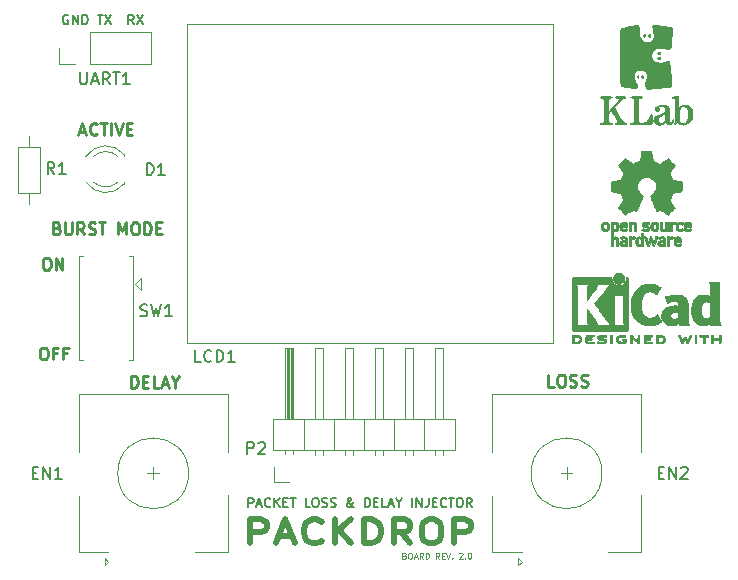
<source format=gto>
G04 #@! TF.GenerationSoftware,KiCad,Pcbnew,5.1.2-f72e74a~84~ubuntu18.10.1*
G04 #@! TF.CreationDate,2019-07-04T17:38:07+09:00*
G04 #@! TF.ProjectId,RPI_HAT,5250495f-4841-4542-9e6b-696361645f70,rev?*
G04 #@! TF.SameCoordinates,Original*
G04 #@! TF.FileFunction,Legend,Top*
G04 #@! TF.FilePolarity,Positive*
%FSLAX46Y46*%
G04 Gerber Fmt 4.6, Leading zero omitted, Abs format (unit mm)*
G04 Created by KiCad (PCBNEW 5.1.2-f72e74a~84~ubuntu18.10.1) date 2019-07-04 17:38:07*
%MOMM*%
%LPD*%
G04 APERTURE LIST*
%ADD10C,0.150000*%
%ADD11C,0.250000*%
%ADD12C,0.125000*%
%ADD13C,0.175000*%
%ADD14C,0.500000*%
%ADD15C,0.010000*%
%ADD16C,0.120000*%
G04 APERTURE END LIST*
D10*
X222961904Y-138352380D02*
X222961904Y-137352380D01*
X223342857Y-137352380D01*
X223438095Y-137400000D01*
X223485714Y-137447619D01*
X223533333Y-137542857D01*
X223533333Y-137685714D01*
X223485714Y-137780952D01*
X223438095Y-137828571D01*
X223342857Y-137876190D01*
X222961904Y-137876190D01*
X223914285Y-137447619D02*
X223961904Y-137400000D01*
X224057142Y-137352380D01*
X224295238Y-137352380D01*
X224390476Y-137400000D01*
X224438095Y-137447619D01*
X224485714Y-137542857D01*
X224485714Y-137638095D01*
X224438095Y-137780952D01*
X223866666Y-138352380D01*
X224485714Y-138352380D01*
D11*
X248933333Y-132652380D02*
X248457142Y-132652380D01*
X248457142Y-131652380D01*
X249457142Y-131652380D02*
X249647619Y-131652380D01*
X249742857Y-131700000D01*
X249838095Y-131795238D01*
X249885714Y-131985714D01*
X249885714Y-132319047D01*
X249838095Y-132509523D01*
X249742857Y-132604761D01*
X249647619Y-132652380D01*
X249457142Y-132652380D01*
X249361904Y-132604761D01*
X249266666Y-132509523D01*
X249219047Y-132319047D01*
X249219047Y-131985714D01*
X249266666Y-131795238D01*
X249361904Y-131700000D01*
X249457142Y-131652380D01*
X250266666Y-132604761D02*
X250409523Y-132652380D01*
X250647619Y-132652380D01*
X250742857Y-132604761D01*
X250790476Y-132557142D01*
X250838095Y-132461904D01*
X250838095Y-132366666D01*
X250790476Y-132271428D01*
X250742857Y-132223809D01*
X250647619Y-132176190D01*
X250457142Y-132128571D01*
X250361904Y-132080952D01*
X250314285Y-132033333D01*
X250266666Y-131938095D01*
X250266666Y-131842857D01*
X250314285Y-131747619D01*
X250361904Y-131700000D01*
X250457142Y-131652380D01*
X250695238Y-131652380D01*
X250838095Y-131700000D01*
X251219047Y-132604761D02*
X251361904Y-132652380D01*
X251600000Y-132652380D01*
X251695238Y-132604761D01*
X251742857Y-132557142D01*
X251790476Y-132461904D01*
X251790476Y-132366666D01*
X251742857Y-132271428D01*
X251695238Y-132223809D01*
X251600000Y-132176190D01*
X251409523Y-132128571D01*
X251314285Y-132080952D01*
X251266666Y-132033333D01*
X251219047Y-131938095D01*
X251219047Y-131842857D01*
X251266666Y-131747619D01*
X251314285Y-131700000D01*
X251409523Y-131652380D01*
X251647619Y-131652380D01*
X251790476Y-131700000D01*
X213123809Y-132752380D02*
X213123809Y-131752380D01*
X213361904Y-131752380D01*
X213504761Y-131800000D01*
X213600000Y-131895238D01*
X213647619Y-131990476D01*
X213695238Y-132180952D01*
X213695238Y-132323809D01*
X213647619Y-132514285D01*
X213600000Y-132609523D01*
X213504761Y-132704761D01*
X213361904Y-132752380D01*
X213123809Y-132752380D01*
X214123809Y-132228571D02*
X214457142Y-132228571D01*
X214600000Y-132752380D02*
X214123809Y-132752380D01*
X214123809Y-131752380D01*
X214600000Y-131752380D01*
X215504761Y-132752380D02*
X215028571Y-132752380D01*
X215028571Y-131752380D01*
X215790476Y-132466666D02*
X216266666Y-132466666D01*
X215695238Y-132752380D02*
X216028571Y-131752380D01*
X216361904Y-132752380D01*
X216885714Y-132276190D02*
X216885714Y-132752380D01*
X216552380Y-131752380D02*
X216885714Y-132276190D01*
X217219047Y-131752380D01*
X206861904Y-119228571D02*
X207004761Y-119276190D01*
X207052380Y-119323809D01*
X207100000Y-119419047D01*
X207100000Y-119561904D01*
X207052380Y-119657142D01*
X207004761Y-119704761D01*
X206909523Y-119752380D01*
X206528571Y-119752380D01*
X206528571Y-118752380D01*
X206861904Y-118752380D01*
X206957142Y-118800000D01*
X207004761Y-118847619D01*
X207052380Y-118942857D01*
X207052380Y-119038095D01*
X207004761Y-119133333D01*
X206957142Y-119180952D01*
X206861904Y-119228571D01*
X206528571Y-119228571D01*
X207528571Y-118752380D02*
X207528571Y-119561904D01*
X207576190Y-119657142D01*
X207623809Y-119704761D01*
X207719047Y-119752380D01*
X207909523Y-119752380D01*
X208004761Y-119704761D01*
X208052380Y-119657142D01*
X208100000Y-119561904D01*
X208100000Y-118752380D01*
X209147619Y-119752380D02*
X208814285Y-119276190D01*
X208576190Y-119752380D02*
X208576190Y-118752380D01*
X208957142Y-118752380D01*
X209052380Y-118800000D01*
X209100000Y-118847619D01*
X209147619Y-118942857D01*
X209147619Y-119085714D01*
X209100000Y-119180952D01*
X209052380Y-119228571D01*
X208957142Y-119276190D01*
X208576190Y-119276190D01*
X209528571Y-119704761D02*
X209671428Y-119752380D01*
X209909523Y-119752380D01*
X210004761Y-119704761D01*
X210052380Y-119657142D01*
X210100000Y-119561904D01*
X210100000Y-119466666D01*
X210052380Y-119371428D01*
X210004761Y-119323809D01*
X209909523Y-119276190D01*
X209719047Y-119228571D01*
X209623809Y-119180952D01*
X209576190Y-119133333D01*
X209528571Y-119038095D01*
X209528571Y-118942857D01*
X209576190Y-118847619D01*
X209623809Y-118800000D01*
X209719047Y-118752380D01*
X209957142Y-118752380D01*
X210100000Y-118800000D01*
X210385714Y-118752380D02*
X210957142Y-118752380D01*
X210671428Y-119752380D02*
X210671428Y-118752380D01*
X212052380Y-119752380D02*
X212052380Y-118752380D01*
X212385714Y-119466666D01*
X212719047Y-118752380D01*
X212719047Y-119752380D01*
X213385714Y-118752380D02*
X213576190Y-118752380D01*
X213671428Y-118800000D01*
X213766666Y-118895238D01*
X213814285Y-119085714D01*
X213814285Y-119419047D01*
X213766666Y-119609523D01*
X213671428Y-119704761D01*
X213576190Y-119752380D01*
X213385714Y-119752380D01*
X213290476Y-119704761D01*
X213195238Y-119609523D01*
X213147619Y-119419047D01*
X213147619Y-119085714D01*
X213195238Y-118895238D01*
X213290476Y-118800000D01*
X213385714Y-118752380D01*
X214242857Y-119752380D02*
X214242857Y-118752380D01*
X214480952Y-118752380D01*
X214623809Y-118800000D01*
X214719047Y-118895238D01*
X214766666Y-118990476D01*
X214814285Y-119180952D01*
X214814285Y-119323809D01*
X214766666Y-119514285D01*
X214719047Y-119609523D01*
X214623809Y-119704761D01*
X214480952Y-119752380D01*
X214242857Y-119752380D01*
X215242857Y-119228571D02*
X215576190Y-119228571D01*
X215719047Y-119752380D02*
X215242857Y-119752380D01*
X215242857Y-118752380D01*
X215719047Y-118752380D01*
X208761904Y-111066666D02*
X209238095Y-111066666D01*
X208666666Y-111352380D02*
X209000000Y-110352380D01*
X209333333Y-111352380D01*
X210238095Y-111257142D02*
X210190476Y-111304761D01*
X210047619Y-111352380D01*
X209952380Y-111352380D01*
X209809523Y-111304761D01*
X209714285Y-111209523D01*
X209666666Y-111114285D01*
X209619047Y-110923809D01*
X209619047Y-110780952D01*
X209666666Y-110590476D01*
X209714285Y-110495238D01*
X209809523Y-110400000D01*
X209952380Y-110352380D01*
X210047619Y-110352380D01*
X210190476Y-110400000D01*
X210238095Y-110447619D01*
X210523809Y-110352380D02*
X211095238Y-110352380D01*
X210809523Y-111352380D02*
X210809523Y-110352380D01*
X211428571Y-111352380D02*
X211428571Y-110352380D01*
X211761904Y-110352380D02*
X212095238Y-111352380D01*
X212428571Y-110352380D01*
X212761904Y-110828571D02*
X213095238Y-110828571D01*
X213238095Y-111352380D02*
X212761904Y-111352380D01*
X212761904Y-110352380D01*
X213238095Y-110352380D01*
X205647619Y-129352380D02*
X205838095Y-129352380D01*
X205933333Y-129400000D01*
X206028571Y-129495238D01*
X206076190Y-129685714D01*
X206076190Y-130019047D01*
X206028571Y-130209523D01*
X205933333Y-130304761D01*
X205838095Y-130352380D01*
X205647619Y-130352380D01*
X205552380Y-130304761D01*
X205457142Y-130209523D01*
X205409523Y-130019047D01*
X205409523Y-129685714D01*
X205457142Y-129495238D01*
X205552380Y-129400000D01*
X205647619Y-129352380D01*
X206838095Y-129828571D02*
X206504761Y-129828571D01*
X206504761Y-130352380D02*
X206504761Y-129352380D01*
X206980952Y-129352380D01*
X207695238Y-129828571D02*
X207361904Y-129828571D01*
X207361904Y-130352380D02*
X207361904Y-129352380D01*
X207838095Y-129352380D01*
X205880952Y-121752380D02*
X206071428Y-121752380D01*
X206166666Y-121800000D01*
X206261904Y-121895238D01*
X206309523Y-122085714D01*
X206309523Y-122419047D01*
X206261904Y-122609523D01*
X206166666Y-122704761D01*
X206071428Y-122752380D01*
X205880952Y-122752380D01*
X205785714Y-122704761D01*
X205690476Y-122609523D01*
X205642857Y-122419047D01*
X205642857Y-122085714D01*
X205690476Y-121895238D01*
X205785714Y-121800000D01*
X205880952Y-121752380D01*
X206738095Y-122752380D02*
X206738095Y-121752380D01*
X207309523Y-122752380D01*
X207309523Y-121752380D01*
D10*
X213366666Y-101961904D02*
X213100000Y-101580952D01*
X212909523Y-101961904D02*
X212909523Y-101161904D01*
X213214285Y-101161904D01*
X213290476Y-101200000D01*
X213328571Y-101238095D01*
X213366666Y-101314285D01*
X213366666Y-101428571D01*
X213328571Y-101504761D01*
X213290476Y-101542857D01*
X213214285Y-101580952D01*
X212909523Y-101580952D01*
X213633333Y-101161904D02*
X214166666Y-101961904D01*
X214166666Y-101161904D02*
X213633333Y-101961904D01*
X210290476Y-101161904D02*
X210747619Y-101161904D01*
X210519047Y-101961904D02*
X210519047Y-101161904D01*
X210938095Y-101161904D02*
X211471428Y-101961904D01*
X211471428Y-101161904D02*
X210938095Y-101961904D01*
X207790476Y-101200000D02*
X207714285Y-101161904D01*
X207600000Y-101161904D01*
X207485714Y-101200000D01*
X207409523Y-101276190D01*
X207371428Y-101352380D01*
X207333333Y-101504761D01*
X207333333Y-101619047D01*
X207371428Y-101771428D01*
X207409523Y-101847619D01*
X207485714Y-101923809D01*
X207600000Y-101961904D01*
X207676190Y-101961904D01*
X207790476Y-101923809D01*
X207828571Y-101885714D01*
X207828571Y-101619047D01*
X207676190Y-101619047D01*
X208171428Y-101961904D02*
X208171428Y-101161904D01*
X208628571Y-101961904D01*
X208628571Y-101161904D01*
X209009523Y-101961904D02*
X209009523Y-101161904D01*
X209200000Y-101161904D01*
X209314285Y-101200000D01*
X209390476Y-101276190D01*
X209428571Y-101352380D01*
X209466666Y-101504761D01*
X209466666Y-101619047D01*
X209428571Y-101771428D01*
X209390476Y-101847619D01*
X209314285Y-101923809D01*
X209200000Y-101961904D01*
X209009523Y-101961904D01*
D12*
X236273809Y-146964285D02*
X236345238Y-146988095D01*
X236369047Y-147011904D01*
X236392857Y-147059523D01*
X236392857Y-147130952D01*
X236369047Y-147178571D01*
X236345238Y-147202380D01*
X236297619Y-147226190D01*
X236107142Y-147226190D01*
X236107142Y-146726190D01*
X236273809Y-146726190D01*
X236321428Y-146750000D01*
X236345238Y-146773809D01*
X236369047Y-146821428D01*
X236369047Y-146869047D01*
X236345238Y-146916666D01*
X236321428Y-146940476D01*
X236273809Y-146964285D01*
X236107142Y-146964285D01*
X236702380Y-146726190D02*
X236797619Y-146726190D01*
X236845238Y-146750000D01*
X236892857Y-146797619D01*
X236916666Y-146892857D01*
X236916666Y-147059523D01*
X236892857Y-147154761D01*
X236845238Y-147202380D01*
X236797619Y-147226190D01*
X236702380Y-147226190D01*
X236654761Y-147202380D01*
X236607142Y-147154761D01*
X236583333Y-147059523D01*
X236583333Y-146892857D01*
X236607142Y-146797619D01*
X236654761Y-146750000D01*
X236702380Y-146726190D01*
X237107142Y-147083333D02*
X237345238Y-147083333D01*
X237059523Y-147226190D02*
X237226190Y-146726190D01*
X237392857Y-147226190D01*
X237845238Y-147226190D02*
X237678571Y-146988095D01*
X237559523Y-147226190D02*
X237559523Y-146726190D01*
X237750000Y-146726190D01*
X237797619Y-146750000D01*
X237821428Y-146773809D01*
X237845238Y-146821428D01*
X237845238Y-146892857D01*
X237821428Y-146940476D01*
X237797619Y-146964285D01*
X237750000Y-146988095D01*
X237559523Y-146988095D01*
X238059523Y-147226190D02*
X238059523Y-146726190D01*
X238178571Y-146726190D01*
X238250000Y-146750000D01*
X238297619Y-146797619D01*
X238321428Y-146845238D01*
X238345238Y-146940476D01*
X238345238Y-147011904D01*
X238321428Y-147107142D01*
X238297619Y-147154761D01*
X238250000Y-147202380D01*
X238178571Y-147226190D01*
X238059523Y-147226190D01*
X239226190Y-147226190D02*
X239059523Y-146988095D01*
X238940476Y-147226190D02*
X238940476Y-146726190D01*
X239130952Y-146726190D01*
X239178571Y-146750000D01*
X239202380Y-146773809D01*
X239226190Y-146821428D01*
X239226190Y-146892857D01*
X239202380Y-146940476D01*
X239178571Y-146964285D01*
X239130952Y-146988095D01*
X238940476Y-146988095D01*
X239440476Y-146964285D02*
X239607142Y-146964285D01*
X239678571Y-147226190D02*
X239440476Y-147226190D01*
X239440476Y-146726190D01*
X239678571Y-146726190D01*
X239821428Y-146726190D02*
X239988095Y-147226190D01*
X240154761Y-146726190D01*
X240321428Y-147178571D02*
X240345238Y-147202380D01*
X240321428Y-147226190D01*
X240297619Y-147202380D01*
X240321428Y-147178571D01*
X240321428Y-147226190D01*
X240916666Y-146773809D02*
X240940476Y-146750000D01*
X240988095Y-146726190D01*
X241107142Y-146726190D01*
X241154761Y-146750000D01*
X241178571Y-146773809D01*
X241202380Y-146821428D01*
X241202380Y-146869047D01*
X241178571Y-146940476D01*
X240892857Y-147226190D01*
X241202380Y-147226190D01*
X241416666Y-147178571D02*
X241440476Y-147202380D01*
X241416666Y-147226190D01*
X241392857Y-147202380D01*
X241416666Y-147178571D01*
X241416666Y-147226190D01*
X241749999Y-146726190D02*
X241797619Y-146726190D01*
X241845238Y-146750000D01*
X241869047Y-146773809D01*
X241892857Y-146821428D01*
X241916666Y-146916666D01*
X241916666Y-147035714D01*
X241892857Y-147130952D01*
X241869047Y-147178571D01*
X241845238Y-147202380D01*
X241797619Y-147226190D01*
X241749999Y-147226190D01*
X241702380Y-147202380D01*
X241678571Y-147178571D01*
X241654761Y-147130952D01*
X241630952Y-147035714D01*
X241630952Y-146916666D01*
X241654761Y-146821428D01*
X241678571Y-146773809D01*
X241702380Y-146750000D01*
X241749999Y-146726190D01*
D13*
X223058333Y-142848333D02*
X223058333Y-142078333D01*
X223351666Y-142078333D01*
X223425000Y-142115000D01*
X223461666Y-142151666D01*
X223498333Y-142225000D01*
X223498333Y-142335000D01*
X223461666Y-142408333D01*
X223425000Y-142445000D01*
X223351666Y-142481666D01*
X223058333Y-142481666D01*
X223791666Y-142628333D02*
X224158333Y-142628333D01*
X223718333Y-142848333D02*
X223975000Y-142078333D01*
X224231666Y-142848333D01*
X224928333Y-142775000D02*
X224891666Y-142811666D01*
X224781666Y-142848333D01*
X224708333Y-142848333D01*
X224598333Y-142811666D01*
X224525000Y-142738333D01*
X224488333Y-142665000D01*
X224451666Y-142518333D01*
X224451666Y-142408333D01*
X224488333Y-142261666D01*
X224525000Y-142188333D01*
X224598333Y-142115000D01*
X224708333Y-142078333D01*
X224781666Y-142078333D01*
X224891666Y-142115000D01*
X224928333Y-142151666D01*
X225258333Y-142848333D02*
X225258333Y-142078333D01*
X225698333Y-142848333D02*
X225368333Y-142408333D01*
X225698333Y-142078333D02*
X225258333Y-142518333D01*
X226028333Y-142445000D02*
X226285000Y-142445000D01*
X226395000Y-142848333D02*
X226028333Y-142848333D01*
X226028333Y-142078333D01*
X226395000Y-142078333D01*
X226615000Y-142078333D02*
X227055000Y-142078333D01*
X226835000Y-142848333D02*
X226835000Y-142078333D01*
X228265000Y-142848333D02*
X227898333Y-142848333D01*
X227898333Y-142078333D01*
X228668333Y-142078333D02*
X228815000Y-142078333D01*
X228888333Y-142115000D01*
X228961666Y-142188333D01*
X228998333Y-142335000D01*
X228998333Y-142591666D01*
X228961666Y-142738333D01*
X228888333Y-142811666D01*
X228815000Y-142848333D01*
X228668333Y-142848333D01*
X228595000Y-142811666D01*
X228521666Y-142738333D01*
X228485000Y-142591666D01*
X228485000Y-142335000D01*
X228521666Y-142188333D01*
X228595000Y-142115000D01*
X228668333Y-142078333D01*
X229291666Y-142811666D02*
X229401666Y-142848333D01*
X229585000Y-142848333D01*
X229658333Y-142811666D01*
X229695000Y-142775000D01*
X229731666Y-142701666D01*
X229731666Y-142628333D01*
X229695000Y-142555000D01*
X229658333Y-142518333D01*
X229585000Y-142481666D01*
X229438333Y-142445000D01*
X229365000Y-142408333D01*
X229328333Y-142371666D01*
X229291666Y-142298333D01*
X229291666Y-142225000D01*
X229328333Y-142151666D01*
X229365000Y-142115000D01*
X229438333Y-142078333D01*
X229621666Y-142078333D01*
X229731666Y-142115000D01*
X230025000Y-142811666D02*
X230135000Y-142848333D01*
X230318333Y-142848333D01*
X230391666Y-142811666D01*
X230428333Y-142775000D01*
X230465000Y-142701666D01*
X230465000Y-142628333D01*
X230428333Y-142555000D01*
X230391666Y-142518333D01*
X230318333Y-142481666D01*
X230171666Y-142445000D01*
X230098333Y-142408333D01*
X230061666Y-142371666D01*
X230025000Y-142298333D01*
X230025000Y-142225000D01*
X230061666Y-142151666D01*
X230098333Y-142115000D01*
X230171666Y-142078333D01*
X230355000Y-142078333D01*
X230465000Y-142115000D01*
X232005000Y-142848333D02*
X231968333Y-142848333D01*
X231895000Y-142811666D01*
X231785000Y-142701666D01*
X231601666Y-142481666D01*
X231528333Y-142371666D01*
X231491666Y-142261666D01*
X231491666Y-142188333D01*
X231528333Y-142115000D01*
X231601666Y-142078333D01*
X231638333Y-142078333D01*
X231711666Y-142115000D01*
X231748333Y-142188333D01*
X231748333Y-142225000D01*
X231711666Y-142298333D01*
X231675000Y-142335000D01*
X231455000Y-142481666D01*
X231418333Y-142518333D01*
X231381666Y-142591666D01*
X231381666Y-142701666D01*
X231418333Y-142775000D01*
X231455000Y-142811666D01*
X231528333Y-142848333D01*
X231638333Y-142848333D01*
X231711666Y-142811666D01*
X231748333Y-142775000D01*
X231858333Y-142628333D01*
X231895000Y-142518333D01*
X231895000Y-142445000D01*
X232921666Y-142848333D02*
X232921666Y-142078333D01*
X233105000Y-142078333D01*
X233215000Y-142115000D01*
X233288333Y-142188333D01*
X233325000Y-142261666D01*
X233361666Y-142408333D01*
X233361666Y-142518333D01*
X233325000Y-142665000D01*
X233288333Y-142738333D01*
X233215000Y-142811666D01*
X233105000Y-142848333D01*
X232921666Y-142848333D01*
X233691666Y-142445000D02*
X233948333Y-142445000D01*
X234058333Y-142848333D02*
X233691666Y-142848333D01*
X233691666Y-142078333D01*
X234058333Y-142078333D01*
X234755000Y-142848333D02*
X234388333Y-142848333D01*
X234388333Y-142078333D01*
X234975000Y-142628333D02*
X235341666Y-142628333D01*
X234901666Y-142848333D02*
X235158333Y-142078333D01*
X235415000Y-142848333D01*
X235818333Y-142481666D02*
X235818333Y-142848333D01*
X235561666Y-142078333D02*
X235818333Y-142481666D01*
X236075000Y-142078333D01*
X236918333Y-142848333D02*
X236918333Y-142078333D01*
X237285000Y-142848333D02*
X237285000Y-142078333D01*
X237725000Y-142848333D01*
X237725000Y-142078333D01*
X238311666Y-142078333D02*
X238311666Y-142628333D01*
X238275000Y-142738333D01*
X238201666Y-142811666D01*
X238091666Y-142848333D01*
X238018333Y-142848333D01*
X238678333Y-142445000D02*
X238935000Y-142445000D01*
X239045000Y-142848333D02*
X238678333Y-142848333D01*
X238678333Y-142078333D01*
X239045000Y-142078333D01*
X239815000Y-142775000D02*
X239778333Y-142811666D01*
X239668333Y-142848333D01*
X239595000Y-142848333D01*
X239485000Y-142811666D01*
X239411666Y-142738333D01*
X239375000Y-142665000D01*
X239338333Y-142518333D01*
X239338333Y-142408333D01*
X239375000Y-142261666D01*
X239411666Y-142188333D01*
X239485000Y-142115000D01*
X239595000Y-142078333D01*
X239668333Y-142078333D01*
X239778333Y-142115000D01*
X239815000Y-142151666D01*
X240035000Y-142078333D02*
X240475000Y-142078333D01*
X240255000Y-142848333D02*
X240255000Y-142078333D01*
X240878333Y-142078333D02*
X241025000Y-142078333D01*
X241098333Y-142115000D01*
X241171666Y-142188333D01*
X241208333Y-142335000D01*
X241208333Y-142591666D01*
X241171666Y-142738333D01*
X241098333Y-142811666D01*
X241025000Y-142848333D01*
X240878333Y-142848333D01*
X240805000Y-142811666D01*
X240731666Y-142738333D01*
X240695000Y-142591666D01*
X240695000Y-142335000D01*
X240731666Y-142188333D01*
X240805000Y-142115000D01*
X240878333Y-142078333D01*
X241978333Y-142848333D02*
X241721666Y-142481666D01*
X241538333Y-142848333D02*
X241538333Y-142078333D01*
X241831666Y-142078333D01*
X241905000Y-142115000D01*
X241941666Y-142151666D01*
X241978333Y-142225000D01*
X241978333Y-142335000D01*
X241941666Y-142408333D01*
X241905000Y-142445000D01*
X241831666Y-142481666D01*
X241538333Y-142481666D01*
D14*
X223214285Y-145904761D02*
X223214285Y-143904761D01*
X224166666Y-143904761D01*
X224404761Y-144000000D01*
X224523809Y-144095238D01*
X224642857Y-144285714D01*
X224642857Y-144571428D01*
X224523809Y-144761904D01*
X224404761Y-144857142D01*
X224166666Y-144952380D01*
X223214285Y-144952380D01*
X225595238Y-145333333D02*
X226785714Y-145333333D01*
X225357142Y-145904761D02*
X226190476Y-143904761D01*
X227023809Y-145904761D01*
X229285714Y-145714285D02*
X229166666Y-145809523D01*
X228809523Y-145904761D01*
X228571428Y-145904761D01*
X228214285Y-145809523D01*
X227976190Y-145619047D01*
X227857142Y-145428571D01*
X227738095Y-145047619D01*
X227738095Y-144761904D01*
X227857142Y-144380952D01*
X227976190Y-144190476D01*
X228214285Y-144000000D01*
X228571428Y-143904761D01*
X228809523Y-143904761D01*
X229166666Y-144000000D01*
X229285714Y-144095238D01*
X230357142Y-145904761D02*
X230357142Y-143904761D01*
X231785714Y-145904761D02*
X230714285Y-144761904D01*
X231785714Y-143904761D02*
X230357142Y-145047619D01*
X232857142Y-145904761D02*
X232857142Y-143904761D01*
X233452380Y-143904761D01*
X233809523Y-144000000D01*
X234047619Y-144190476D01*
X234166666Y-144380952D01*
X234285714Y-144761904D01*
X234285714Y-145047619D01*
X234166666Y-145428571D01*
X234047619Y-145619047D01*
X233809523Y-145809523D01*
X233452380Y-145904761D01*
X232857142Y-145904761D01*
X236785714Y-145904761D02*
X235952380Y-144952380D01*
X235357142Y-145904761D02*
X235357142Y-143904761D01*
X236309523Y-143904761D01*
X236547619Y-144000000D01*
X236666666Y-144095238D01*
X236785714Y-144285714D01*
X236785714Y-144571428D01*
X236666666Y-144761904D01*
X236547619Y-144857142D01*
X236309523Y-144952380D01*
X235357142Y-144952380D01*
X238333333Y-143904761D02*
X238809523Y-143904761D01*
X239047619Y-144000000D01*
X239285714Y-144190476D01*
X239404761Y-144571428D01*
X239404761Y-145238095D01*
X239285714Y-145619047D01*
X239047619Y-145809523D01*
X238809523Y-145904761D01*
X238333333Y-145904761D01*
X238095238Y-145809523D01*
X237857142Y-145619047D01*
X237738095Y-145238095D01*
X237738095Y-144571428D01*
X237857142Y-144190476D01*
X238095238Y-144000000D01*
X238333333Y-143904761D01*
X240476190Y-145904761D02*
X240476190Y-143904761D01*
X241428571Y-143904761D01*
X241666666Y-144000000D01*
X241785714Y-144095238D01*
X241904761Y-144285714D01*
X241904761Y-144571428D01*
X241785714Y-144761904D01*
X241666666Y-144857142D01*
X241428571Y-144952380D01*
X240476190Y-144952380D01*
D15*
G36*
X257043431Y-102801236D02*
G01*
X257076452Y-102856208D01*
X257085576Y-102924482D01*
X257068982Y-102986955D01*
X257024850Y-103024525D01*
X257012053Y-103027443D01*
X256959481Y-103019014D01*
X256931989Y-102966360D01*
X256931894Y-102965980D01*
X256925210Y-102885234D01*
X256941967Y-102817208D01*
X256976503Y-102780688D01*
X256988335Y-102778667D01*
X257043431Y-102801236D01*
X257043431Y-102801236D01*
G37*
X257043431Y-102801236D02*
X257076452Y-102856208D01*
X257085576Y-102924482D01*
X257068982Y-102986955D01*
X257024850Y-103024525D01*
X257012053Y-103027443D01*
X256959481Y-103019014D01*
X256931989Y-102966360D01*
X256931894Y-102965980D01*
X256925210Y-102885234D01*
X256941967Y-102817208D01*
X256976503Y-102780688D01*
X256988335Y-102778667D01*
X257043431Y-102801236D01*
G36*
X256622744Y-102827344D02*
G01*
X256649767Y-102881050D01*
X256646287Y-102959813D01*
X256635959Y-102993362D01*
X256597073Y-103048809D01*
X256551510Y-103055228D01*
X256514674Y-103012715D01*
X256508149Y-102992565D01*
X256498627Y-102894431D01*
X256526327Y-102832309D01*
X256570220Y-102812463D01*
X256622744Y-102827344D01*
X256622744Y-102827344D01*
G37*
X256622744Y-102827344D02*
X256649767Y-102881050D01*
X256646287Y-102959813D01*
X256635959Y-102993362D01*
X256597073Y-103048809D01*
X256551510Y-103055228D01*
X256514674Y-103012715D01*
X256508149Y-102992565D01*
X256498627Y-102894431D01*
X256526327Y-102832309D01*
X256570220Y-102812463D01*
X256622744Y-102827344D01*
G36*
X257869833Y-104354434D02*
G01*
X257893596Y-104370168D01*
X257929572Y-104406419D01*
X257919214Y-104442615D01*
X257909646Y-104454835D01*
X257848704Y-104492592D01*
X257772476Y-104498064D01*
X257705769Y-104472327D01*
X257681967Y-104444963D01*
X257668880Y-104395966D01*
X257703547Y-104362364D01*
X257707341Y-104360296D01*
X257792907Y-104332737D01*
X257869833Y-104354434D01*
X257869833Y-104354434D01*
G37*
X257869833Y-104354434D02*
X257893596Y-104370168D01*
X257929572Y-104406419D01*
X257919214Y-104442615D01*
X257909646Y-104454835D01*
X257848704Y-104492592D01*
X257772476Y-104498064D01*
X257705769Y-104472327D01*
X257681967Y-104444963D01*
X257668880Y-104395966D01*
X257703547Y-104362364D01*
X257707341Y-104360296D01*
X257792907Y-104332737D01*
X257869833Y-104354434D01*
G36*
X257877229Y-104764037D02*
G01*
X257921649Y-104793537D01*
X257931246Y-104835533D01*
X257895509Y-104882818D01*
X257892191Y-104885303D01*
X257802125Y-104919885D01*
X257716611Y-104904864D01*
X257685513Y-104867934D01*
X257687178Y-104814929D01*
X257719613Y-104774250D01*
X257725975Y-104771353D01*
X257808500Y-104754240D01*
X257877229Y-104764037D01*
X257877229Y-104764037D01*
G37*
X257877229Y-104764037D02*
X257921649Y-104793537D01*
X257931246Y-104835533D01*
X257895509Y-104882818D01*
X257892191Y-104885303D01*
X257802125Y-104919885D01*
X257716611Y-104904864D01*
X257685513Y-104867934D01*
X257687178Y-104814929D01*
X257719613Y-104774250D01*
X257725975Y-104771353D01*
X257808500Y-104754240D01*
X257877229Y-104764037D01*
G36*
X256398522Y-106292000D02*
G01*
X256435630Y-106333105D01*
X256459435Y-106396042D01*
X256461918Y-106447289D01*
X256437159Y-106504161D01*
X256391963Y-106530085D01*
X256346457Y-106514383D01*
X256329915Y-106468870D01*
X256327497Y-106398410D01*
X256337688Y-106329794D01*
X256358971Y-106289812D01*
X256359170Y-106289687D01*
X256398522Y-106292000D01*
X256398522Y-106292000D01*
G37*
X256398522Y-106292000D02*
X256435630Y-106333105D01*
X256459435Y-106396042D01*
X256461918Y-106447289D01*
X256437159Y-106504161D01*
X256391963Y-106530085D01*
X256346457Y-106514383D01*
X256329915Y-106468870D01*
X256327497Y-106398410D01*
X256337688Y-106329794D01*
X256358971Y-106289812D01*
X256359170Y-106289687D01*
X256398522Y-106292000D01*
G36*
X256058318Y-106330949D02*
G01*
X256082481Y-106394499D01*
X256078883Y-106482149D01*
X256078743Y-106482833D01*
X256051784Y-106525766D01*
X256008689Y-106524696D01*
X255965324Y-106482117D01*
X255955462Y-106463466D01*
X255936985Y-106383993D01*
X255957712Y-106327523D01*
X256012046Y-106306444D01*
X256058318Y-106330949D01*
X256058318Y-106330949D01*
G37*
X256058318Y-106330949D02*
X256082481Y-106394499D01*
X256078883Y-106482149D01*
X256078743Y-106482833D01*
X256051784Y-106525766D01*
X256008689Y-106524696D01*
X255965324Y-106482117D01*
X255955462Y-106463466D01*
X255936985Y-106383993D01*
X255957712Y-106327523D01*
X256012046Y-106306444D01*
X256058318Y-106330949D01*
G36*
X257580996Y-102046458D02*
G01*
X257731072Y-102063718D01*
X257925909Y-102090007D01*
X258107004Y-102115780D01*
X258301900Y-102144173D01*
X258479455Y-102170752D01*
X258631647Y-102194257D01*
X258750454Y-102213430D01*
X258827854Y-102227015D01*
X258854642Y-102233039D01*
X258878788Y-102248956D01*
X258896788Y-102279558D01*
X258908771Y-102330502D01*
X258914868Y-102407446D01*
X258915207Y-102516050D01*
X258909918Y-102661973D01*
X258899131Y-102850871D01*
X258882976Y-103088404D01*
X258876327Y-103180638D01*
X258858697Y-103416912D01*
X258843611Y-103603203D01*
X258830249Y-103745874D01*
X258817791Y-103851287D01*
X258805415Y-103925804D01*
X258792303Y-103975786D01*
X258777633Y-104007595D01*
X258768066Y-104020249D01*
X258690647Y-104065942D01*
X258582973Y-104074138D01*
X258457534Y-104044203D01*
X258439280Y-104036939D01*
X258305762Y-103996881D01*
X258139423Y-103969830D01*
X257962870Y-103958121D01*
X257798711Y-103964090D01*
X257768907Y-103967672D01*
X257569020Y-104015895D01*
X257409108Y-104101218D01*
X257284473Y-104226236D01*
X257273364Y-104241598D01*
X257230404Y-104307602D01*
X257204743Y-104366612D01*
X257191989Y-104436902D01*
X257187747Y-104536747D01*
X257187444Y-104599000D01*
X257189253Y-104719331D01*
X257197581Y-104801591D01*
X257216781Y-104864113D01*
X257251206Y-104925230D01*
X257272299Y-104956402D01*
X257372638Y-105071451D01*
X257493797Y-105150863D01*
X257645036Y-105198468D01*
X257835612Y-105218099D01*
X257907111Y-105219096D01*
X258044401Y-105216406D01*
X258144906Y-105206961D01*
X258228193Y-105187261D01*
X258313829Y-105153804D01*
X258340910Y-105141485D01*
X258447167Y-105094350D01*
X258518057Y-105071631D01*
X258568479Y-105072066D01*
X258613333Y-105094394D01*
X258641590Y-105116004D01*
X258659798Y-105133440D01*
X258675175Y-105157585D01*
X258688699Y-105194660D01*
X258701348Y-105250886D01*
X258714100Y-105332485D01*
X258727934Y-105445675D01*
X258743827Y-105596678D01*
X258762757Y-105791716D01*
X258784697Y-106026171D01*
X258811221Y-106315888D01*
X258832077Y-106554596D01*
X258847436Y-106747429D01*
X258857471Y-106899519D01*
X258862352Y-107015998D01*
X258862251Y-107102001D01*
X258857339Y-107162660D01*
X258847788Y-107203107D01*
X258833769Y-107228476D01*
X258825133Y-107237114D01*
X258785110Y-107249668D01*
X258693660Y-107265848D01*
X258555637Y-107285031D01*
X258375897Y-107306588D01*
X258159296Y-107329896D01*
X257929077Y-107352590D01*
X257647084Y-107379073D01*
X257415817Y-107399996D01*
X257229848Y-107415498D01*
X257083748Y-107425717D01*
X256972086Y-107430790D01*
X256889433Y-107430855D01*
X256830361Y-107426050D01*
X256789439Y-107416512D01*
X256761239Y-107402380D01*
X256740331Y-107383791D01*
X256739408Y-107382778D01*
X256688866Y-107298516D01*
X256652073Y-107183747D01*
X256637139Y-107064125D01*
X256637111Y-107059250D01*
X256648355Y-106993699D01*
X256677889Y-106897703D01*
X256719415Y-106791621D01*
X256721068Y-106787840D01*
X256797179Y-106568365D01*
X256825459Y-106370049D01*
X256807336Y-106196104D01*
X256744238Y-106049738D01*
X256637591Y-105934163D01*
X256488823Y-105852589D01*
X256299362Y-105808226D01*
X256284794Y-105806615D01*
X256115379Y-105808592D01*
X255974393Y-105855505D01*
X255851842Y-105950946D01*
X255836158Y-105967752D01*
X255736783Y-106118383D01*
X255687758Y-106294086D01*
X255686696Y-106470425D01*
X255712348Y-106592589D01*
X255762110Y-106738351D01*
X255826859Y-106885686D01*
X255897469Y-107012567D01*
X255930903Y-107059914D01*
X255980980Y-107163756D01*
X255978890Y-107273463D01*
X255958785Y-107324300D01*
X255915973Y-107364451D01*
X255836824Y-107378647D01*
X255820180Y-107378889D01*
X255761355Y-107374661D01*
X255658518Y-107363087D01*
X255523378Y-107345836D01*
X255367644Y-107324575D01*
X255203023Y-107300969D01*
X255041225Y-107276687D01*
X254893958Y-107253396D01*
X254772931Y-107232763D01*
X254710654Y-107220909D01*
X254682300Y-107216101D01*
X254657451Y-107211700D01*
X254635878Y-107204179D01*
X254617349Y-107190009D01*
X254601635Y-107165665D01*
X254588504Y-107127619D01*
X254577727Y-107072344D01*
X254569072Y-106996313D01*
X254562310Y-106896000D01*
X254557209Y-106767876D01*
X254553539Y-106608416D01*
X254551070Y-106414092D01*
X254549571Y-106181376D01*
X254548811Y-105906743D01*
X254548561Y-105586665D01*
X254548589Y-105217614D01*
X254548665Y-104796064D01*
X254548667Y-104742469D01*
X254548721Y-104320044D01*
X254548932Y-103950466D01*
X254549375Y-103630139D01*
X254550121Y-103355467D01*
X254551244Y-103122852D01*
X254552819Y-102928698D01*
X254554917Y-102769408D01*
X254557612Y-102641386D01*
X254560978Y-102541034D01*
X254565088Y-102464757D01*
X254570016Y-102408957D01*
X254575834Y-102370038D01*
X254582615Y-102344403D01*
X254590434Y-102328456D01*
X254598055Y-102319736D01*
X254636526Y-102304288D01*
X254721059Y-102281213D01*
X254842084Y-102252415D01*
X254990031Y-102219804D01*
X255155328Y-102185285D01*
X255328406Y-102150766D01*
X255499693Y-102118153D01*
X255659620Y-102089353D01*
X255798615Y-102066273D01*
X255907107Y-102050820D01*
X255975527Y-102044900D01*
X255977510Y-102044889D01*
X256026623Y-102051262D01*
X256062423Y-102075357D01*
X256087001Y-102124640D01*
X256102445Y-102206575D01*
X256110846Y-102328627D01*
X256114293Y-102498261D01*
X256114549Y-102534402D01*
X256116684Y-102702416D01*
X256121855Y-102826897D01*
X256131566Y-102920738D01*
X256147317Y-102996829D01*
X256170612Y-103068062D01*
X256179356Y-103090564D01*
X256278422Y-103266740D01*
X256418460Y-103405915D01*
X256524222Y-103471509D01*
X256627932Y-103504427D01*
X256761560Y-103520587D01*
X256903051Y-103519831D01*
X257030345Y-103502000D01*
X257106471Y-103475683D01*
X257234938Y-103382545D01*
X257324096Y-103255884D01*
X257374289Y-103093928D01*
X257385861Y-102894906D01*
X257359156Y-102657047D01*
X257309261Y-102433006D01*
X257283986Y-102320064D01*
X257269356Y-102220211D01*
X257267961Y-102152180D01*
X257269369Y-102144543D01*
X257282560Y-102103113D01*
X257302888Y-102072003D01*
X257336626Y-102050998D01*
X257390043Y-102039882D01*
X257469409Y-102038440D01*
X257580996Y-102046458D01*
X257580996Y-102046458D01*
G37*
X257580996Y-102046458D02*
X257731072Y-102063718D01*
X257925909Y-102090007D01*
X258107004Y-102115780D01*
X258301900Y-102144173D01*
X258479455Y-102170752D01*
X258631647Y-102194257D01*
X258750454Y-102213430D01*
X258827854Y-102227015D01*
X258854642Y-102233039D01*
X258878788Y-102248956D01*
X258896788Y-102279558D01*
X258908771Y-102330502D01*
X258914868Y-102407446D01*
X258915207Y-102516050D01*
X258909918Y-102661973D01*
X258899131Y-102850871D01*
X258882976Y-103088404D01*
X258876327Y-103180638D01*
X258858697Y-103416912D01*
X258843611Y-103603203D01*
X258830249Y-103745874D01*
X258817791Y-103851287D01*
X258805415Y-103925804D01*
X258792303Y-103975786D01*
X258777633Y-104007595D01*
X258768066Y-104020249D01*
X258690647Y-104065942D01*
X258582973Y-104074138D01*
X258457534Y-104044203D01*
X258439280Y-104036939D01*
X258305762Y-103996881D01*
X258139423Y-103969830D01*
X257962870Y-103958121D01*
X257798711Y-103964090D01*
X257768907Y-103967672D01*
X257569020Y-104015895D01*
X257409108Y-104101218D01*
X257284473Y-104226236D01*
X257273364Y-104241598D01*
X257230404Y-104307602D01*
X257204743Y-104366612D01*
X257191989Y-104436902D01*
X257187747Y-104536747D01*
X257187444Y-104599000D01*
X257189253Y-104719331D01*
X257197581Y-104801591D01*
X257216781Y-104864113D01*
X257251206Y-104925230D01*
X257272299Y-104956402D01*
X257372638Y-105071451D01*
X257493797Y-105150863D01*
X257645036Y-105198468D01*
X257835612Y-105218099D01*
X257907111Y-105219096D01*
X258044401Y-105216406D01*
X258144906Y-105206961D01*
X258228193Y-105187261D01*
X258313829Y-105153804D01*
X258340910Y-105141485D01*
X258447167Y-105094350D01*
X258518057Y-105071631D01*
X258568479Y-105072066D01*
X258613333Y-105094394D01*
X258641590Y-105116004D01*
X258659798Y-105133440D01*
X258675175Y-105157585D01*
X258688699Y-105194660D01*
X258701348Y-105250886D01*
X258714100Y-105332485D01*
X258727934Y-105445675D01*
X258743827Y-105596678D01*
X258762757Y-105791716D01*
X258784697Y-106026171D01*
X258811221Y-106315888D01*
X258832077Y-106554596D01*
X258847436Y-106747429D01*
X258857471Y-106899519D01*
X258862352Y-107015998D01*
X258862251Y-107102001D01*
X258857339Y-107162660D01*
X258847788Y-107203107D01*
X258833769Y-107228476D01*
X258825133Y-107237114D01*
X258785110Y-107249668D01*
X258693660Y-107265848D01*
X258555637Y-107285031D01*
X258375897Y-107306588D01*
X258159296Y-107329896D01*
X257929077Y-107352590D01*
X257647084Y-107379073D01*
X257415817Y-107399996D01*
X257229848Y-107415498D01*
X257083748Y-107425717D01*
X256972086Y-107430790D01*
X256889433Y-107430855D01*
X256830361Y-107426050D01*
X256789439Y-107416512D01*
X256761239Y-107402380D01*
X256740331Y-107383791D01*
X256739408Y-107382778D01*
X256688866Y-107298516D01*
X256652073Y-107183747D01*
X256637139Y-107064125D01*
X256637111Y-107059250D01*
X256648355Y-106993699D01*
X256677889Y-106897703D01*
X256719415Y-106791621D01*
X256721068Y-106787840D01*
X256797179Y-106568365D01*
X256825459Y-106370049D01*
X256807336Y-106196104D01*
X256744238Y-106049738D01*
X256637591Y-105934163D01*
X256488823Y-105852589D01*
X256299362Y-105808226D01*
X256284794Y-105806615D01*
X256115379Y-105808592D01*
X255974393Y-105855505D01*
X255851842Y-105950946D01*
X255836158Y-105967752D01*
X255736783Y-106118383D01*
X255687758Y-106294086D01*
X255686696Y-106470425D01*
X255712348Y-106592589D01*
X255762110Y-106738351D01*
X255826859Y-106885686D01*
X255897469Y-107012567D01*
X255930903Y-107059914D01*
X255980980Y-107163756D01*
X255978890Y-107273463D01*
X255958785Y-107324300D01*
X255915973Y-107364451D01*
X255836824Y-107378647D01*
X255820180Y-107378889D01*
X255761355Y-107374661D01*
X255658518Y-107363087D01*
X255523378Y-107345836D01*
X255367644Y-107324575D01*
X255203023Y-107300969D01*
X255041225Y-107276687D01*
X254893958Y-107253396D01*
X254772931Y-107232763D01*
X254710654Y-107220909D01*
X254682300Y-107216101D01*
X254657451Y-107211700D01*
X254635878Y-107204179D01*
X254617349Y-107190009D01*
X254601635Y-107165665D01*
X254588504Y-107127619D01*
X254577727Y-107072344D01*
X254569072Y-106996313D01*
X254562310Y-106896000D01*
X254557209Y-106767876D01*
X254553539Y-106608416D01*
X254551070Y-106414092D01*
X254549571Y-106181376D01*
X254548811Y-105906743D01*
X254548561Y-105586665D01*
X254548589Y-105217614D01*
X254548665Y-104796064D01*
X254548667Y-104742469D01*
X254548721Y-104320044D01*
X254548932Y-103950466D01*
X254549375Y-103630139D01*
X254550121Y-103355467D01*
X254551244Y-103122852D01*
X254552819Y-102928698D01*
X254554917Y-102769408D01*
X254557612Y-102641386D01*
X254560978Y-102541034D01*
X254565088Y-102464757D01*
X254570016Y-102408957D01*
X254575834Y-102370038D01*
X254582615Y-102344403D01*
X254590434Y-102328456D01*
X254598055Y-102319736D01*
X254636526Y-102304288D01*
X254721059Y-102281213D01*
X254842084Y-102252415D01*
X254990031Y-102219804D01*
X255155328Y-102185285D01*
X255328406Y-102150766D01*
X255499693Y-102118153D01*
X255659620Y-102089353D01*
X255798615Y-102066273D01*
X255907107Y-102050820D01*
X255975527Y-102044900D01*
X255977510Y-102044889D01*
X256026623Y-102051262D01*
X256062423Y-102075357D01*
X256087001Y-102124640D01*
X256102445Y-102206575D01*
X256110846Y-102328627D01*
X256114293Y-102498261D01*
X256114549Y-102534402D01*
X256116684Y-102702416D01*
X256121855Y-102826897D01*
X256131566Y-102920738D01*
X256147317Y-102996829D01*
X256170612Y-103068062D01*
X256179356Y-103090564D01*
X256278422Y-103266740D01*
X256418460Y-103405915D01*
X256524222Y-103471509D01*
X256627932Y-103504427D01*
X256761560Y-103520587D01*
X256903051Y-103519831D01*
X257030345Y-103502000D01*
X257106471Y-103475683D01*
X257234938Y-103382545D01*
X257324096Y-103255884D01*
X257374289Y-103093928D01*
X257385861Y-102894906D01*
X257359156Y-102657047D01*
X257309261Y-102433006D01*
X257283986Y-102320064D01*
X257269356Y-102220211D01*
X257267961Y-102152180D01*
X257269369Y-102144543D01*
X257282560Y-102103113D01*
X257302888Y-102072003D01*
X257336626Y-102050998D01*
X257390043Y-102039882D01*
X257469409Y-102038440D01*
X257580996Y-102046458D01*
G36*
X256068151Y-108084829D02*
G01*
X256198134Y-108086490D01*
X256286669Y-108090183D01*
X256341253Y-108096668D01*
X256369383Y-108106702D01*
X256378556Y-108121043D01*
X256377755Y-108133833D01*
X256348450Y-108171613D01*
X256273141Y-108195364D01*
X256244629Y-108199769D01*
X256151321Y-108223619D01*
X256088513Y-108261782D01*
X256082721Y-108268664D01*
X256071781Y-108294556D01*
X256063012Y-108342648D01*
X256056209Y-108418176D01*
X256051168Y-108526378D01*
X256047684Y-108672493D01*
X256045553Y-108861759D01*
X256044570Y-109099412D01*
X256044444Y-109248805D01*
X256045324Y-109515876D01*
X256047887Y-109746853D01*
X256052014Y-109937703D01*
X256057589Y-110084394D01*
X256064494Y-110182895D01*
X256072612Y-110229173D01*
X256072999Y-110229954D01*
X256130706Y-110282237D01*
X256227225Y-110312138D01*
X256349499Y-110319544D01*
X256484477Y-110304343D01*
X256619102Y-110266425D01*
X256689454Y-110235235D01*
X256796146Y-110156157D01*
X256900963Y-110035846D01*
X256993216Y-109888821D01*
X257062216Y-109729602D01*
X257062621Y-109728389D01*
X257101572Y-109629293D01*
X257138269Y-109567659D01*
X257161523Y-109552000D01*
X257177857Y-109561548D01*
X257189233Y-109595376D01*
X257196444Y-109661258D01*
X257200282Y-109766971D01*
X257201540Y-109920289D01*
X257201555Y-109944803D01*
X257200369Y-110091147D01*
X257197117Y-110219486D01*
X257192257Y-110318099D01*
X257186249Y-110375268D01*
X257184425Y-110382247D01*
X257174322Y-110394800D01*
X257150865Y-110404790D01*
X257108298Y-110412503D01*
X257040866Y-110418222D01*
X256942812Y-110422230D01*
X256808381Y-110424812D01*
X256631817Y-110426251D01*
X256407364Y-110426832D01*
X256279244Y-110426889D01*
X256031695Y-110426713D01*
X255834900Y-110425976D01*
X255683170Y-110424360D01*
X255570815Y-110421547D01*
X255492145Y-110417221D01*
X255441471Y-110411065D01*
X255413103Y-110402762D01*
X255401351Y-110391995D01*
X255400526Y-110378446D01*
X255400623Y-110377929D01*
X255437157Y-110335838D01*
X255520332Y-110311044D01*
X255568678Y-110302655D01*
X255607796Y-110291101D01*
X255638662Y-110270823D01*
X255662254Y-110236259D01*
X255679549Y-110181847D01*
X255691524Y-110102027D01*
X255699156Y-109991238D01*
X255703423Y-109843918D01*
X255705301Y-109654506D01*
X255705768Y-109417441D01*
X255705778Y-109255666D01*
X255705682Y-108988369D01*
X255704742Y-108771955D01*
X255701981Y-108600863D01*
X255696423Y-108469531D01*
X255687089Y-108372400D01*
X255673004Y-108303907D01*
X255653188Y-108258491D01*
X255626666Y-108230592D01*
X255592460Y-108214647D01*
X255549593Y-108205097D01*
X255520332Y-108200289D01*
X255433758Y-108173596D01*
X255400623Y-108133404D01*
X255401246Y-108115800D01*
X255415907Y-108102985D01*
X255452092Y-108094208D01*
X255517290Y-108088718D01*
X255618989Y-108085765D01*
X255764675Y-108084599D01*
X255889222Y-108084444D01*
X256068151Y-108084829D01*
X256068151Y-108084829D01*
G37*
X256068151Y-108084829D02*
X256198134Y-108086490D01*
X256286669Y-108090183D01*
X256341253Y-108096668D01*
X256369383Y-108106702D01*
X256378556Y-108121043D01*
X256377755Y-108133833D01*
X256348450Y-108171613D01*
X256273141Y-108195364D01*
X256244629Y-108199769D01*
X256151321Y-108223619D01*
X256088513Y-108261782D01*
X256082721Y-108268664D01*
X256071781Y-108294556D01*
X256063012Y-108342648D01*
X256056209Y-108418176D01*
X256051168Y-108526378D01*
X256047684Y-108672493D01*
X256045553Y-108861759D01*
X256044570Y-109099412D01*
X256044444Y-109248805D01*
X256045324Y-109515876D01*
X256047887Y-109746853D01*
X256052014Y-109937703D01*
X256057589Y-110084394D01*
X256064494Y-110182895D01*
X256072612Y-110229173D01*
X256072999Y-110229954D01*
X256130706Y-110282237D01*
X256227225Y-110312138D01*
X256349499Y-110319544D01*
X256484477Y-110304343D01*
X256619102Y-110266425D01*
X256689454Y-110235235D01*
X256796146Y-110156157D01*
X256900963Y-110035846D01*
X256993216Y-109888821D01*
X257062216Y-109729602D01*
X257062621Y-109728389D01*
X257101572Y-109629293D01*
X257138269Y-109567659D01*
X257161523Y-109552000D01*
X257177857Y-109561548D01*
X257189233Y-109595376D01*
X257196444Y-109661258D01*
X257200282Y-109766971D01*
X257201540Y-109920289D01*
X257201555Y-109944803D01*
X257200369Y-110091147D01*
X257197117Y-110219486D01*
X257192257Y-110318099D01*
X257186249Y-110375268D01*
X257184425Y-110382247D01*
X257174322Y-110394800D01*
X257150865Y-110404790D01*
X257108298Y-110412503D01*
X257040866Y-110418222D01*
X256942812Y-110422230D01*
X256808381Y-110424812D01*
X256631817Y-110426251D01*
X256407364Y-110426832D01*
X256279244Y-110426889D01*
X256031695Y-110426713D01*
X255834900Y-110425976D01*
X255683170Y-110424360D01*
X255570815Y-110421547D01*
X255492145Y-110417221D01*
X255441471Y-110411065D01*
X255413103Y-110402762D01*
X255401351Y-110391995D01*
X255400526Y-110378446D01*
X255400623Y-110377929D01*
X255437157Y-110335838D01*
X255520332Y-110311044D01*
X255568678Y-110302655D01*
X255607796Y-110291101D01*
X255638662Y-110270823D01*
X255662254Y-110236259D01*
X255679549Y-110181847D01*
X255691524Y-110102027D01*
X255699156Y-109991238D01*
X255703423Y-109843918D01*
X255705301Y-109654506D01*
X255705768Y-109417441D01*
X255705778Y-109255666D01*
X255705682Y-108988369D01*
X255704742Y-108771955D01*
X255701981Y-108600863D01*
X255696423Y-108469531D01*
X255687089Y-108372400D01*
X255673004Y-108303907D01*
X255653188Y-108258491D01*
X255626666Y-108230592D01*
X255592460Y-108214647D01*
X255549593Y-108205097D01*
X255520332Y-108200289D01*
X255433758Y-108173596D01*
X255400623Y-108133404D01*
X255401246Y-108115800D01*
X255415907Y-108102985D01*
X255452092Y-108094208D01*
X255517290Y-108088718D01*
X255618989Y-108085765D01*
X255764675Y-108084599D01*
X255889222Y-108084444D01*
X256068151Y-108084829D01*
G36*
X254709754Y-108084811D02*
G01*
X254824832Y-108086651D01*
X254900196Y-108091074D01*
X254944212Y-108099190D01*
X254965243Y-108112109D01*
X254971654Y-108130941D01*
X254972000Y-108140889D01*
X254952545Y-108187595D01*
X254912765Y-108197333D01*
X254846225Y-108207100D01*
X254772737Y-108239400D01*
X254686442Y-108298735D01*
X254581479Y-108389606D01*
X254451991Y-108516515D01*
X254325234Y-108648681D01*
X253983477Y-109011510D01*
X254325691Y-109571033D01*
X254459829Y-109787598D01*
X254570645Y-109959408D01*
X254662037Y-110091150D01*
X254737906Y-110187515D01*
X254802149Y-110253194D01*
X254858666Y-110292876D01*
X254911356Y-110311250D01*
X254943363Y-110314000D01*
X255005522Y-110322774D01*
X255027518Y-110355478D01*
X255028444Y-110370444D01*
X255025870Y-110391274D01*
X255012816Y-110406232D01*
X254981280Y-110416288D01*
X254923264Y-110422411D01*
X254830767Y-110425571D01*
X254695789Y-110426738D01*
X254562778Y-110426889D01*
X254387662Y-110426196D01*
X254261513Y-110423672D01*
X254176868Y-110418646D01*
X254126260Y-110410448D01*
X254102226Y-110398409D01*
X254097111Y-110385093D01*
X254121425Y-110349453D01*
X254174722Y-110326291D01*
X254260760Y-110305268D01*
X254304950Y-110284986D01*
X254321020Y-110256307D01*
X254322889Y-110227646D01*
X254308441Y-110181000D01*
X254269155Y-110098910D01*
X254211112Y-109993152D01*
X254143859Y-109881038D01*
X254064449Y-109753027D01*
X253987739Y-109627906D01*
X253923468Y-109521638D01*
X253887185Y-109460290D01*
X253838990Y-109382448D01*
X253798384Y-109326117D01*
X253781361Y-109308832D01*
X253749706Y-109319254D01*
X253694308Y-109363464D01*
X253630077Y-109428763D01*
X253506974Y-109566111D01*
X253505709Y-109878217D01*
X253507548Y-110038376D01*
X253517172Y-110151362D01*
X253538468Y-110226311D01*
X253575324Y-110272362D01*
X253631629Y-110298649D01*
X253689890Y-110311044D01*
X253776464Y-110337737D01*
X253809599Y-110377929D01*
X253808975Y-110395533D01*
X253794315Y-110408348D01*
X253758130Y-110417125D01*
X253692932Y-110422615D01*
X253591233Y-110425568D01*
X253445547Y-110426734D01*
X253321000Y-110426889D01*
X253142071Y-110426504D01*
X253012088Y-110424843D01*
X252923553Y-110421150D01*
X252868969Y-110414665D01*
X252840838Y-110404631D01*
X252831666Y-110390290D01*
X252832467Y-110377500D01*
X252861772Y-110339720D01*
X252937081Y-110315969D01*
X252965593Y-110311564D01*
X253058901Y-110287714D01*
X253121709Y-110249551D01*
X253127501Y-110242669D01*
X253138942Y-110198956D01*
X253148570Y-110107112D01*
X253156384Y-109975422D01*
X253162386Y-109812170D01*
X253166574Y-109625642D01*
X253168948Y-109424122D01*
X253169510Y-109215894D01*
X253168258Y-109009243D01*
X253165193Y-108812454D01*
X253160314Y-108633812D01*
X253153623Y-108481600D01*
X253145118Y-108364105D01*
X253134799Y-108289610D01*
X253127501Y-108268664D01*
X253071721Y-108229074D01*
X252981841Y-108202266D01*
X252965593Y-108199769D01*
X252876865Y-108179088D01*
X252836163Y-108145380D01*
X252832467Y-108133833D01*
X252832937Y-108116082D01*
X252847196Y-108103160D01*
X252882740Y-108094309D01*
X252947068Y-108088773D01*
X253047675Y-108085792D01*
X253192059Y-108084609D01*
X253321000Y-108084444D01*
X253499989Y-108084839D01*
X253630025Y-108086523D01*
X253718594Y-108090246D01*
X253773184Y-108096759D01*
X253801284Y-108106813D01*
X253810380Y-108121157D01*
X253809599Y-108133404D01*
X253773065Y-108175495D01*
X253689890Y-108200289D01*
X253629674Y-108212412D01*
X253584124Y-108231429D01*
X253551199Y-108264585D01*
X253528855Y-108319124D01*
X253515051Y-108402292D01*
X253507744Y-108521331D01*
X253504891Y-108683488D01*
X253504444Y-108858110D01*
X253504641Y-109044011D01*
X253505711Y-109180127D01*
X253508370Y-109273115D01*
X253513334Y-109329633D01*
X253521321Y-109356340D01*
X253533048Y-109359894D01*
X253549232Y-109346953D01*
X253556277Y-109339549D01*
X253605061Y-109285826D01*
X253681729Y-109199842D01*
X253778272Y-109090728D01*
X253886684Y-108967614D01*
X253998956Y-108839632D01*
X254107082Y-108715911D01*
X254203054Y-108605582D01*
X254278864Y-108517776D01*
X254326506Y-108461623D01*
X254330949Y-108456223D01*
X254379480Y-108381291D01*
X254405924Y-108310403D01*
X254407555Y-108294483D01*
X254399235Y-108250259D01*
X254366617Y-108221800D01*
X254298214Y-108203088D01*
X254210288Y-108191123D01*
X254151502Y-108166842D01*
X254130608Y-108133833D01*
X254131182Y-108114843D01*
X254146705Y-108101433D01*
X254185241Y-108092646D01*
X254254856Y-108087525D01*
X254363612Y-108085113D01*
X254519575Y-108084452D01*
X254546597Y-108084444D01*
X254709754Y-108084811D01*
X254709754Y-108084811D01*
G37*
X254709754Y-108084811D02*
X254824832Y-108086651D01*
X254900196Y-108091074D01*
X254944212Y-108099190D01*
X254965243Y-108112109D01*
X254971654Y-108130941D01*
X254972000Y-108140889D01*
X254952545Y-108187595D01*
X254912765Y-108197333D01*
X254846225Y-108207100D01*
X254772737Y-108239400D01*
X254686442Y-108298735D01*
X254581479Y-108389606D01*
X254451991Y-108516515D01*
X254325234Y-108648681D01*
X253983477Y-109011510D01*
X254325691Y-109571033D01*
X254459829Y-109787598D01*
X254570645Y-109959408D01*
X254662037Y-110091150D01*
X254737906Y-110187515D01*
X254802149Y-110253194D01*
X254858666Y-110292876D01*
X254911356Y-110311250D01*
X254943363Y-110314000D01*
X255005522Y-110322774D01*
X255027518Y-110355478D01*
X255028444Y-110370444D01*
X255025870Y-110391274D01*
X255012816Y-110406232D01*
X254981280Y-110416288D01*
X254923264Y-110422411D01*
X254830767Y-110425571D01*
X254695789Y-110426738D01*
X254562778Y-110426889D01*
X254387662Y-110426196D01*
X254261513Y-110423672D01*
X254176868Y-110418646D01*
X254126260Y-110410448D01*
X254102226Y-110398409D01*
X254097111Y-110385093D01*
X254121425Y-110349453D01*
X254174722Y-110326291D01*
X254260760Y-110305268D01*
X254304950Y-110284986D01*
X254321020Y-110256307D01*
X254322889Y-110227646D01*
X254308441Y-110181000D01*
X254269155Y-110098910D01*
X254211112Y-109993152D01*
X254143859Y-109881038D01*
X254064449Y-109753027D01*
X253987739Y-109627906D01*
X253923468Y-109521638D01*
X253887185Y-109460290D01*
X253838990Y-109382448D01*
X253798384Y-109326117D01*
X253781361Y-109308832D01*
X253749706Y-109319254D01*
X253694308Y-109363464D01*
X253630077Y-109428763D01*
X253506974Y-109566111D01*
X253505709Y-109878217D01*
X253507548Y-110038376D01*
X253517172Y-110151362D01*
X253538468Y-110226311D01*
X253575324Y-110272362D01*
X253631629Y-110298649D01*
X253689890Y-110311044D01*
X253776464Y-110337737D01*
X253809599Y-110377929D01*
X253808975Y-110395533D01*
X253794315Y-110408348D01*
X253758130Y-110417125D01*
X253692932Y-110422615D01*
X253591233Y-110425568D01*
X253445547Y-110426734D01*
X253321000Y-110426889D01*
X253142071Y-110426504D01*
X253012088Y-110424843D01*
X252923553Y-110421150D01*
X252868969Y-110414665D01*
X252840838Y-110404631D01*
X252831666Y-110390290D01*
X252832467Y-110377500D01*
X252861772Y-110339720D01*
X252937081Y-110315969D01*
X252965593Y-110311564D01*
X253058901Y-110287714D01*
X253121709Y-110249551D01*
X253127501Y-110242669D01*
X253138942Y-110198956D01*
X253148570Y-110107112D01*
X253156384Y-109975422D01*
X253162386Y-109812170D01*
X253166574Y-109625642D01*
X253168948Y-109424122D01*
X253169510Y-109215894D01*
X253168258Y-109009243D01*
X253165193Y-108812454D01*
X253160314Y-108633812D01*
X253153623Y-108481600D01*
X253145118Y-108364105D01*
X253134799Y-108289610D01*
X253127501Y-108268664D01*
X253071721Y-108229074D01*
X252981841Y-108202266D01*
X252965593Y-108199769D01*
X252876865Y-108179088D01*
X252836163Y-108145380D01*
X252832467Y-108133833D01*
X252832937Y-108116082D01*
X252847196Y-108103160D01*
X252882740Y-108094309D01*
X252947068Y-108088773D01*
X253047675Y-108085792D01*
X253192059Y-108084609D01*
X253321000Y-108084444D01*
X253499989Y-108084839D01*
X253630025Y-108086523D01*
X253718594Y-108090246D01*
X253773184Y-108096759D01*
X253801284Y-108106813D01*
X253810380Y-108121157D01*
X253809599Y-108133404D01*
X253773065Y-108175495D01*
X253689890Y-108200289D01*
X253629674Y-108212412D01*
X253584124Y-108231429D01*
X253551199Y-108264585D01*
X253528855Y-108319124D01*
X253515051Y-108402292D01*
X253507744Y-108521331D01*
X253504891Y-108683488D01*
X253504444Y-108858110D01*
X253504641Y-109044011D01*
X253505711Y-109180127D01*
X253508370Y-109273115D01*
X253513334Y-109329633D01*
X253521321Y-109356340D01*
X253533048Y-109359894D01*
X253549232Y-109346953D01*
X253556277Y-109339549D01*
X253605061Y-109285826D01*
X253681729Y-109199842D01*
X253778272Y-109090728D01*
X253886684Y-108967614D01*
X253998956Y-108839632D01*
X254107082Y-108715911D01*
X254203054Y-108605582D01*
X254278864Y-108517776D01*
X254326506Y-108461623D01*
X254330949Y-108456223D01*
X254379480Y-108381291D01*
X254405924Y-108310403D01*
X254407555Y-108294483D01*
X254399235Y-108250259D01*
X254366617Y-108221800D01*
X254298214Y-108203088D01*
X254210288Y-108191123D01*
X254151502Y-108166842D01*
X254130608Y-108133833D01*
X254131182Y-108114843D01*
X254146705Y-108101433D01*
X254185241Y-108092646D01*
X254254856Y-108087525D01*
X254363612Y-108085113D01*
X254519575Y-108084452D01*
X254546597Y-108084444D01*
X254709754Y-108084811D01*
G36*
X259465980Y-108585354D02*
G01*
X259458516Y-109086333D01*
X259550647Y-108982659D01*
X259686945Y-108866374D01*
X259838759Y-108802380D01*
X260000088Y-108790785D01*
X260164935Y-108831698D01*
X260327298Y-108925226D01*
X260379405Y-108967738D01*
X260508164Y-109106907D01*
X260592272Y-109263961D01*
X260639603Y-109450674D01*
X260649292Y-109672536D01*
X260610354Y-109880093D01*
X260527481Y-110066693D01*
X260405362Y-110225686D01*
X260248688Y-110350421D01*
X260062149Y-110434248D01*
X259925000Y-110463928D01*
X259826982Y-110468353D01*
X259735522Y-110459659D01*
X259725696Y-110457479D01*
X259652606Y-110431959D01*
X259556326Y-110388905D01*
X259489692Y-110354772D01*
X259340104Y-110273356D01*
X259274072Y-110350122D01*
X259218587Y-110400771D01*
X259168169Y-110425838D01*
X259135324Y-110422823D01*
X259132556Y-110389224D01*
X259137216Y-110377500D01*
X259144377Y-110334265D01*
X259150856Y-110242655D01*
X259156591Y-110110735D01*
X259161519Y-109946570D01*
X259165580Y-109758225D01*
X259166144Y-109721333D01*
X259478277Y-109721333D01*
X259483796Y-109913248D01*
X259500632Y-110058401D01*
X259531594Y-110165828D01*
X259579491Y-110244565D01*
X259647132Y-110303649D01*
X259662246Y-110313276D01*
X259794889Y-110362699D01*
X259936966Y-110359927D01*
X260052440Y-110318249D01*
X260152762Y-110234768D01*
X260231688Y-110107929D01*
X260287434Y-109947299D01*
X260318215Y-109762448D01*
X260322246Y-109562945D01*
X260297740Y-109358359D01*
X260259641Y-109207594D01*
X260191350Y-109065841D01*
X260092226Y-108965252D01*
X259968562Y-108911044D01*
X259892072Y-108902889D01*
X259802970Y-108909490D01*
X259738709Y-108937574D01*
X259671158Y-108999563D01*
X259669748Y-109001056D01*
X259589383Y-109106518D01*
X259532752Y-109231912D01*
X259497303Y-109386839D01*
X259480484Y-109580899D01*
X259478277Y-109721333D01*
X259166144Y-109721333D01*
X259168710Y-109553767D01*
X259170847Y-109341260D01*
X259171930Y-109128771D01*
X259171897Y-108924364D01*
X259170684Y-108736105D01*
X259168231Y-108572059D01*
X259164476Y-108440292D01*
X259159355Y-108348870D01*
X259153153Y-108306690D01*
X259110453Y-108246619D01*
X259031367Y-108215151D01*
X259023927Y-108213689D01*
X258952047Y-108188165D01*
X258924995Y-108153274D01*
X258946148Y-108119095D01*
X258986611Y-108102232D01*
X259045595Y-108093789D01*
X259141129Y-108087567D01*
X259253324Y-108084825D01*
X259261778Y-108084795D01*
X259473444Y-108084374D01*
X259465980Y-108585354D01*
X259465980Y-108585354D01*
G37*
X259465980Y-108585354D02*
X259458516Y-109086333D01*
X259550647Y-108982659D01*
X259686945Y-108866374D01*
X259838759Y-108802380D01*
X260000088Y-108790785D01*
X260164935Y-108831698D01*
X260327298Y-108925226D01*
X260379405Y-108967738D01*
X260508164Y-109106907D01*
X260592272Y-109263961D01*
X260639603Y-109450674D01*
X260649292Y-109672536D01*
X260610354Y-109880093D01*
X260527481Y-110066693D01*
X260405362Y-110225686D01*
X260248688Y-110350421D01*
X260062149Y-110434248D01*
X259925000Y-110463928D01*
X259826982Y-110468353D01*
X259735522Y-110459659D01*
X259725696Y-110457479D01*
X259652606Y-110431959D01*
X259556326Y-110388905D01*
X259489692Y-110354772D01*
X259340104Y-110273356D01*
X259274072Y-110350122D01*
X259218587Y-110400771D01*
X259168169Y-110425838D01*
X259135324Y-110422823D01*
X259132556Y-110389224D01*
X259137216Y-110377500D01*
X259144377Y-110334265D01*
X259150856Y-110242655D01*
X259156591Y-110110735D01*
X259161519Y-109946570D01*
X259165580Y-109758225D01*
X259166144Y-109721333D01*
X259478277Y-109721333D01*
X259483796Y-109913248D01*
X259500632Y-110058401D01*
X259531594Y-110165828D01*
X259579491Y-110244565D01*
X259647132Y-110303649D01*
X259662246Y-110313276D01*
X259794889Y-110362699D01*
X259936966Y-110359927D01*
X260052440Y-110318249D01*
X260152762Y-110234768D01*
X260231688Y-110107929D01*
X260287434Y-109947299D01*
X260318215Y-109762448D01*
X260322246Y-109562945D01*
X260297740Y-109358359D01*
X260259641Y-109207594D01*
X260191350Y-109065841D01*
X260092226Y-108965252D01*
X259968562Y-108911044D01*
X259892072Y-108902889D01*
X259802970Y-108909490D01*
X259738709Y-108937574D01*
X259671158Y-108999563D01*
X259669748Y-109001056D01*
X259589383Y-109106518D01*
X259532752Y-109231912D01*
X259497303Y-109386839D01*
X259480484Y-109580899D01*
X259478277Y-109721333D01*
X259166144Y-109721333D01*
X259168710Y-109553767D01*
X259170847Y-109341260D01*
X259171930Y-109128771D01*
X259171897Y-108924364D01*
X259170684Y-108736105D01*
X259168231Y-108572059D01*
X259164476Y-108440292D01*
X259159355Y-108348870D01*
X259153153Y-108306690D01*
X259110453Y-108246619D01*
X259031367Y-108215151D01*
X259023927Y-108213689D01*
X258952047Y-108188165D01*
X258924995Y-108153274D01*
X258946148Y-108119095D01*
X258986611Y-108102232D01*
X259045595Y-108093789D01*
X259141129Y-108087567D01*
X259253324Y-108084825D01*
X259261778Y-108084795D01*
X259473444Y-108084374D01*
X259465980Y-108585354D01*
G36*
X258142888Y-108797550D02*
G01*
X258327860Y-108822159D01*
X258465786Y-108866033D01*
X258563641Y-108932078D01*
X258611943Y-108992913D01*
X258632140Y-109030531D01*
X258646945Y-109073373D01*
X258657184Y-109130423D01*
X258663682Y-109210664D01*
X258667265Y-109323080D01*
X258668760Y-109476656D01*
X258669005Y-109613663D01*
X258670479Y-109785395D01*
X258674508Y-109941770D01*
X258680614Y-110072375D01*
X258688317Y-110166795D01*
X258696635Y-110213385D01*
X258738815Y-110273852D01*
X258793414Y-110286552D01*
X258850231Y-110255431D01*
X258899066Y-110184434D01*
X258919552Y-110127143D01*
X258947458Y-110062219D01*
X258978611Y-110038586D01*
X259001972Y-110059409D01*
X259007778Y-110101837D01*
X258983069Y-110220652D01*
X258917465Y-110328391D01*
X258823746Y-110409051D01*
X258734683Y-110443797D01*
X258617165Y-110442962D01*
X258516743Y-110400445D01*
X258445467Y-110324915D01*
X258415389Y-110225042D01*
X258415111Y-110213894D01*
X258403830Y-110176213D01*
X258373405Y-110187104D01*
X258328960Y-110244182D01*
X258320619Y-110257900D01*
X258240198Y-110344291D01*
X258120441Y-110411904D01*
X257976689Y-110455964D01*
X257824289Y-110471691D01*
X257684799Y-110455873D01*
X257540103Y-110393516D01*
X257429634Y-110286445D01*
X257388414Y-110217700D01*
X257352749Y-110096058D01*
X257356428Y-110071381D01*
X257709555Y-110071381D01*
X257732342Y-110192957D01*
X257794802Y-110280704D01*
X257888090Y-110329634D01*
X258003359Y-110334758D01*
X258114512Y-110299760D01*
X258187962Y-110248365D01*
X258259277Y-110173792D01*
X258274000Y-110153727D01*
X258310149Y-110091946D01*
X258333008Y-110024793D01*
X258346406Y-109935472D01*
X258354174Y-109807190D01*
X258354419Y-109801078D01*
X258357516Y-109670446D01*
X258349154Y-109590139D01*
X258321596Y-109554164D01*
X258267108Y-109556526D01*
X258177953Y-109591228D01*
X258118778Y-109618452D01*
X257950210Y-109714659D01*
X257822465Y-109824610D01*
X257740602Y-109942705D01*
X257709682Y-110063345D01*
X257709555Y-110071381D01*
X257356428Y-110071381D01*
X257370036Y-109980125D01*
X257440900Y-109869305D01*
X257565963Y-109763001D01*
X257745849Y-109660614D01*
X257981180Y-109561549D01*
X258125833Y-109511096D01*
X258358667Y-109434476D01*
X258358667Y-109224712D01*
X258357561Y-109116754D01*
X258350737Y-109049901D01*
X258332930Y-109008816D01*
X258298876Y-108978162D01*
X258266944Y-108957449D01*
X258204294Y-108925841D01*
X258133009Y-108910039D01*
X258034021Y-108906913D01*
X257971519Y-108908977D01*
X257834470Y-108921462D01*
X257749716Y-108944067D01*
X257718335Y-108976165D01*
X257741407Y-109017131D01*
X257760094Y-109031751D01*
X257812075Y-109096527D01*
X257821784Y-109175767D01*
X257795216Y-109254675D01*
X257738370Y-109318460D01*
X257657244Y-109352329D01*
X257629263Y-109354444D01*
X257538732Y-109330195D01*
X257478768Y-109262342D01*
X257455635Y-109158225D01*
X257455555Y-109150895D01*
X257465514Y-109077431D01*
X257503060Y-109013735D01*
X257562679Y-108953788D01*
X257700383Y-108860403D01*
X257865054Y-108807635D01*
X258063630Y-108793614D01*
X258142888Y-108797550D01*
X258142888Y-108797550D01*
G37*
X258142888Y-108797550D02*
X258327860Y-108822159D01*
X258465786Y-108866033D01*
X258563641Y-108932078D01*
X258611943Y-108992913D01*
X258632140Y-109030531D01*
X258646945Y-109073373D01*
X258657184Y-109130423D01*
X258663682Y-109210664D01*
X258667265Y-109323080D01*
X258668760Y-109476656D01*
X258669005Y-109613663D01*
X258670479Y-109785395D01*
X258674508Y-109941770D01*
X258680614Y-110072375D01*
X258688317Y-110166795D01*
X258696635Y-110213385D01*
X258738815Y-110273852D01*
X258793414Y-110286552D01*
X258850231Y-110255431D01*
X258899066Y-110184434D01*
X258919552Y-110127143D01*
X258947458Y-110062219D01*
X258978611Y-110038586D01*
X259001972Y-110059409D01*
X259007778Y-110101837D01*
X258983069Y-110220652D01*
X258917465Y-110328391D01*
X258823746Y-110409051D01*
X258734683Y-110443797D01*
X258617165Y-110442962D01*
X258516743Y-110400445D01*
X258445467Y-110324915D01*
X258415389Y-110225042D01*
X258415111Y-110213894D01*
X258403830Y-110176213D01*
X258373405Y-110187104D01*
X258328960Y-110244182D01*
X258320619Y-110257900D01*
X258240198Y-110344291D01*
X258120441Y-110411904D01*
X257976689Y-110455964D01*
X257824289Y-110471691D01*
X257684799Y-110455873D01*
X257540103Y-110393516D01*
X257429634Y-110286445D01*
X257388414Y-110217700D01*
X257352749Y-110096058D01*
X257356428Y-110071381D01*
X257709555Y-110071381D01*
X257732342Y-110192957D01*
X257794802Y-110280704D01*
X257888090Y-110329634D01*
X258003359Y-110334758D01*
X258114512Y-110299760D01*
X258187962Y-110248365D01*
X258259277Y-110173792D01*
X258274000Y-110153727D01*
X258310149Y-110091946D01*
X258333008Y-110024793D01*
X258346406Y-109935472D01*
X258354174Y-109807190D01*
X258354419Y-109801078D01*
X258357516Y-109670446D01*
X258349154Y-109590139D01*
X258321596Y-109554164D01*
X258267108Y-109556526D01*
X258177953Y-109591228D01*
X258118778Y-109618452D01*
X257950210Y-109714659D01*
X257822465Y-109824610D01*
X257740602Y-109942705D01*
X257709682Y-110063345D01*
X257709555Y-110071381D01*
X257356428Y-110071381D01*
X257370036Y-109980125D01*
X257440900Y-109869305D01*
X257565963Y-109763001D01*
X257745849Y-109660614D01*
X257981180Y-109561549D01*
X258125833Y-109511096D01*
X258358667Y-109434476D01*
X258358667Y-109224712D01*
X258357561Y-109116754D01*
X258350737Y-109049901D01*
X258332930Y-109008816D01*
X258298876Y-108978162D01*
X258266944Y-108957449D01*
X258204294Y-108925841D01*
X258133009Y-108910039D01*
X258034021Y-108906913D01*
X257971519Y-108908977D01*
X257834470Y-108921462D01*
X257749716Y-108944067D01*
X257718335Y-108976165D01*
X257741407Y-109017131D01*
X257760094Y-109031751D01*
X257812075Y-109096527D01*
X257821784Y-109175767D01*
X257795216Y-109254675D01*
X257738370Y-109318460D01*
X257657244Y-109352329D01*
X257629263Y-109354444D01*
X257538732Y-109330195D01*
X257478768Y-109262342D01*
X257455635Y-109158225D01*
X257455555Y-109150895D01*
X257465514Y-109077431D01*
X257503060Y-109013735D01*
X257562679Y-108953788D01*
X257700383Y-108860403D01*
X257865054Y-108807635D01*
X258063630Y-108793614D01*
X258142888Y-108797550D01*
G36*
X257250964Y-113148576D02*
G01*
X257326513Y-113549322D01*
X257884041Y-113779154D01*
X258218465Y-113551748D01*
X258312122Y-113488431D01*
X258396782Y-113431896D01*
X258468495Y-113384727D01*
X258523311Y-113349502D01*
X258557280Y-113328805D01*
X258566530Y-113324342D01*
X258583195Y-113335820D01*
X258618806Y-113367551D01*
X258669371Y-113415483D01*
X258730900Y-113475562D01*
X258799399Y-113543733D01*
X258870879Y-113615945D01*
X258941347Y-113688142D01*
X259006811Y-113756273D01*
X259063280Y-113816283D01*
X259106763Y-113864119D01*
X259133268Y-113895727D01*
X259139605Y-113906305D01*
X259130486Y-113925806D01*
X259104920Y-113968531D01*
X259065597Y-114030298D01*
X259015203Y-114106931D01*
X258956427Y-114194248D01*
X258922368Y-114244052D01*
X258860289Y-114334993D01*
X258805126Y-114417059D01*
X258759554Y-114486163D01*
X258726250Y-114538222D01*
X258707890Y-114569150D01*
X258705131Y-114575650D01*
X258711385Y-114594121D01*
X258728434Y-114637172D01*
X258753703Y-114698749D01*
X258784622Y-114772799D01*
X258818618Y-114853270D01*
X258853118Y-114934107D01*
X258885551Y-115009258D01*
X258913343Y-115072671D01*
X258933923Y-115118293D01*
X258944719Y-115140069D01*
X258945356Y-115140926D01*
X258962307Y-115145084D01*
X259007451Y-115154361D01*
X259076110Y-115167844D01*
X259163602Y-115184621D01*
X259265250Y-115203781D01*
X259324556Y-115214830D01*
X259433172Y-115235510D01*
X259531277Y-115255189D01*
X259613909Y-115272789D01*
X259676104Y-115287233D01*
X259712899Y-115297446D01*
X259720296Y-115300686D01*
X259727540Y-115322617D01*
X259733385Y-115372147D01*
X259737835Y-115443485D01*
X259740893Y-115530839D01*
X259742565Y-115628417D01*
X259742853Y-115730426D01*
X259741761Y-115831075D01*
X259739294Y-115924572D01*
X259735456Y-116005125D01*
X259730250Y-116066942D01*
X259723681Y-116104230D01*
X259719741Y-116111993D01*
X259696188Y-116121298D01*
X259646282Y-116134600D01*
X259576623Y-116150337D01*
X259493813Y-116166946D01*
X259464905Y-116172319D01*
X259325531Y-116197848D01*
X259215436Y-116218408D01*
X259130982Y-116234815D01*
X259068530Y-116247887D01*
X259024444Y-116258441D01*
X258995085Y-116267294D01*
X258976815Y-116275263D01*
X258965998Y-116283165D01*
X258964485Y-116284727D01*
X258949377Y-116309886D01*
X258926329Y-116358850D01*
X258897644Y-116425621D01*
X258865622Y-116504205D01*
X258832565Y-116588607D01*
X258800773Y-116672830D01*
X258772549Y-116750879D01*
X258750193Y-116816759D01*
X258736007Y-116864473D01*
X258732293Y-116888027D01*
X258732602Y-116888852D01*
X258745189Y-116908104D01*
X258773744Y-116950463D01*
X258815267Y-117011521D01*
X258866756Y-117086868D01*
X258925211Y-117172096D01*
X258941858Y-117196315D01*
X259001215Y-117284123D01*
X259053447Y-117364238D01*
X259095708Y-117432062D01*
X259125153Y-117482993D01*
X259138937Y-117512431D01*
X259139605Y-117516048D01*
X259128024Y-117535057D01*
X259096024Y-117572714D01*
X259047718Y-117624973D01*
X258987220Y-117687786D01*
X258918644Y-117757106D01*
X258846104Y-117828885D01*
X258773712Y-117899077D01*
X258705584Y-117963635D01*
X258645832Y-118018510D01*
X258598571Y-118059656D01*
X258567913Y-118083026D01*
X258559432Y-118086842D01*
X258539691Y-118077855D01*
X258499274Y-118053616D01*
X258444763Y-118018209D01*
X258402823Y-117989711D01*
X258326829Y-117937418D01*
X258236834Y-117875845D01*
X258146564Y-117814370D01*
X258098032Y-117781469D01*
X257933762Y-117670359D01*
X257795869Y-117744916D01*
X257733049Y-117777578D01*
X257679629Y-117802966D01*
X257643484Y-117817446D01*
X257634284Y-117819460D01*
X257623221Y-117804584D01*
X257601394Y-117762547D01*
X257570434Y-117697227D01*
X257531970Y-117612500D01*
X257487632Y-117512245D01*
X257439047Y-117400339D01*
X257387846Y-117280659D01*
X257335659Y-117157084D01*
X257284113Y-117033491D01*
X257234840Y-116913757D01*
X257189467Y-116801759D01*
X257149625Y-116701377D01*
X257116942Y-116616486D01*
X257093049Y-116550965D01*
X257079574Y-116508690D01*
X257077406Y-116494172D01*
X257094583Y-116475653D01*
X257132190Y-116445590D01*
X257182366Y-116410232D01*
X257186578Y-116407434D01*
X257316264Y-116303625D01*
X257420834Y-116182515D01*
X257499381Y-116047976D01*
X257550999Y-115903882D01*
X257574782Y-115754105D01*
X257569823Y-115602517D01*
X257535217Y-115452992D01*
X257470057Y-115309400D01*
X257450886Y-115277984D01*
X257351174Y-115151125D01*
X257233377Y-115049255D01*
X257101571Y-114972904D01*
X256959833Y-114922602D01*
X256812242Y-114898879D01*
X256662873Y-114902265D01*
X256515803Y-114933288D01*
X256375111Y-114992480D01*
X256244873Y-115080369D01*
X256204586Y-115116042D01*
X256102055Y-115227706D01*
X256027341Y-115345257D01*
X255976090Y-115477020D01*
X255947546Y-115607507D01*
X255940500Y-115754216D01*
X255963996Y-115901653D01*
X256015649Y-116044834D01*
X256093071Y-116178777D01*
X256193875Y-116298498D01*
X256315676Y-116399014D01*
X256331684Y-116409609D01*
X256382398Y-116444306D01*
X256420950Y-116474370D01*
X256439381Y-116493565D01*
X256439649Y-116494172D01*
X256435692Y-116514936D01*
X256420007Y-116562062D01*
X256394222Y-116631673D01*
X256359969Y-116719893D01*
X256318877Y-116822844D01*
X256272576Y-116936650D01*
X256222696Y-117057435D01*
X256170867Y-117181321D01*
X256118719Y-117304432D01*
X256067882Y-117422891D01*
X256019987Y-117532823D01*
X255976662Y-117630349D01*
X255939538Y-117711593D01*
X255910244Y-117772679D01*
X255890412Y-117809730D01*
X255882426Y-117819460D01*
X255858021Y-117811883D01*
X255812358Y-117791560D01*
X255753310Y-117762125D01*
X255720840Y-117744916D01*
X255582947Y-117670359D01*
X255418677Y-117781469D01*
X255334821Y-117838390D01*
X255243013Y-117901030D01*
X255156980Y-117960011D01*
X255113887Y-117989711D01*
X255053277Y-118030410D01*
X255001955Y-118062663D01*
X254966615Y-118082384D01*
X254955137Y-118086554D01*
X254938430Y-118075307D01*
X254901454Y-118043911D01*
X254847795Y-117995624D01*
X254781038Y-117933708D01*
X254704766Y-117861421D01*
X254656527Y-117815008D01*
X254572133Y-117732087D01*
X254499197Y-117657920D01*
X254440669Y-117595680D01*
X254399497Y-117548541D01*
X254378628Y-117519673D01*
X254376626Y-117513815D01*
X254385917Y-117491532D01*
X254411591Y-117446477D01*
X254450800Y-117383211D01*
X254500697Y-117306295D01*
X254558433Y-117220292D01*
X254574851Y-117196315D01*
X254634677Y-117109170D01*
X254688350Y-117030710D01*
X254732870Y-116965345D01*
X254765235Y-116917484D01*
X254782445Y-116891535D01*
X254784107Y-116888852D01*
X254781621Y-116868172D01*
X254768423Y-116822704D01*
X254746814Y-116758444D01*
X254719096Y-116681387D01*
X254687570Y-116597529D01*
X254654537Y-116512866D01*
X254622299Y-116433392D01*
X254593157Y-116365104D01*
X254569412Y-116313997D01*
X254553365Y-116286067D01*
X254552225Y-116284727D01*
X254542412Y-116276745D01*
X254525839Y-116268851D01*
X254498868Y-116260229D01*
X254457861Y-116250062D01*
X254399180Y-116237531D01*
X254319187Y-116221821D01*
X254214245Y-116202113D01*
X254080715Y-116177592D01*
X254051804Y-116172319D01*
X253966118Y-116155764D01*
X253891418Y-116139569D01*
X253834306Y-116125296D01*
X253801383Y-116114508D01*
X253796969Y-116111993D01*
X253789694Y-116089696D01*
X253783781Y-116039869D01*
X253779234Y-115968304D01*
X253776055Y-115880793D01*
X253774251Y-115783128D01*
X253773823Y-115681101D01*
X253774777Y-115580503D01*
X253777116Y-115487127D01*
X253780844Y-115406765D01*
X253785966Y-115345209D01*
X253792484Y-115308250D01*
X253796414Y-115300686D01*
X253818292Y-115293056D01*
X253868109Y-115280642D01*
X253940903Y-115264522D01*
X254031711Y-115245773D01*
X254135569Y-115225471D01*
X254192154Y-115214830D01*
X254299514Y-115194760D01*
X254395254Y-115176580D01*
X254474694Y-115161199D01*
X254533154Y-115149531D01*
X254565955Y-115142488D01*
X254571354Y-115140926D01*
X254580478Y-115123322D01*
X254599765Y-115080918D01*
X254626645Y-115019772D01*
X254658546Y-114945943D01*
X254692898Y-114865489D01*
X254727129Y-114784468D01*
X254758669Y-114708937D01*
X254784946Y-114644955D01*
X254803389Y-114598580D01*
X254811429Y-114575869D01*
X254811578Y-114574876D01*
X254802465Y-114556961D01*
X254776914Y-114515733D01*
X254737612Y-114455291D01*
X254687243Y-114379731D01*
X254628494Y-114293152D01*
X254594342Y-114243421D01*
X254532110Y-114152236D01*
X254476836Y-114069449D01*
X254431218Y-113999249D01*
X254397952Y-113945824D01*
X254379736Y-113913361D01*
X254377105Y-113906083D01*
X254388414Y-113889145D01*
X254419681Y-113852978D01*
X254466910Y-113801635D01*
X254526108Y-113739167D01*
X254593281Y-113669626D01*
X254664434Y-113597065D01*
X254735574Y-113525535D01*
X254802707Y-113459087D01*
X254861839Y-113401774D01*
X254908975Y-113357647D01*
X254940123Y-113330759D01*
X254950543Y-113324342D01*
X254967509Y-113333365D01*
X255008089Y-113358715D01*
X255068337Y-113397810D01*
X255144307Y-113448071D01*
X255232054Y-113506917D01*
X255298244Y-113551748D01*
X255632668Y-113779154D01*
X255911433Y-113664238D01*
X256190197Y-113549322D01*
X256265746Y-113148576D01*
X256341294Y-112747829D01*
X257175415Y-112747829D01*
X257250964Y-113148576D01*
X257250964Y-113148576D01*
G37*
X257250964Y-113148576D02*
X257326513Y-113549322D01*
X257884041Y-113779154D01*
X258218465Y-113551748D01*
X258312122Y-113488431D01*
X258396782Y-113431896D01*
X258468495Y-113384727D01*
X258523311Y-113349502D01*
X258557280Y-113328805D01*
X258566530Y-113324342D01*
X258583195Y-113335820D01*
X258618806Y-113367551D01*
X258669371Y-113415483D01*
X258730900Y-113475562D01*
X258799399Y-113543733D01*
X258870879Y-113615945D01*
X258941347Y-113688142D01*
X259006811Y-113756273D01*
X259063280Y-113816283D01*
X259106763Y-113864119D01*
X259133268Y-113895727D01*
X259139605Y-113906305D01*
X259130486Y-113925806D01*
X259104920Y-113968531D01*
X259065597Y-114030298D01*
X259015203Y-114106931D01*
X258956427Y-114194248D01*
X258922368Y-114244052D01*
X258860289Y-114334993D01*
X258805126Y-114417059D01*
X258759554Y-114486163D01*
X258726250Y-114538222D01*
X258707890Y-114569150D01*
X258705131Y-114575650D01*
X258711385Y-114594121D01*
X258728434Y-114637172D01*
X258753703Y-114698749D01*
X258784622Y-114772799D01*
X258818618Y-114853270D01*
X258853118Y-114934107D01*
X258885551Y-115009258D01*
X258913343Y-115072671D01*
X258933923Y-115118293D01*
X258944719Y-115140069D01*
X258945356Y-115140926D01*
X258962307Y-115145084D01*
X259007451Y-115154361D01*
X259076110Y-115167844D01*
X259163602Y-115184621D01*
X259265250Y-115203781D01*
X259324556Y-115214830D01*
X259433172Y-115235510D01*
X259531277Y-115255189D01*
X259613909Y-115272789D01*
X259676104Y-115287233D01*
X259712899Y-115297446D01*
X259720296Y-115300686D01*
X259727540Y-115322617D01*
X259733385Y-115372147D01*
X259737835Y-115443485D01*
X259740893Y-115530839D01*
X259742565Y-115628417D01*
X259742853Y-115730426D01*
X259741761Y-115831075D01*
X259739294Y-115924572D01*
X259735456Y-116005125D01*
X259730250Y-116066942D01*
X259723681Y-116104230D01*
X259719741Y-116111993D01*
X259696188Y-116121298D01*
X259646282Y-116134600D01*
X259576623Y-116150337D01*
X259493813Y-116166946D01*
X259464905Y-116172319D01*
X259325531Y-116197848D01*
X259215436Y-116218408D01*
X259130982Y-116234815D01*
X259068530Y-116247887D01*
X259024444Y-116258441D01*
X258995085Y-116267294D01*
X258976815Y-116275263D01*
X258965998Y-116283165D01*
X258964485Y-116284727D01*
X258949377Y-116309886D01*
X258926329Y-116358850D01*
X258897644Y-116425621D01*
X258865622Y-116504205D01*
X258832565Y-116588607D01*
X258800773Y-116672830D01*
X258772549Y-116750879D01*
X258750193Y-116816759D01*
X258736007Y-116864473D01*
X258732293Y-116888027D01*
X258732602Y-116888852D01*
X258745189Y-116908104D01*
X258773744Y-116950463D01*
X258815267Y-117011521D01*
X258866756Y-117086868D01*
X258925211Y-117172096D01*
X258941858Y-117196315D01*
X259001215Y-117284123D01*
X259053447Y-117364238D01*
X259095708Y-117432062D01*
X259125153Y-117482993D01*
X259138937Y-117512431D01*
X259139605Y-117516048D01*
X259128024Y-117535057D01*
X259096024Y-117572714D01*
X259047718Y-117624973D01*
X258987220Y-117687786D01*
X258918644Y-117757106D01*
X258846104Y-117828885D01*
X258773712Y-117899077D01*
X258705584Y-117963635D01*
X258645832Y-118018510D01*
X258598571Y-118059656D01*
X258567913Y-118083026D01*
X258559432Y-118086842D01*
X258539691Y-118077855D01*
X258499274Y-118053616D01*
X258444763Y-118018209D01*
X258402823Y-117989711D01*
X258326829Y-117937418D01*
X258236834Y-117875845D01*
X258146564Y-117814370D01*
X258098032Y-117781469D01*
X257933762Y-117670359D01*
X257795869Y-117744916D01*
X257733049Y-117777578D01*
X257679629Y-117802966D01*
X257643484Y-117817446D01*
X257634284Y-117819460D01*
X257623221Y-117804584D01*
X257601394Y-117762547D01*
X257570434Y-117697227D01*
X257531970Y-117612500D01*
X257487632Y-117512245D01*
X257439047Y-117400339D01*
X257387846Y-117280659D01*
X257335659Y-117157084D01*
X257284113Y-117033491D01*
X257234840Y-116913757D01*
X257189467Y-116801759D01*
X257149625Y-116701377D01*
X257116942Y-116616486D01*
X257093049Y-116550965D01*
X257079574Y-116508690D01*
X257077406Y-116494172D01*
X257094583Y-116475653D01*
X257132190Y-116445590D01*
X257182366Y-116410232D01*
X257186578Y-116407434D01*
X257316264Y-116303625D01*
X257420834Y-116182515D01*
X257499381Y-116047976D01*
X257550999Y-115903882D01*
X257574782Y-115754105D01*
X257569823Y-115602517D01*
X257535217Y-115452992D01*
X257470057Y-115309400D01*
X257450886Y-115277984D01*
X257351174Y-115151125D01*
X257233377Y-115049255D01*
X257101571Y-114972904D01*
X256959833Y-114922602D01*
X256812242Y-114898879D01*
X256662873Y-114902265D01*
X256515803Y-114933288D01*
X256375111Y-114992480D01*
X256244873Y-115080369D01*
X256204586Y-115116042D01*
X256102055Y-115227706D01*
X256027341Y-115345257D01*
X255976090Y-115477020D01*
X255947546Y-115607507D01*
X255940500Y-115754216D01*
X255963996Y-115901653D01*
X256015649Y-116044834D01*
X256093071Y-116178777D01*
X256193875Y-116298498D01*
X256315676Y-116399014D01*
X256331684Y-116409609D01*
X256382398Y-116444306D01*
X256420950Y-116474370D01*
X256439381Y-116493565D01*
X256439649Y-116494172D01*
X256435692Y-116514936D01*
X256420007Y-116562062D01*
X256394222Y-116631673D01*
X256359969Y-116719893D01*
X256318877Y-116822844D01*
X256272576Y-116936650D01*
X256222696Y-117057435D01*
X256170867Y-117181321D01*
X256118719Y-117304432D01*
X256067882Y-117422891D01*
X256019987Y-117532823D01*
X255976662Y-117630349D01*
X255939538Y-117711593D01*
X255910244Y-117772679D01*
X255890412Y-117809730D01*
X255882426Y-117819460D01*
X255858021Y-117811883D01*
X255812358Y-117791560D01*
X255753310Y-117762125D01*
X255720840Y-117744916D01*
X255582947Y-117670359D01*
X255418677Y-117781469D01*
X255334821Y-117838390D01*
X255243013Y-117901030D01*
X255156980Y-117960011D01*
X255113887Y-117989711D01*
X255053277Y-118030410D01*
X255001955Y-118062663D01*
X254966615Y-118082384D01*
X254955137Y-118086554D01*
X254938430Y-118075307D01*
X254901454Y-118043911D01*
X254847795Y-117995624D01*
X254781038Y-117933708D01*
X254704766Y-117861421D01*
X254656527Y-117815008D01*
X254572133Y-117732087D01*
X254499197Y-117657920D01*
X254440669Y-117595680D01*
X254399497Y-117548541D01*
X254378628Y-117519673D01*
X254376626Y-117513815D01*
X254385917Y-117491532D01*
X254411591Y-117446477D01*
X254450800Y-117383211D01*
X254500697Y-117306295D01*
X254558433Y-117220292D01*
X254574851Y-117196315D01*
X254634677Y-117109170D01*
X254688350Y-117030710D01*
X254732870Y-116965345D01*
X254765235Y-116917484D01*
X254782445Y-116891535D01*
X254784107Y-116888852D01*
X254781621Y-116868172D01*
X254768423Y-116822704D01*
X254746814Y-116758444D01*
X254719096Y-116681387D01*
X254687570Y-116597529D01*
X254654537Y-116512866D01*
X254622299Y-116433392D01*
X254593157Y-116365104D01*
X254569412Y-116313997D01*
X254553365Y-116286067D01*
X254552225Y-116284727D01*
X254542412Y-116276745D01*
X254525839Y-116268851D01*
X254498868Y-116260229D01*
X254457861Y-116250062D01*
X254399180Y-116237531D01*
X254319187Y-116221821D01*
X254214245Y-116202113D01*
X254080715Y-116177592D01*
X254051804Y-116172319D01*
X253966118Y-116155764D01*
X253891418Y-116139569D01*
X253834306Y-116125296D01*
X253801383Y-116114508D01*
X253796969Y-116111993D01*
X253789694Y-116089696D01*
X253783781Y-116039869D01*
X253779234Y-115968304D01*
X253776055Y-115880793D01*
X253774251Y-115783128D01*
X253773823Y-115681101D01*
X253774777Y-115580503D01*
X253777116Y-115487127D01*
X253780844Y-115406765D01*
X253785966Y-115345209D01*
X253792484Y-115308250D01*
X253796414Y-115300686D01*
X253818292Y-115293056D01*
X253868109Y-115280642D01*
X253940903Y-115264522D01*
X254031711Y-115245773D01*
X254135569Y-115225471D01*
X254192154Y-115214830D01*
X254299514Y-115194760D01*
X254395254Y-115176580D01*
X254474694Y-115161199D01*
X254533154Y-115149531D01*
X254565955Y-115142488D01*
X254571354Y-115140926D01*
X254580478Y-115123322D01*
X254599765Y-115080918D01*
X254626645Y-115019772D01*
X254658546Y-114945943D01*
X254692898Y-114865489D01*
X254727129Y-114784468D01*
X254758669Y-114708937D01*
X254784946Y-114644955D01*
X254803389Y-114598580D01*
X254811429Y-114575869D01*
X254811578Y-114574876D01*
X254802465Y-114556961D01*
X254776914Y-114515733D01*
X254737612Y-114455291D01*
X254687243Y-114379731D01*
X254628494Y-114293152D01*
X254594342Y-114243421D01*
X254532110Y-114152236D01*
X254476836Y-114069449D01*
X254431218Y-113999249D01*
X254397952Y-113945824D01*
X254379736Y-113913361D01*
X254377105Y-113906083D01*
X254388414Y-113889145D01*
X254419681Y-113852978D01*
X254466910Y-113801635D01*
X254526108Y-113739167D01*
X254593281Y-113669626D01*
X254664434Y-113597065D01*
X254735574Y-113525535D01*
X254802707Y-113459087D01*
X254861839Y-113401774D01*
X254908975Y-113357647D01*
X254940123Y-113330759D01*
X254950543Y-113324342D01*
X254967509Y-113333365D01*
X255008089Y-113358715D01*
X255068337Y-113397810D01*
X255144307Y-113448071D01*
X255232054Y-113506917D01*
X255298244Y-113551748D01*
X255632668Y-113779154D01*
X255911433Y-113664238D01*
X256190197Y-113549322D01*
X256265746Y-113148576D01*
X256341294Y-112747829D01*
X257175415Y-112747829D01*
X257250964Y-113148576D01*
G36*
X259141388Y-118687645D02*
G01*
X259198865Y-118705206D01*
X259235872Y-118727395D01*
X259247927Y-118744942D01*
X259244609Y-118765742D01*
X259223079Y-118798419D01*
X259204874Y-118821562D01*
X259167344Y-118863402D01*
X259139148Y-118881005D01*
X259115111Y-118879856D01*
X259043808Y-118861710D01*
X258991442Y-118862534D01*
X258948918Y-118883098D01*
X258934642Y-118895134D01*
X258888947Y-118937483D01*
X258888947Y-119490526D01*
X258705131Y-119490526D01*
X258705131Y-118688421D01*
X258797039Y-118688421D01*
X258852219Y-118690603D01*
X258880688Y-118698351D01*
X258888943Y-118713468D01*
X258888947Y-118713916D01*
X258892845Y-118729749D01*
X258910474Y-118727684D01*
X258934901Y-118716261D01*
X258985350Y-118695005D01*
X259026316Y-118682216D01*
X259079028Y-118678938D01*
X259141388Y-118687645D01*
X259141388Y-118687645D01*
G37*
X259141388Y-118687645D02*
X259198865Y-118705206D01*
X259235872Y-118727395D01*
X259247927Y-118744942D01*
X259244609Y-118765742D01*
X259223079Y-118798419D01*
X259204874Y-118821562D01*
X259167344Y-118863402D01*
X259139148Y-118881005D01*
X259115111Y-118879856D01*
X259043808Y-118861710D01*
X258991442Y-118862534D01*
X258948918Y-118883098D01*
X258934642Y-118895134D01*
X258888947Y-118937483D01*
X258888947Y-119490526D01*
X258705131Y-119490526D01*
X258705131Y-118688421D01*
X258797039Y-118688421D01*
X258852219Y-118690603D01*
X258880688Y-118698351D01*
X258888943Y-118713468D01*
X258888947Y-118713916D01*
X258892845Y-118729749D01*
X258910474Y-118727684D01*
X258934901Y-118716261D01*
X258985350Y-118695005D01*
X259026316Y-118682216D01*
X259079028Y-118678938D01*
X259141388Y-118687645D01*
G36*
X255747957Y-118702226D02*
G01*
X255789546Y-118722090D01*
X255829825Y-118750784D01*
X255860510Y-118783809D01*
X255882861Y-118825931D01*
X255898136Y-118881915D01*
X255907592Y-118956528D01*
X255912487Y-119054535D01*
X255914081Y-119180702D01*
X255914106Y-119193914D01*
X255914473Y-119490526D01*
X255730657Y-119490526D01*
X255730657Y-119217081D01*
X255730527Y-119115777D01*
X255729621Y-119042353D01*
X255727173Y-118991271D01*
X255722414Y-118956990D01*
X255714574Y-118933971D01*
X255702885Y-118916673D01*
X255686602Y-118899581D01*
X255629634Y-118862857D01*
X255567445Y-118856042D01*
X255508199Y-118879261D01*
X255487595Y-118896543D01*
X255472470Y-118912791D01*
X255461610Y-118930191D01*
X255454310Y-118954212D01*
X255449863Y-118990322D01*
X255447564Y-119043988D01*
X255446704Y-119120680D01*
X255446578Y-119214043D01*
X255446578Y-119490526D01*
X255262763Y-119490526D01*
X255262763Y-118688421D01*
X255354671Y-118688421D01*
X255409851Y-118690603D01*
X255438320Y-118698351D01*
X255446575Y-118713468D01*
X255446578Y-118713916D01*
X255450408Y-118728720D01*
X255467301Y-118727040D01*
X255500888Y-118710773D01*
X255577063Y-118686840D01*
X255664200Y-118684178D01*
X255747957Y-118702226D01*
X255747957Y-118702226D01*
G37*
X255747957Y-118702226D02*
X255789546Y-118722090D01*
X255829825Y-118750784D01*
X255860510Y-118783809D01*
X255882861Y-118825931D01*
X255898136Y-118881915D01*
X255907592Y-118956528D01*
X255912487Y-119054535D01*
X255914081Y-119180702D01*
X255914106Y-119193914D01*
X255914473Y-119490526D01*
X255730657Y-119490526D01*
X255730657Y-119217081D01*
X255730527Y-119115777D01*
X255729621Y-119042353D01*
X255727173Y-118991271D01*
X255722414Y-118956990D01*
X255714574Y-118933971D01*
X255702885Y-118916673D01*
X255686602Y-118899581D01*
X255629634Y-118862857D01*
X255567445Y-118856042D01*
X255508199Y-118879261D01*
X255487595Y-118896543D01*
X255472470Y-118912791D01*
X255461610Y-118930191D01*
X255454310Y-118954212D01*
X255449863Y-118990322D01*
X255447564Y-119043988D01*
X255446704Y-119120680D01*
X255446578Y-119214043D01*
X255446578Y-119490526D01*
X255262763Y-119490526D01*
X255262763Y-118688421D01*
X255354671Y-118688421D01*
X255409851Y-118690603D01*
X255438320Y-118698351D01*
X255446575Y-118713468D01*
X255446578Y-118713916D01*
X255450408Y-118728720D01*
X255467301Y-118727040D01*
X255500888Y-118710773D01*
X255577063Y-118686840D01*
X255664200Y-118684178D01*
X255747957Y-118702226D01*
G36*
X260308784Y-118685554D02*
G01*
X260351574Y-118695949D01*
X260433609Y-118734013D01*
X260503757Y-118792149D01*
X260552305Y-118861852D01*
X260558975Y-118877502D01*
X260568124Y-118918496D01*
X260574529Y-118979138D01*
X260576710Y-119040430D01*
X260576710Y-119156316D01*
X260334407Y-119156316D01*
X260234471Y-119156693D01*
X260164069Y-119158987D01*
X260119313Y-119164938D01*
X260096315Y-119176285D01*
X260091189Y-119194771D01*
X260100048Y-119222136D01*
X260115917Y-119254155D01*
X260160184Y-119307592D01*
X260221699Y-119334215D01*
X260296885Y-119333347D01*
X260382053Y-119304371D01*
X260455659Y-119268611D01*
X260516734Y-119316904D01*
X260577810Y-119365197D01*
X260520351Y-119418285D01*
X260443641Y-119468445D01*
X260349302Y-119498688D01*
X260247827Y-119507151D01*
X260149711Y-119491974D01*
X260133881Y-119486824D01*
X260047647Y-119441791D01*
X259983501Y-119374652D01*
X259940091Y-119283405D01*
X259916064Y-119166044D01*
X259915784Y-119163529D01*
X259913633Y-119035627D01*
X259922329Y-118989997D01*
X260092105Y-118989997D01*
X260107697Y-118997013D01*
X260150029Y-119002388D01*
X260212434Y-119005457D01*
X260251981Y-119005921D01*
X260325728Y-119005630D01*
X260371840Y-119003783D01*
X260396100Y-118998912D01*
X260404294Y-118989555D01*
X260402206Y-118974245D01*
X260400455Y-118968322D01*
X260370560Y-118912668D01*
X260323542Y-118867815D01*
X260282049Y-118848105D01*
X260226926Y-118849295D01*
X260171068Y-118873875D01*
X260124212Y-118914570D01*
X260096094Y-118964108D01*
X260092105Y-118989997D01*
X259922329Y-118989997D01*
X259935074Y-118923133D01*
X259977611Y-118828727D01*
X260038747Y-118755088D01*
X260115985Y-118704893D01*
X260206830Y-118680822D01*
X260308784Y-118685554D01*
X260308784Y-118685554D01*
G37*
X260308784Y-118685554D02*
X260351574Y-118695949D01*
X260433609Y-118734013D01*
X260503757Y-118792149D01*
X260552305Y-118861852D01*
X260558975Y-118877502D01*
X260568124Y-118918496D01*
X260574529Y-118979138D01*
X260576710Y-119040430D01*
X260576710Y-119156316D01*
X260334407Y-119156316D01*
X260234471Y-119156693D01*
X260164069Y-119158987D01*
X260119313Y-119164938D01*
X260096315Y-119176285D01*
X260091189Y-119194771D01*
X260100048Y-119222136D01*
X260115917Y-119254155D01*
X260160184Y-119307592D01*
X260221699Y-119334215D01*
X260296885Y-119333347D01*
X260382053Y-119304371D01*
X260455659Y-119268611D01*
X260516734Y-119316904D01*
X260577810Y-119365197D01*
X260520351Y-119418285D01*
X260443641Y-119468445D01*
X260349302Y-119498688D01*
X260247827Y-119507151D01*
X260149711Y-119491974D01*
X260133881Y-119486824D01*
X260047647Y-119441791D01*
X259983501Y-119374652D01*
X259940091Y-119283405D01*
X259916064Y-119166044D01*
X259915784Y-119163529D01*
X259913633Y-119035627D01*
X259922329Y-118989997D01*
X260092105Y-118989997D01*
X260107697Y-118997013D01*
X260150029Y-119002388D01*
X260212434Y-119005457D01*
X260251981Y-119005921D01*
X260325728Y-119005630D01*
X260371840Y-119003783D01*
X260396100Y-118998912D01*
X260404294Y-118989555D01*
X260402206Y-118974245D01*
X260400455Y-118968322D01*
X260370560Y-118912668D01*
X260323542Y-118867815D01*
X260282049Y-118848105D01*
X260226926Y-118849295D01*
X260171068Y-118873875D01*
X260124212Y-118914570D01*
X260096094Y-118964108D01*
X260092105Y-118989997D01*
X259922329Y-118989997D01*
X259935074Y-118923133D01*
X259977611Y-118828727D01*
X260038747Y-118755088D01*
X260115985Y-118704893D01*
X260206830Y-118680822D01*
X260308784Y-118685554D01*
G36*
X259696576Y-118695419D02*
G01*
X259793395Y-118736549D01*
X259823890Y-118756571D01*
X259862865Y-118787340D01*
X259887331Y-118811533D01*
X259891578Y-118819413D01*
X259879584Y-118836899D01*
X259848887Y-118866570D01*
X259824312Y-118887279D01*
X259757046Y-118941336D01*
X259703930Y-118896642D01*
X259662884Y-118867789D01*
X259622863Y-118857829D01*
X259577059Y-118860261D01*
X259504324Y-118878345D01*
X259454256Y-118915881D01*
X259423829Y-118976562D01*
X259410017Y-119064081D01*
X259410013Y-119064136D01*
X259411208Y-119161958D01*
X259429772Y-119233730D01*
X259466804Y-119282595D01*
X259492050Y-119299143D01*
X259559097Y-119319749D01*
X259630709Y-119319762D01*
X259693015Y-119299768D01*
X259707763Y-119290000D01*
X259744750Y-119265047D01*
X259773668Y-119260958D01*
X259804856Y-119279530D01*
X259839336Y-119312887D01*
X259893912Y-119369196D01*
X259833318Y-119419142D01*
X259739698Y-119475513D01*
X259634125Y-119503293D01*
X259523798Y-119501282D01*
X259451343Y-119482862D01*
X259366656Y-119437310D01*
X259298927Y-119365650D01*
X259268157Y-119315066D01*
X259243236Y-119242488D01*
X259230766Y-119150569D01*
X259230670Y-119050948D01*
X259242870Y-118955267D01*
X259267290Y-118875169D01*
X259271136Y-118866956D01*
X259328093Y-118786413D01*
X259405209Y-118727771D01*
X259496390Y-118692247D01*
X259595543Y-118681057D01*
X259696576Y-118695419D01*
X259696576Y-118695419D01*
G37*
X259696576Y-118695419D02*
X259793395Y-118736549D01*
X259823890Y-118756571D01*
X259862865Y-118787340D01*
X259887331Y-118811533D01*
X259891578Y-118819413D01*
X259879584Y-118836899D01*
X259848887Y-118866570D01*
X259824312Y-118887279D01*
X259757046Y-118941336D01*
X259703930Y-118896642D01*
X259662884Y-118867789D01*
X259622863Y-118857829D01*
X259577059Y-118860261D01*
X259504324Y-118878345D01*
X259454256Y-118915881D01*
X259423829Y-118976562D01*
X259410017Y-119064081D01*
X259410013Y-119064136D01*
X259411208Y-119161958D01*
X259429772Y-119233730D01*
X259466804Y-119282595D01*
X259492050Y-119299143D01*
X259559097Y-119319749D01*
X259630709Y-119319762D01*
X259693015Y-119299768D01*
X259707763Y-119290000D01*
X259744750Y-119265047D01*
X259773668Y-119260958D01*
X259804856Y-119279530D01*
X259839336Y-119312887D01*
X259893912Y-119369196D01*
X259833318Y-119419142D01*
X259739698Y-119475513D01*
X259634125Y-119503293D01*
X259523798Y-119501282D01*
X259451343Y-119482862D01*
X259366656Y-119437310D01*
X259298927Y-119365650D01*
X259268157Y-119315066D01*
X259243236Y-119242488D01*
X259230766Y-119150569D01*
X259230670Y-119050948D01*
X259242870Y-118955267D01*
X259267290Y-118875169D01*
X259271136Y-118866956D01*
X259328093Y-118786413D01*
X259405209Y-118727771D01*
X259496390Y-118692247D01*
X259595543Y-118681057D01*
X259696576Y-118695419D01*
G36*
X258070131Y-118948533D02*
G01*
X258071710Y-119071089D01*
X258077481Y-119164179D01*
X258088991Y-119231651D01*
X258107790Y-119277355D01*
X258135426Y-119305139D01*
X258173448Y-119318854D01*
X258220526Y-119322358D01*
X258269832Y-119318432D01*
X258307283Y-119304089D01*
X258334428Y-119275478D01*
X258352815Y-119228751D01*
X258363993Y-119160058D01*
X258369511Y-119065550D01*
X258370921Y-118948533D01*
X258370921Y-118688421D01*
X258554736Y-118688421D01*
X258554736Y-119490526D01*
X258462828Y-119490526D01*
X258407422Y-119488281D01*
X258378891Y-119480396D01*
X258370921Y-119465428D01*
X258366120Y-119452097D01*
X258347014Y-119454917D01*
X258308504Y-119473783D01*
X258220239Y-119502887D01*
X258126623Y-119500825D01*
X258036921Y-119469221D01*
X257994204Y-119444257D01*
X257961621Y-119417226D01*
X257937817Y-119383405D01*
X257921439Y-119338068D01*
X257911131Y-119276489D01*
X257905541Y-119193943D01*
X257903312Y-119085705D01*
X257903026Y-119002004D01*
X257903026Y-118688421D01*
X258070131Y-118688421D01*
X258070131Y-118948533D01*
X258070131Y-118948533D01*
G37*
X258070131Y-118948533D02*
X258071710Y-119071089D01*
X258077481Y-119164179D01*
X258088991Y-119231651D01*
X258107790Y-119277355D01*
X258135426Y-119305139D01*
X258173448Y-119318854D01*
X258220526Y-119322358D01*
X258269832Y-119318432D01*
X258307283Y-119304089D01*
X258334428Y-119275478D01*
X258352815Y-119228751D01*
X258363993Y-119160058D01*
X258369511Y-119065550D01*
X258370921Y-118948533D01*
X258370921Y-118688421D01*
X258554736Y-118688421D01*
X258554736Y-119490526D01*
X258462828Y-119490526D01*
X258407422Y-119488281D01*
X258378891Y-119480396D01*
X258370921Y-119465428D01*
X258366120Y-119452097D01*
X258347014Y-119454917D01*
X258308504Y-119473783D01*
X258220239Y-119502887D01*
X258126623Y-119500825D01*
X258036921Y-119469221D01*
X257994204Y-119444257D01*
X257961621Y-119417226D01*
X257937817Y-119383405D01*
X257921439Y-119338068D01*
X257911131Y-119276489D01*
X257905541Y-119193943D01*
X257903312Y-119085705D01*
X257903026Y-119002004D01*
X257903026Y-118688421D01*
X258070131Y-118688421D01*
X258070131Y-118948533D01*
G36*
X257561669Y-118698310D02*
G01*
X257646192Y-118744340D01*
X257712321Y-118817006D01*
X257743478Y-118876106D01*
X257756855Y-118928305D01*
X257765522Y-119002719D01*
X257769237Y-119088442D01*
X257767754Y-119174569D01*
X257760831Y-119250193D01*
X257752745Y-119290584D01*
X257725465Y-119345840D01*
X257678220Y-119404530D01*
X257621282Y-119455852D01*
X257564924Y-119489005D01*
X257563550Y-119489531D01*
X257493616Y-119504018D01*
X257410737Y-119504377D01*
X257331977Y-119491188D01*
X257301566Y-119480617D01*
X257223239Y-119436201D01*
X257167143Y-119378007D01*
X257130286Y-119300965D01*
X257109680Y-119200001D01*
X257105018Y-119147116D01*
X257105613Y-119080663D01*
X257284736Y-119080663D01*
X257290770Y-119177630D01*
X257308138Y-119251523D01*
X257335740Y-119298736D01*
X257355404Y-119312237D01*
X257405787Y-119321651D01*
X257465673Y-119318864D01*
X257517449Y-119305316D01*
X257531027Y-119297862D01*
X257566849Y-119254451D01*
X257590493Y-119188014D01*
X257600558Y-119107161D01*
X257595642Y-119020502D01*
X257584655Y-118968349D01*
X257553109Y-118907951D01*
X257503311Y-118870197D01*
X257443337Y-118857143D01*
X257381264Y-118870849D01*
X257333582Y-118904372D01*
X257308525Y-118932031D01*
X257293900Y-118959294D01*
X257286929Y-118996190D01*
X257284833Y-119052750D01*
X257284736Y-119080663D01*
X257105613Y-119080663D01*
X257106282Y-119005994D01*
X257129265Y-118890271D01*
X257173972Y-118799941D01*
X257240405Y-118735000D01*
X257328565Y-118695445D01*
X257347495Y-118690858D01*
X257461266Y-118680090D01*
X257561669Y-118698310D01*
X257561669Y-118698310D01*
G37*
X257561669Y-118698310D02*
X257646192Y-118744340D01*
X257712321Y-118817006D01*
X257743478Y-118876106D01*
X257756855Y-118928305D01*
X257765522Y-119002719D01*
X257769237Y-119088442D01*
X257767754Y-119174569D01*
X257760831Y-119250193D01*
X257752745Y-119290584D01*
X257725465Y-119345840D01*
X257678220Y-119404530D01*
X257621282Y-119455852D01*
X257564924Y-119489005D01*
X257563550Y-119489531D01*
X257493616Y-119504018D01*
X257410737Y-119504377D01*
X257331977Y-119491188D01*
X257301566Y-119480617D01*
X257223239Y-119436201D01*
X257167143Y-119378007D01*
X257130286Y-119300965D01*
X257109680Y-119200001D01*
X257105018Y-119147116D01*
X257105613Y-119080663D01*
X257284736Y-119080663D01*
X257290770Y-119177630D01*
X257308138Y-119251523D01*
X257335740Y-119298736D01*
X257355404Y-119312237D01*
X257405787Y-119321651D01*
X257465673Y-119318864D01*
X257517449Y-119305316D01*
X257531027Y-119297862D01*
X257566849Y-119254451D01*
X257590493Y-119188014D01*
X257600558Y-119107161D01*
X257595642Y-119020502D01*
X257584655Y-118968349D01*
X257553109Y-118907951D01*
X257503311Y-118870197D01*
X257443337Y-118857143D01*
X257381264Y-118870849D01*
X257333582Y-118904372D01*
X257308525Y-118932031D01*
X257293900Y-118959294D01*
X257286929Y-118996190D01*
X257284833Y-119052750D01*
X257284736Y-119080663D01*
X257105613Y-119080663D01*
X257106282Y-119005994D01*
X257129265Y-118890271D01*
X257173972Y-118799941D01*
X257240405Y-118735000D01*
X257328565Y-118695445D01*
X257347495Y-118690858D01*
X257461266Y-118680090D01*
X257561669Y-118698310D01*
G36*
X256768628Y-118685547D02*
G01*
X256831908Y-118697548D01*
X256897557Y-118722648D01*
X256904572Y-118725848D01*
X256954356Y-118752026D01*
X256988834Y-118776353D01*
X256999978Y-118791937D01*
X256989366Y-118817353D01*
X256963588Y-118854853D01*
X256952146Y-118868852D01*
X256904992Y-118923954D01*
X256844201Y-118888086D01*
X256786347Y-118864192D01*
X256719500Y-118851420D01*
X256655394Y-118850613D01*
X256605764Y-118862615D01*
X256593854Y-118870105D01*
X256571172Y-118904450D01*
X256568416Y-118944013D01*
X256585388Y-118974920D01*
X256595427Y-118980913D01*
X256625510Y-118988357D01*
X256678389Y-118997106D01*
X256743575Y-119005467D01*
X256755600Y-119006778D01*
X256860297Y-119024888D01*
X256936232Y-119055651D01*
X256986592Y-119101907D01*
X257014564Y-119166497D01*
X257023278Y-119245387D01*
X257011240Y-119335065D01*
X256972151Y-119405486D01*
X256905855Y-119456777D01*
X256812194Y-119489067D01*
X256708223Y-119501807D01*
X256623438Y-119501654D01*
X256554665Y-119490083D01*
X256507697Y-119474109D01*
X256448350Y-119446275D01*
X256393506Y-119413973D01*
X256374013Y-119399755D01*
X256323881Y-119358835D01*
X256444803Y-119236477D01*
X256513543Y-119281967D01*
X256582488Y-119316133D01*
X256656111Y-119334004D01*
X256726883Y-119335889D01*
X256787274Y-119322101D01*
X256829757Y-119292949D01*
X256843474Y-119268352D01*
X256841417Y-119228904D01*
X256807330Y-119198737D01*
X256741308Y-119177906D01*
X256668974Y-119168279D01*
X256557652Y-119149910D01*
X256474952Y-119115254D01*
X256419765Y-119063297D01*
X256390988Y-118993023D01*
X256387001Y-118909707D01*
X256406693Y-118822681D01*
X256451589Y-118756902D01*
X256522091Y-118712068D01*
X256618601Y-118687879D01*
X256690100Y-118683137D01*
X256768628Y-118685547D01*
X256768628Y-118685547D01*
G37*
X256768628Y-118685547D02*
X256831908Y-118697548D01*
X256897557Y-118722648D01*
X256904572Y-118725848D01*
X256954356Y-118752026D01*
X256988834Y-118776353D01*
X256999978Y-118791937D01*
X256989366Y-118817353D01*
X256963588Y-118854853D01*
X256952146Y-118868852D01*
X256904992Y-118923954D01*
X256844201Y-118888086D01*
X256786347Y-118864192D01*
X256719500Y-118851420D01*
X256655394Y-118850613D01*
X256605764Y-118862615D01*
X256593854Y-118870105D01*
X256571172Y-118904450D01*
X256568416Y-118944013D01*
X256585388Y-118974920D01*
X256595427Y-118980913D01*
X256625510Y-118988357D01*
X256678389Y-118997106D01*
X256743575Y-119005467D01*
X256755600Y-119006778D01*
X256860297Y-119024888D01*
X256936232Y-119055651D01*
X256986592Y-119101907D01*
X257014564Y-119166497D01*
X257023278Y-119245387D01*
X257011240Y-119335065D01*
X256972151Y-119405486D01*
X256905855Y-119456777D01*
X256812194Y-119489067D01*
X256708223Y-119501807D01*
X256623438Y-119501654D01*
X256554665Y-119490083D01*
X256507697Y-119474109D01*
X256448350Y-119446275D01*
X256393506Y-119413973D01*
X256374013Y-119399755D01*
X256323881Y-119358835D01*
X256444803Y-119236477D01*
X256513543Y-119281967D01*
X256582488Y-119316133D01*
X256656111Y-119334004D01*
X256726883Y-119335889D01*
X256787274Y-119322101D01*
X256829757Y-119292949D01*
X256843474Y-119268352D01*
X256841417Y-119228904D01*
X256807330Y-119198737D01*
X256741308Y-119177906D01*
X256668974Y-119168279D01*
X256557652Y-119149910D01*
X256474952Y-119115254D01*
X256419765Y-119063297D01*
X256390988Y-118993023D01*
X256387001Y-118909707D01*
X256406693Y-118822681D01*
X256451589Y-118756902D01*
X256522091Y-118712068D01*
X256618601Y-118687879D01*
X256690100Y-118683137D01*
X256768628Y-118685547D01*
G36*
X254947018Y-118707027D02*
G01*
X254963670Y-118714866D01*
X255021305Y-118757086D01*
X255075805Y-118818700D01*
X255116499Y-118886543D01*
X255128074Y-118917734D01*
X255138634Y-118973449D01*
X255144931Y-119040781D01*
X255145696Y-119068585D01*
X255145789Y-119156316D01*
X254640850Y-119156316D01*
X254651613Y-119202270D01*
X254678033Y-119256620D01*
X254724222Y-119303591D01*
X254779172Y-119333848D01*
X254814189Y-119340131D01*
X254861677Y-119332506D01*
X254918335Y-119313383D01*
X254937582Y-119304584D01*
X255008759Y-119269036D01*
X255069502Y-119315367D01*
X255104552Y-119346703D01*
X255123202Y-119372567D01*
X255124147Y-119380158D01*
X255107485Y-119398556D01*
X255070970Y-119426515D01*
X255037828Y-119448327D01*
X254948393Y-119487537D01*
X254848129Y-119505285D01*
X254748754Y-119500670D01*
X254669539Y-119476551D01*
X254587880Y-119424884D01*
X254529849Y-119356856D01*
X254493546Y-119268843D01*
X254477072Y-119157216D01*
X254475611Y-119106138D01*
X254481457Y-118989091D01*
X254482175Y-118985686D01*
X254649489Y-118985686D01*
X254654097Y-118996662D01*
X254673036Y-119002715D01*
X254712098Y-119005310D01*
X254777077Y-119005910D01*
X254802097Y-119005921D01*
X254878221Y-119005014D01*
X254926496Y-119001720D01*
X254952460Y-118995181D01*
X254961648Y-118984537D01*
X254961973Y-118981119D01*
X254951487Y-118953956D01*
X254925242Y-118915903D01*
X254913959Y-118902579D01*
X254872072Y-118864896D01*
X254828409Y-118850080D01*
X254804885Y-118848842D01*
X254741243Y-118864329D01*
X254687873Y-118905930D01*
X254654019Y-118966353D01*
X254653419Y-118968322D01*
X254649489Y-118985686D01*
X254482175Y-118985686D01*
X254500899Y-118896928D01*
X254535922Y-118823190D01*
X254578756Y-118770848D01*
X254657948Y-118714092D01*
X254751040Y-118683762D01*
X254850055Y-118681021D01*
X254947018Y-118707027D01*
X254947018Y-118707027D01*
G37*
X254947018Y-118707027D02*
X254963670Y-118714866D01*
X255021305Y-118757086D01*
X255075805Y-118818700D01*
X255116499Y-118886543D01*
X255128074Y-118917734D01*
X255138634Y-118973449D01*
X255144931Y-119040781D01*
X255145696Y-119068585D01*
X255145789Y-119156316D01*
X254640850Y-119156316D01*
X254651613Y-119202270D01*
X254678033Y-119256620D01*
X254724222Y-119303591D01*
X254779172Y-119333848D01*
X254814189Y-119340131D01*
X254861677Y-119332506D01*
X254918335Y-119313383D01*
X254937582Y-119304584D01*
X255008759Y-119269036D01*
X255069502Y-119315367D01*
X255104552Y-119346703D01*
X255123202Y-119372567D01*
X255124147Y-119380158D01*
X255107485Y-119398556D01*
X255070970Y-119426515D01*
X255037828Y-119448327D01*
X254948393Y-119487537D01*
X254848129Y-119505285D01*
X254748754Y-119500670D01*
X254669539Y-119476551D01*
X254587880Y-119424884D01*
X254529849Y-119356856D01*
X254493546Y-119268843D01*
X254477072Y-119157216D01*
X254475611Y-119106138D01*
X254481457Y-118989091D01*
X254482175Y-118985686D01*
X254649489Y-118985686D01*
X254654097Y-118996662D01*
X254673036Y-119002715D01*
X254712098Y-119005310D01*
X254777077Y-119005910D01*
X254802097Y-119005921D01*
X254878221Y-119005014D01*
X254926496Y-119001720D01*
X254952460Y-118995181D01*
X254961648Y-118984537D01*
X254961973Y-118981119D01*
X254951487Y-118953956D01*
X254925242Y-118915903D01*
X254913959Y-118902579D01*
X254872072Y-118864896D01*
X254828409Y-118850080D01*
X254804885Y-118848842D01*
X254741243Y-118864329D01*
X254687873Y-118905930D01*
X254654019Y-118966353D01*
X254653419Y-118968322D01*
X254649489Y-118985686D01*
X254482175Y-118985686D01*
X254500899Y-118896928D01*
X254535922Y-118823190D01*
X254578756Y-118770848D01*
X254657948Y-118714092D01*
X254751040Y-118683762D01*
X254850055Y-118681021D01*
X254947018Y-118707027D01*
G36*
X253376784Y-118697104D02*
G01*
X253464205Y-118735754D01*
X253530570Y-118800290D01*
X253575976Y-118890812D01*
X253600518Y-119007418D01*
X253602277Y-119025624D01*
X253603656Y-119153984D01*
X253585784Y-119266496D01*
X253549750Y-119357688D01*
X253530455Y-119387022D01*
X253463245Y-119449106D01*
X253377650Y-119489316D01*
X253281890Y-119506003D01*
X253184187Y-119497517D01*
X253109917Y-119471380D01*
X253046047Y-119427335D01*
X252993846Y-119369587D01*
X252992943Y-119368236D01*
X252971744Y-119332593D01*
X252957967Y-119296752D01*
X252949624Y-119251519D01*
X252944727Y-119187701D01*
X252942569Y-119135368D01*
X252941671Y-119087910D01*
X253108743Y-119087910D01*
X253110376Y-119135154D01*
X253116304Y-119198046D01*
X253126761Y-119238407D01*
X253145619Y-119267122D01*
X253163281Y-119283896D01*
X253225894Y-119319016D01*
X253291408Y-119323710D01*
X253352421Y-119298440D01*
X253382928Y-119270124D01*
X253404911Y-119241589D01*
X253417769Y-119214284D01*
X253423412Y-119178750D01*
X253423751Y-119125524D01*
X253422012Y-119076506D01*
X253418271Y-119006482D01*
X253412341Y-118961064D01*
X253401653Y-118931440D01*
X253383639Y-118908797D01*
X253369363Y-118895855D01*
X253309651Y-118861860D01*
X253245234Y-118860165D01*
X253191219Y-118880301D01*
X253145140Y-118922352D01*
X253117689Y-118991428D01*
X253108743Y-119087910D01*
X252941671Y-119087910D01*
X252940599Y-119031299D01*
X252943964Y-118953468D01*
X252954045Y-118894930D01*
X252972226Y-118848737D01*
X252999890Y-118807942D01*
X253010146Y-118795828D01*
X253074278Y-118735474D01*
X253143066Y-118700220D01*
X253227189Y-118685450D01*
X253268209Y-118684243D01*
X253376784Y-118697104D01*
X253376784Y-118697104D01*
G37*
X253376784Y-118697104D02*
X253464205Y-118735754D01*
X253530570Y-118800290D01*
X253575976Y-118890812D01*
X253600518Y-119007418D01*
X253602277Y-119025624D01*
X253603656Y-119153984D01*
X253585784Y-119266496D01*
X253549750Y-119357688D01*
X253530455Y-119387022D01*
X253463245Y-119449106D01*
X253377650Y-119489316D01*
X253281890Y-119506003D01*
X253184187Y-119497517D01*
X253109917Y-119471380D01*
X253046047Y-119427335D01*
X252993846Y-119369587D01*
X252992943Y-119368236D01*
X252971744Y-119332593D01*
X252957967Y-119296752D01*
X252949624Y-119251519D01*
X252944727Y-119187701D01*
X252942569Y-119135368D01*
X252941671Y-119087910D01*
X253108743Y-119087910D01*
X253110376Y-119135154D01*
X253116304Y-119198046D01*
X253126761Y-119238407D01*
X253145619Y-119267122D01*
X253163281Y-119283896D01*
X253225894Y-119319016D01*
X253291408Y-119323710D01*
X253352421Y-119298440D01*
X253382928Y-119270124D01*
X253404911Y-119241589D01*
X253417769Y-119214284D01*
X253423412Y-119178750D01*
X253423751Y-119125524D01*
X253422012Y-119076506D01*
X253418271Y-119006482D01*
X253412341Y-118961064D01*
X253401653Y-118931440D01*
X253383639Y-118908797D01*
X253369363Y-118895855D01*
X253309651Y-118861860D01*
X253245234Y-118860165D01*
X253191219Y-118880301D01*
X253145140Y-118922352D01*
X253117689Y-118991428D01*
X253108743Y-119087910D01*
X252941671Y-119087910D01*
X252940599Y-119031299D01*
X252943964Y-118953468D01*
X252954045Y-118894930D01*
X252972226Y-118848737D01*
X252999890Y-118807942D01*
X253010146Y-118795828D01*
X253074278Y-118735474D01*
X253143066Y-118700220D01*
X253227189Y-118685450D01*
X253268209Y-118684243D01*
X253376784Y-118697104D01*
G36*
X259451193Y-119946078D02*
G01*
X259531068Y-119966845D01*
X259597962Y-120009705D01*
X259630351Y-120041723D01*
X259683445Y-120117413D01*
X259713873Y-120205216D01*
X259724327Y-120313150D01*
X259724380Y-120321875D01*
X259724473Y-120409605D01*
X259219534Y-120409605D01*
X259230298Y-120455559D01*
X259249732Y-120497178D01*
X259283745Y-120540544D01*
X259290860Y-120547467D01*
X259352003Y-120584935D01*
X259421729Y-120591289D01*
X259501987Y-120566638D01*
X259515592Y-120560000D01*
X259557319Y-120539819D01*
X259585268Y-120528321D01*
X259590145Y-120527258D01*
X259607168Y-120537583D01*
X259639633Y-120562845D01*
X259656114Y-120576650D01*
X259690264Y-120608361D01*
X259701478Y-120629299D01*
X259693695Y-120648560D01*
X259689535Y-120653827D01*
X259661357Y-120676878D01*
X259614862Y-120704892D01*
X259582434Y-120721246D01*
X259490385Y-120750059D01*
X259388476Y-120759395D01*
X259291963Y-120748332D01*
X259264934Y-120740412D01*
X259181276Y-120695581D01*
X259119266Y-120626598D01*
X259078545Y-120532794D01*
X259058755Y-120413498D01*
X259056582Y-120351118D01*
X259062926Y-120260298D01*
X259223157Y-120260298D01*
X259238655Y-120267012D01*
X259280312Y-120272280D01*
X259340876Y-120275389D01*
X259381907Y-120275921D01*
X259455711Y-120275408D01*
X259502293Y-120273006D01*
X259527848Y-120267422D01*
X259538569Y-120257361D01*
X259540657Y-120242763D01*
X259526331Y-120197796D01*
X259490262Y-120153353D01*
X259442815Y-120119242D01*
X259395349Y-120105288D01*
X259330879Y-120117666D01*
X259275070Y-120153452D01*
X259236374Y-120205033D01*
X259223157Y-120260298D01*
X259062926Y-120260298D01*
X259065821Y-120218866D01*
X259094336Y-120113498D01*
X259142729Y-120034178D01*
X259211604Y-119980071D01*
X259301565Y-119950343D01*
X259350300Y-119944618D01*
X259451193Y-119946078D01*
X259451193Y-119946078D01*
G37*
X259451193Y-119946078D02*
X259531068Y-119966845D01*
X259597962Y-120009705D01*
X259630351Y-120041723D01*
X259683445Y-120117413D01*
X259713873Y-120205216D01*
X259724327Y-120313150D01*
X259724380Y-120321875D01*
X259724473Y-120409605D01*
X259219534Y-120409605D01*
X259230298Y-120455559D01*
X259249732Y-120497178D01*
X259283745Y-120540544D01*
X259290860Y-120547467D01*
X259352003Y-120584935D01*
X259421729Y-120591289D01*
X259501987Y-120566638D01*
X259515592Y-120560000D01*
X259557319Y-120539819D01*
X259585268Y-120528321D01*
X259590145Y-120527258D01*
X259607168Y-120537583D01*
X259639633Y-120562845D01*
X259656114Y-120576650D01*
X259690264Y-120608361D01*
X259701478Y-120629299D01*
X259693695Y-120648560D01*
X259689535Y-120653827D01*
X259661357Y-120676878D01*
X259614862Y-120704892D01*
X259582434Y-120721246D01*
X259490385Y-120750059D01*
X259388476Y-120759395D01*
X259291963Y-120748332D01*
X259264934Y-120740412D01*
X259181276Y-120695581D01*
X259119266Y-120626598D01*
X259078545Y-120532794D01*
X259058755Y-120413498D01*
X259056582Y-120351118D01*
X259062926Y-120260298D01*
X259223157Y-120260298D01*
X259238655Y-120267012D01*
X259280312Y-120272280D01*
X259340876Y-120275389D01*
X259381907Y-120275921D01*
X259455711Y-120275408D01*
X259502293Y-120273006D01*
X259527848Y-120267422D01*
X259538569Y-120257361D01*
X259540657Y-120242763D01*
X259526331Y-120197796D01*
X259490262Y-120153353D01*
X259442815Y-120119242D01*
X259395349Y-120105288D01*
X259330879Y-120117666D01*
X259275070Y-120153452D01*
X259236374Y-120205033D01*
X259223157Y-120260298D01*
X259062926Y-120260298D01*
X259065821Y-120218866D01*
X259094336Y-120113498D01*
X259142729Y-120034178D01*
X259211604Y-119980071D01*
X259301565Y-119950343D01*
X259350300Y-119944618D01*
X259451193Y-119946078D01*
G36*
X258923167Y-119941447D02*
G01*
X258987408Y-119954112D01*
X259023980Y-119972864D01*
X259062453Y-120004017D01*
X259007717Y-120073127D01*
X258973969Y-120114979D01*
X258951053Y-120135398D01*
X258928279Y-120138517D01*
X258894956Y-120128472D01*
X258879314Y-120122789D01*
X258815542Y-120114404D01*
X258757140Y-120132378D01*
X258714264Y-120172982D01*
X258707299Y-120185929D01*
X258699713Y-120220224D01*
X258693859Y-120283427D01*
X258690011Y-120371060D01*
X258688443Y-120478640D01*
X258688421Y-120493944D01*
X258688421Y-120760526D01*
X258504605Y-120760526D01*
X258504605Y-119941710D01*
X258596513Y-119941710D01*
X258649507Y-119943094D01*
X258677115Y-119949252D01*
X258687324Y-119963194D01*
X258688421Y-119976344D01*
X258688421Y-120010978D01*
X258732450Y-119976344D01*
X258782937Y-119952716D01*
X258850760Y-119941033D01*
X258923167Y-119941447D01*
X258923167Y-119941447D01*
G37*
X258923167Y-119941447D02*
X258987408Y-119954112D01*
X259023980Y-119972864D01*
X259062453Y-120004017D01*
X259007717Y-120073127D01*
X258973969Y-120114979D01*
X258951053Y-120135398D01*
X258928279Y-120138517D01*
X258894956Y-120128472D01*
X258879314Y-120122789D01*
X258815542Y-120114404D01*
X258757140Y-120132378D01*
X258714264Y-120172982D01*
X258707299Y-120185929D01*
X258699713Y-120220224D01*
X258693859Y-120283427D01*
X258690011Y-120371060D01*
X258688443Y-120478640D01*
X258688421Y-120493944D01*
X258688421Y-120760526D01*
X258504605Y-120760526D01*
X258504605Y-119941710D01*
X258596513Y-119941710D01*
X258649507Y-119943094D01*
X258677115Y-119949252D01*
X258687324Y-119963194D01*
X258688421Y-119976344D01*
X258688421Y-120010978D01*
X258732450Y-119976344D01*
X258782937Y-119952716D01*
X258850760Y-119941033D01*
X258923167Y-119941447D01*
G36*
X258129992Y-119946673D02*
G01*
X258200427Y-119963780D01*
X258220787Y-119972844D01*
X258260253Y-119996583D01*
X258290541Y-120023321D01*
X258312952Y-120057699D01*
X258328786Y-120104360D01*
X258339343Y-120167946D01*
X258345924Y-120253099D01*
X258349828Y-120364462D01*
X258351310Y-120438849D01*
X258356765Y-120760526D01*
X258263580Y-120760526D01*
X258207047Y-120758156D01*
X258177922Y-120750055D01*
X258170394Y-120736451D01*
X258166420Y-120721741D01*
X258148652Y-120724554D01*
X258124440Y-120736348D01*
X258063828Y-120754427D01*
X257985929Y-120759299D01*
X257903995Y-120751330D01*
X257831281Y-120730889D01*
X257824759Y-120728051D01*
X257758302Y-120681365D01*
X257714491Y-120616464D01*
X257694332Y-120540600D01*
X257695872Y-120513344D01*
X257860345Y-120513344D01*
X257874837Y-120550024D01*
X257917805Y-120576309D01*
X257987129Y-120590417D01*
X258024177Y-120592290D01*
X258085919Y-120587494D01*
X258126960Y-120568858D01*
X258136973Y-120560000D01*
X258164100Y-120511806D01*
X258170394Y-120468092D01*
X258170394Y-120409605D01*
X258088930Y-120409605D01*
X257994234Y-120414432D01*
X257927813Y-120429613D01*
X257885846Y-120456200D01*
X257876449Y-120468052D01*
X257860345Y-120513344D01*
X257695872Y-120513344D01*
X257698829Y-120461026D01*
X257728985Y-120384995D01*
X257770131Y-120333612D01*
X257795052Y-120311397D01*
X257819448Y-120296798D01*
X257851191Y-120287897D01*
X257898152Y-120282775D01*
X257968204Y-120279515D01*
X257995990Y-120278577D01*
X258170394Y-120272879D01*
X258170138Y-120220091D01*
X258163384Y-120164603D01*
X258138964Y-120131052D01*
X258089630Y-120109618D01*
X258088306Y-120109236D01*
X258018360Y-120100808D01*
X257949914Y-120111816D01*
X257899047Y-120138585D01*
X257878637Y-120151803D01*
X257856654Y-120149974D01*
X257822826Y-120130824D01*
X257802961Y-120117308D01*
X257764106Y-120088432D01*
X257740038Y-120066786D01*
X257736176Y-120060589D01*
X257752079Y-120028519D01*
X257799065Y-119990219D01*
X257819473Y-119977297D01*
X257878143Y-119955041D01*
X257957212Y-119942432D01*
X258045041Y-119939600D01*
X258129992Y-119946673D01*
X258129992Y-119946673D01*
G37*
X258129992Y-119946673D02*
X258200427Y-119963780D01*
X258220787Y-119972844D01*
X258260253Y-119996583D01*
X258290541Y-120023321D01*
X258312952Y-120057699D01*
X258328786Y-120104360D01*
X258339343Y-120167946D01*
X258345924Y-120253099D01*
X258349828Y-120364462D01*
X258351310Y-120438849D01*
X258356765Y-120760526D01*
X258263580Y-120760526D01*
X258207047Y-120758156D01*
X258177922Y-120750055D01*
X258170394Y-120736451D01*
X258166420Y-120721741D01*
X258148652Y-120724554D01*
X258124440Y-120736348D01*
X258063828Y-120754427D01*
X257985929Y-120759299D01*
X257903995Y-120751330D01*
X257831281Y-120730889D01*
X257824759Y-120728051D01*
X257758302Y-120681365D01*
X257714491Y-120616464D01*
X257694332Y-120540600D01*
X257695872Y-120513344D01*
X257860345Y-120513344D01*
X257874837Y-120550024D01*
X257917805Y-120576309D01*
X257987129Y-120590417D01*
X258024177Y-120592290D01*
X258085919Y-120587494D01*
X258126960Y-120568858D01*
X258136973Y-120560000D01*
X258164100Y-120511806D01*
X258170394Y-120468092D01*
X258170394Y-120409605D01*
X258088930Y-120409605D01*
X257994234Y-120414432D01*
X257927813Y-120429613D01*
X257885846Y-120456200D01*
X257876449Y-120468052D01*
X257860345Y-120513344D01*
X257695872Y-120513344D01*
X257698829Y-120461026D01*
X257728985Y-120384995D01*
X257770131Y-120333612D01*
X257795052Y-120311397D01*
X257819448Y-120296798D01*
X257851191Y-120287897D01*
X257898152Y-120282775D01*
X257968204Y-120279515D01*
X257995990Y-120278577D01*
X258170394Y-120272879D01*
X258170138Y-120220091D01*
X258163384Y-120164603D01*
X258138964Y-120131052D01*
X258089630Y-120109618D01*
X258088306Y-120109236D01*
X258018360Y-120100808D01*
X257949914Y-120111816D01*
X257899047Y-120138585D01*
X257878637Y-120151803D01*
X257856654Y-120149974D01*
X257822826Y-120130824D01*
X257802961Y-120117308D01*
X257764106Y-120088432D01*
X257740038Y-120066786D01*
X257736176Y-120060589D01*
X257752079Y-120028519D01*
X257799065Y-119990219D01*
X257819473Y-119977297D01*
X257878143Y-119955041D01*
X257957212Y-119942432D01*
X258045041Y-119939600D01*
X258129992Y-119946673D01*
G36*
X257124130Y-119945104D02*
G01*
X257190220Y-119950066D01*
X257276626Y-120209079D01*
X257363031Y-120468092D01*
X257390124Y-120376184D01*
X257406428Y-120319384D01*
X257427875Y-120242625D01*
X257451035Y-120158251D01*
X257463280Y-120112993D01*
X257509344Y-119941710D01*
X257699387Y-119941710D01*
X257642582Y-120121349D01*
X257614607Y-120209704D01*
X257580813Y-120316281D01*
X257545520Y-120427454D01*
X257514013Y-120526579D01*
X257442250Y-120752171D01*
X257287286Y-120762253D01*
X257245270Y-120623528D01*
X257219359Y-120537351D01*
X257191083Y-120442347D01*
X257166369Y-120358441D01*
X257165394Y-120355102D01*
X257146935Y-120298248D01*
X257130649Y-120259456D01*
X257119242Y-120244787D01*
X257116898Y-120246483D01*
X257108671Y-120269225D01*
X257093038Y-120317940D01*
X257071904Y-120386502D01*
X257047170Y-120468785D01*
X257033787Y-120514046D01*
X256961311Y-120760526D01*
X256807495Y-120760526D01*
X256684531Y-120372006D01*
X256649988Y-120263022D01*
X256618521Y-120164048D01*
X256591616Y-120079736D01*
X256570759Y-120014734D01*
X256557438Y-119973692D01*
X256553388Y-119961701D01*
X256556594Y-119949423D01*
X256581765Y-119944046D01*
X256634146Y-119944584D01*
X256642345Y-119944990D01*
X256739482Y-119950066D01*
X256803100Y-120184013D01*
X256826484Y-120269333D01*
X256847381Y-120344335D01*
X256863951Y-120402507D01*
X256874354Y-120437337D01*
X256876276Y-120443016D01*
X256884241Y-120436486D01*
X256900304Y-120402654D01*
X256922621Y-120346127D01*
X256949345Y-120271510D01*
X256971937Y-120204107D01*
X257058041Y-119940143D01*
X257124130Y-119945104D01*
X257124130Y-119945104D01*
G37*
X257124130Y-119945104D02*
X257190220Y-119950066D01*
X257276626Y-120209079D01*
X257363031Y-120468092D01*
X257390124Y-120376184D01*
X257406428Y-120319384D01*
X257427875Y-120242625D01*
X257451035Y-120158251D01*
X257463280Y-120112993D01*
X257509344Y-119941710D01*
X257699387Y-119941710D01*
X257642582Y-120121349D01*
X257614607Y-120209704D01*
X257580813Y-120316281D01*
X257545520Y-120427454D01*
X257514013Y-120526579D01*
X257442250Y-120752171D01*
X257287286Y-120762253D01*
X257245270Y-120623528D01*
X257219359Y-120537351D01*
X257191083Y-120442347D01*
X257166369Y-120358441D01*
X257165394Y-120355102D01*
X257146935Y-120298248D01*
X257130649Y-120259456D01*
X257119242Y-120244787D01*
X257116898Y-120246483D01*
X257108671Y-120269225D01*
X257093038Y-120317940D01*
X257071904Y-120386502D01*
X257047170Y-120468785D01*
X257033787Y-120514046D01*
X256961311Y-120760526D01*
X256807495Y-120760526D01*
X256684531Y-120372006D01*
X256649988Y-120263022D01*
X256618521Y-120164048D01*
X256591616Y-120079736D01*
X256570759Y-120014734D01*
X256557438Y-119973692D01*
X256553388Y-119961701D01*
X256556594Y-119949423D01*
X256581765Y-119944046D01*
X256634146Y-119944584D01*
X256642345Y-119944990D01*
X256739482Y-119950066D01*
X256803100Y-120184013D01*
X256826484Y-120269333D01*
X256847381Y-120344335D01*
X256863951Y-120402507D01*
X256874354Y-120437337D01*
X256876276Y-120443016D01*
X256884241Y-120436486D01*
X256900304Y-120402654D01*
X256922621Y-120346127D01*
X256949345Y-120271510D01*
X256971937Y-120204107D01*
X257058041Y-119940143D01*
X257124130Y-119945104D01*
G36*
X256482631Y-120760526D02*
G01*
X256390723Y-120760526D01*
X256337377Y-120758962D01*
X256309593Y-120752485D01*
X256299590Y-120738418D01*
X256298815Y-120728906D01*
X256297128Y-120709832D01*
X256286490Y-120706174D01*
X256258535Y-120717932D01*
X256236795Y-120728906D01*
X256153332Y-120754911D01*
X256062604Y-120756416D01*
X255988842Y-120737021D01*
X255920154Y-120690165D01*
X255867794Y-120621004D01*
X255839122Y-120539427D01*
X255838392Y-120534866D01*
X255834132Y-120485101D01*
X255832014Y-120413659D01*
X255832184Y-120359626D01*
X256014720Y-120359626D01*
X256018949Y-120431441D01*
X256028568Y-120490634D01*
X256041590Y-120524060D01*
X256090856Y-120569740D01*
X256149350Y-120586115D01*
X256209671Y-120572873D01*
X256261217Y-120533373D01*
X256280738Y-120506807D01*
X256292152Y-120475106D01*
X256297498Y-120428832D01*
X256298815Y-120359328D01*
X256296458Y-120290499D01*
X256290233Y-120230026D01*
X256281408Y-120189556D01*
X256279937Y-120185929D01*
X256244347Y-120142802D01*
X256192400Y-120119124D01*
X256134278Y-120115301D01*
X256080160Y-120131738D01*
X256040226Y-120168840D01*
X256036083Y-120176222D01*
X256023116Y-120221239D01*
X256016052Y-120285967D01*
X256014720Y-120359626D01*
X255832184Y-120359626D01*
X255832271Y-120332230D01*
X255833472Y-120288405D01*
X255841645Y-120179988D01*
X255858630Y-120098588D01*
X255886887Y-120038412D01*
X255928872Y-119993666D01*
X255969632Y-119967400D01*
X256026581Y-119948935D01*
X256097411Y-119942602D01*
X256169941Y-119947760D01*
X256231986Y-119963769D01*
X256264768Y-119982920D01*
X256298815Y-120013732D01*
X256298815Y-119624210D01*
X256482631Y-119624210D01*
X256482631Y-120760526D01*
X256482631Y-120760526D01*
G37*
X256482631Y-120760526D02*
X256390723Y-120760526D01*
X256337377Y-120758962D01*
X256309593Y-120752485D01*
X256299590Y-120738418D01*
X256298815Y-120728906D01*
X256297128Y-120709832D01*
X256286490Y-120706174D01*
X256258535Y-120717932D01*
X256236795Y-120728906D01*
X256153332Y-120754911D01*
X256062604Y-120756416D01*
X255988842Y-120737021D01*
X255920154Y-120690165D01*
X255867794Y-120621004D01*
X255839122Y-120539427D01*
X255838392Y-120534866D01*
X255834132Y-120485101D01*
X255832014Y-120413659D01*
X255832184Y-120359626D01*
X256014720Y-120359626D01*
X256018949Y-120431441D01*
X256028568Y-120490634D01*
X256041590Y-120524060D01*
X256090856Y-120569740D01*
X256149350Y-120586115D01*
X256209671Y-120572873D01*
X256261217Y-120533373D01*
X256280738Y-120506807D01*
X256292152Y-120475106D01*
X256297498Y-120428832D01*
X256298815Y-120359328D01*
X256296458Y-120290499D01*
X256290233Y-120230026D01*
X256281408Y-120189556D01*
X256279937Y-120185929D01*
X256244347Y-120142802D01*
X256192400Y-120119124D01*
X256134278Y-120115301D01*
X256080160Y-120131738D01*
X256040226Y-120168840D01*
X256036083Y-120176222D01*
X256023116Y-120221239D01*
X256016052Y-120285967D01*
X256014720Y-120359626D01*
X255832184Y-120359626D01*
X255832271Y-120332230D01*
X255833472Y-120288405D01*
X255841645Y-120179988D01*
X255858630Y-120098588D01*
X255886887Y-120038412D01*
X255928872Y-119993666D01*
X255969632Y-119967400D01*
X256026581Y-119948935D01*
X256097411Y-119942602D01*
X256169941Y-119947760D01*
X256231986Y-119963769D01*
X256264768Y-119982920D01*
X256298815Y-120013732D01*
X256298815Y-119624210D01*
X256482631Y-119624210D01*
X256482631Y-120760526D01*
G36*
X255429881Y-119943486D02*
G01*
X255454888Y-119950982D01*
X255462950Y-119967451D01*
X255463289Y-119974886D01*
X255464736Y-119995594D01*
X255474698Y-119998845D01*
X255501612Y-119984648D01*
X255517598Y-119974948D01*
X255568033Y-119954175D01*
X255628272Y-119943904D01*
X255691434Y-119943114D01*
X255750637Y-119950786D01*
X255799002Y-119965898D01*
X255829646Y-119987432D01*
X255835689Y-120014366D01*
X255832639Y-120021660D01*
X255810406Y-120051937D01*
X255775930Y-120089175D01*
X255769694Y-120095195D01*
X255736833Y-120122875D01*
X255708480Y-120131818D01*
X255668827Y-120125576D01*
X255652942Y-120121429D01*
X255603509Y-120111467D01*
X255568752Y-120115947D01*
X255539400Y-120131746D01*
X255512513Y-120152949D01*
X255492710Y-120179614D01*
X255478948Y-120216827D01*
X255470184Y-120269673D01*
X255465374Y-120343237D01*
X255463474Y-120442605D01*
X255463289Y-120502601D01*
X255463289Y-120760526D01*
X255296184Y-120760526D01*
X255296184Y-119941710D01*
X255379736Y-119941710D01*
X255429881Y-119943486D01*
X255429881Y-119943486D01*
G37*
X255429881Y-119943486D02*
X255454888Y-119950982D01*
X255462950Y-119967451D01*
X255463289Y-119974886D01*
X255464736Y-119995594D01*
X255474698Y-119998845D01*
X255501612Y-119984648D01*
X255517598Y-119974948D01*
X255568033Y-119954175D01*
X255628272Y-119943904D01*
X255691434Y-119943114D01*
X255750637Y-119950786D01*
X255799002Y-119965898D01*
X255829646Y-119987432D01*
X255835689Y-120014366D01*
X255832639Y-120021660D01*
X255810406Y-120051937D01*
X255775930Y-120089175D01*
X255769694Y-120095195D01*
X255736833Y-120122875D01*
X255708480Y-120131818D01*
X255668827Y-120125576D01*
X255652942Y-120121429D01*
X255603509Y-120111467D01*
X255568752Y-120115947D01*
X255539400Y-120131746D01*
X255512513Y-120152949D01*
X255492710Y-120179614D01*
X255478948Y-120216827D01*
X255470184Y-120269673D01*
X255465374Y-120343237D01*
X255463474Y-120442605D01*
X255463289Y-120502601D01*
X255463289Y-120760526D01*
X255296184Y-120760526D01*
X255296184Y-119941710D01*
X255379736Y-119941710D01*
X255429881Y-119943486D01*
G36*
X254910457Y-119948184D02*
G01*
X254989070Y-119969160D01*
X255048916Y-120007180D01*
X255091147Y-120056978D01*
X255104275Y-120078230D01*
X255113968Y-120100492D01*
X255120744Y-120128970D01*
X255125123Y-120168871D01*
X255127624Y-120225401D01*
X255128768Y-120303767D01*
X255129072Y-120409176D01*
X255129078Y-120437142D01*
X255129078Y-120760526D01*
X255048868Y-120760526D01*
X254997706Y-120756943D01*
X254959877Y-120747866D01*
X254950399Y-120742268D01*
X254924488Y-120732606D01*
X254898024Y-120742268D01*
X254854452Y-120754330D01*
X254791160Y-120759185D01*
X254721010Y-120757078D01*
X254656860Y-120748256D01*
X254619407Y-120736937D01*
X254546933Y-120690412D01*
X254501640Y-120625846D01*
X254481278Y-120540000D01*
X254481088Y-120537796D01*
X254482875Y-120499713D01*
X254644473Y-120499713D01*
X254658601Y-120543030D01*
X254681612Y-120567408D01*
X254727804Y-120585845D01*
X254788775Y-120593205D01*
X254850949Y-120589583D01*
X254900751Y-120575074D01*
X254914703Y-120565765D01*
X254939085Y-120522753D01*
X254945263Y-120473857D01*
X254945263Y-120409605D01*
X254852818Y-120409605D01*
X254764995Y-120416366D01*
X254698418Y-120435520D01*
X254657002Y-120465376D01*
X254644473Y-120499713D01*
X254482875Y-120499713D01*
X254485490Y-120444004D01*
X254516424Y-120369847D01*
X254574581Y-120313767D01*
X254582620Y-120308665D01*
X254617163Y-120292055D01*
X254659918Y-120281996D01*
X254719686Y-120277107D01*
X254790690Y-120275983D01*
X254945263Y-120275921D01*
X254945263Y-120211125D01*
X254938706Y-120160850D01*
X254921975Y-120127169D01*
X254920016Y-120125376D01*
X254882783Y-120110642D01*
X254826580Y-120104931D01*
X254764467Y-120107737D01*
X254709510Y-120118556D01*
X254676899Y-120134782D01*
X254659228Y-120147780D01*
X254640569Y-120150262D01*
X254614819Y-120139613D01*
X254575873Y-120113218D01*
X254517630Y-120068465D01*
X254512284Y-120064273D01*
X254515023Y-120048760D01*
X254537876Y-120022960D01*
X254572609Y-119994289D01*
X254610990Y-119970166D01*
X254623048Y-119964470D01*
X254667034Y-119953103D01*
X254731487Y-119944995D01*
X254803497Y-119941743D01*
X254806864Y-119941736D01*
X254910457Y-119948184D01*
X254910457Y-119948184D01*
G37*
X254910457Y-119948184D02*
X254989070Y-119969160D01*
X255048916Y-120007180D01*
X255091147Y-120056978D01*
X255104275Y-120078230D01*
X255113968Y-120100492D01*
X255120744Y-120128970D01*
X255125123Y-120168871D01*
X255127624Y-120225401D01*
X255128768Y-120303767D01*
X255129072Y-120409176D01*
X255129078Y-120437142D01*
X255129078Y-120760526D01*
X255048868Y-120760526D01*
X254997706Y-120756943D01*
X254959877Y-120747866D01*
X254950399Y-120742268D01*
X254924488Y-120732606D01*
X254898024Y-120742268D01*
X254854452Y-120754330D01*
X254791160Y-120759185D01*
X254721010Y-120757078D01*
X254656860Y-120748256D01*
X254619407Y-120736937D01*
X254546933Y-120690412D01*
X254501640Y-120625846D01*
X254481278Y-120540000D01*
X254481088Y-120537796D01*
X254482875Y-120499713D01*
X254644473Y-120499713D01*
X254658601Y-120543030D01*
X254681612Y-120567408D01*
X254727804Y-120585845D01*
X254788775Y-120593205D01*
X254850949Y-120589583D01*
X254900751Y-120575074D01*
X254914703Y-120565765D01*
X254939085Y-120522753D01*
X254945263Y-120473857D01*
X254945263Y-120409605D01*
X254852818Y-120409605D01*
X254764995Y-120416366D01*
X254698418Y-120435520D01*
X254657002Y-120465376D01*
X254644473Y-120499713D01*
X254482875Y-120499713D01*
X254485490Y-120444004D01*
X254516424Y-120369847D01*
X254574581Y-120313767D01*
X254582620Y-120308665D01*
X254617163Y-120292055D01*
X254659918Y-120281996D01*
X254719686Y-120277107D01*
X254790690Y-120275983D01*
X254945263Y-120275921D01*
X254945263Y-120211125D01*
X254938706Y-120160850D01*
X254921975Y-120127169D01*
X254920016Y-120125376D01*
X254882783Y-120110642D01*
X254826580Y-120104931D01*
X254764467Y-120107737D01*
X254709510Y-120118556D01*
X254676899Y-120134782D01*
X254659228Y-120147780D01*
X254640569Y-120150262D01*
X254614819Y-120139613D01*
X254575873Y-120113218D01*
X254517630Y-120068465D01*
X254512284Y-120064273D01*
X254515023Y-120048760D01*
X254537876Y-120022960D01*
X254572609Y-119994289D01*
X254610990Y-119970166D01*
X254623048Y-119964470D01*
X254667034Y-119953103D01*
X254731487Y-119944995D01*
X254803497Y-119941743D01*
X254806864Y-119941736D01*
X254910457Y-119948184D01*
G36*
X254213360Y-118702468D02*
G01*
X254248592Y-118719874D01*
X254292040Y-118750206D01*
X254323706Y-118783283D01*
X254345394Y-118824817D01*
X254358903Y-118880522D01*
X254366038Y-118956111D01*
X254368600Y-119057296D01*
X254368750Y-119100797D01*
X254368312Y-119196135D01*
X254366496Y-119264271D01*
X254362545Y-119311418D01*
X254355702Y-119343790D01*
X254345211Y-119367600D01*
X254334296Y-119383843D01*
X254264619Y-119452952D01*
X254182566Y-119494521D01*
X254094050Y-119507023D01*
X254004981Y-119488934D01*
X253976763Y-119476142D01*
X253909210Y-119440931D01*
X253909210Y-119992700D01*
X253958512Y-119967205D01*
X254023473Y-119947480D01*
X254103320Y-119942427D01*
X254183052Y-119951756D01*
X254243265Y-119972714D01*
X254293208Y-120012627D01*
X254335881Y-120069741D01*
X254339090Y-120075605D01*
X254352622Y-120103227D01*
X254362505Y-120131068D01*
X254369309Y-120164794D01*
X254373601Y-120210071D01*
X254375951Y-120272562D01*
X254376928Y-120357935D01*
X254377105Y-120454010D01*
X254377105Y-120760526D01*
X254193289Y-120760526D01*
X254193289Y-120195339D01*
X254141875Y-120152077D01*
X254088466Y-120117472D01*
X254037888Y-120111180D01*
X253987030Y-120127372D01*
X253959925Y-120143227D01*
X253939751Y-120165810D01*
X253925403Y-120199940D01*
X253915776Y-120250434D01*
X253909763Y-120322111D01*
X253906260Y-120419788D01*
X253905026Y-120484802D01*
X253900855Y-120752171D01*
X253813125Y-120757222D01*
X253725394Y-120762273D01*
X253725394Y-119103101D01*
X253909210Y-119103101D01*
X253913896Y-119195600D01*
X253929688Y-119259809D01*
X253959183Y-119299759D01*
X254004980Y-119319480D01*
X254051250Y-119323421D01*
X254103628Y-119318892D01*
X254138390Y-119301069D01*
X254160128Y-119277519D01*
X254177240Y-119252189D01*
X254187427Y-119223969D01*
X254191960Y-119184431D01*
X254192109Y-119125142D01*
X254190584Y-119075498D01*
X254187081Y-119000710D01*
X254181867Y-118951611D01*
X254173087Y-118920467D01*
X254158886Y-118899545D01*
X254145484Y-118887452D01*
X254089487Y-118861081D01*
X254023211Y-118856822D01*
X253985156Y-118865906D01*
X253947477Y-118898196D01*
X253922519Y-118961006D01*
X253910422Y-119053894D01*
X253909210Y-119103101D01*
X253725394Y-119103101D01*
X253725394Y-118688421D01*
X253817302Y-118688421D01*
X253872483Y-118690603D01*
X253900952Y-118698351D01*
X253909206Y-118713468D01*
X253909210Y-118713916D01*
X253913040Y-118728720D01*
X253929933Y-118727039D01*
X253963519Y-118710772D01*
X254041778Y-118685887D01*
X254129827Y-118683271D01*
X254213360Y-118702468D01*
X254213360Y-118702468D01*
G37*
X254213360Y-118702468D02*
X254248592Y-118719874D01*
X254292040Y-118750206D01*
X254323706Y-118783283D01*
X254345394Y-118824817D01*
X254358903Y-118880522D01*
X254366038Y-118956111D01*
X254368600Y-119057296D01*
X254368750Y-119100797D01*
X254368312Y-119196135D01*
X254366496Y-119264271D01*
X254362545Y-119311418D01*
X254355702Y-119343790D01*
X254345211Y-119367600D01*
X254334296Y-119383843D01*
X254264619Y-119452952D01*
X254182566Y-119494521D01*
X254094050Y-119507023D01*
X254004981Y-119488934D01*
X253976763Y-119476142D01*
X253909210Y-119440931D01*
X253909210Y-119992700D01*
X253958512Y-119967205D01*
X254023473Y-119947480D01*
X254103320Y-119942427D01*
X254183052Y-119951756D01*
X254243265Y-119972714D01*
X254293208Y-120012627D01*
X254335881Y-120069741D01*
X254339090Y-120075605D01*
X254352622Y-120103227D01*
X254362505Y-120131068D01*
X254369309Y-120164794D01*
X254373601Y-120210071D01*
X254375951Y-120272562D01*
X254376928Y-120357935D01*
X254377105Y-120454010D01*
X254377105Y-120760526D01*
X254193289Y-120760526D01*
X254193289Y-120195339D01*
X254141875Y-120152077D01*
X254088466Y-120117472D01*
X254037888Y-120111180D01*
X253987030Y-120127372D01*
X253959925Y-120143227D01*
X253939751Y-120165810D01*
X253925403Y-120199940D01*
X253915776Y-120250434D01*
X253909763Y-120322111D01*
X253906260Y-120419788D01*
X253905026Y-120484802D01*
X253900855Y-120752171D01*
X253813125Y-120757222D01*
X253725394Y-120762273D01*
X253725394Y-119103101D01*
X253909210Y-119103101D01*
X253913896Y-119195600D01*
X253929688Y-119259809D01*
X253959183Y-119299759D01*
X254004980Y-119319480D01*
X254051250Y-119323421D01*
X254103628Y-119318892D01*
X254138390Y-119301069D01*
X254160128Y-119277519D01*
X254177240Y-119252189D01*
X254187427Y-119223969D01*
X254191960Y-119184431D01*
X254192109Y-119125142D01*
X254190584Y-119075498D01*
X254187081Y-119000710D01*
X254181867Y-118951611D01*
X254173087Y-118920467D01*
X254158886Y-118899545D01*
X254145484Y-118887452D01*
X254089487Y-118861081D01*
X254023211Y-118856822D01*
X253985156Y-118865906D01*
X253947477Y-118898196D01*
X253922519Y-118961006D01*
X253910422Y-119053894D01*
X253909210Y-119103101D01*
X253725394Y-119103101D01*
X253725394Y-118688421D01*
X253817302Y-118688421D01*
X253872483Y-118690603D01*
X253900952Y-118698351D01*
X253909206Y-118713468D01*
X253909210Y-118713916D01*
X253913040Y-118728720D01*
X253929933Y-118727039D01*
X253963519Y-118710772D01*
X254041778Y-118685887D01*
X254129827Y-118683271D01*
X254213360Y-118702468D01*
G36*
X262978823Y-128274533D02*
G01*
X263010202Y-128296776D01*
X263037911Y-128324485D01*
X263037911Y-128633920D01*
X263037838Y-128725799D01*
X263037495Y-128797840D01*
X263036692Y-128852780D01*
X263035241Y-128893360D01*
X263032952Y-128922317D01*
X263029636Y-128942391D01*
X263025105Y-128956321D01*
X263019169Y-128966845D01*
X263014514Y-128973100D01*
X262983783Y-128997673D01*
X262948496Y-129000341D01*
X262916245Y-128985271D01*
X262905588Y-128976374D01*
X262898464Y-128964557D01*
X262894167Y-128945526D01*
X262891991Y-128914992D01*
X262891228Y-128868662D01*
X262891155Y-128832871D01*
X262891155Y-128698045D01*
X262394444Y-128698045D01*
X262394444Y-128820700D01*
X262393931Y-128876787D01*
X262391876Y-128915333D01*
X262387508Y-128941361D01*
X262380056Y-128959897D01*
X262371047Y-128973100D01*
X262340144Y-128997604D01*
X262305196Y-129000506D01*
X262271738Y-128983089D01*
X262262604Y-128973959D01*
X262256152Y-128961855D01*
X262251897Y-128943001D01*
X262249352Y-128913620D01*
X262248029Y-128869937D01*
X262247443Y-128808175D01*
X262247375Y-128794000D01*
X262246891Y-128677631D01*
X262246641Y-128581727D01*
X262246723Y-128504177D01*
X262247231Y-128442869D01*
X262248262Y-128395690D01*
X262249913Y-128360530D01*
X262252279Y-128335276D01*
X262255457Y-128317817D01*
X262259544Y-128306041D01*
X262264634Y-128297835D01*
X262270266Y-128291645D01*
X262302128Y-128271844D01*
X262335357Y-128274533D01*
X262366735Y-128296776D01*
X262379433Y-128311126D01*
X262387526Y-128326978D01*
X262392042Y-128349554D01*
X262394006Y-128384078D01*
X262394444Y-128435776D01*
X262394444Y-128551289D01*
X262891155Y-128551289D01*
X262891155Y-128432756D01*
X262891662Y-128378148D01*
X262893698Y-128341275D01*
X262898035Y-128317307D01*
X262905447Y-128301415D01*
X262913733Y-128291645D01*
X262945594Y-128271844D01*
X262978823Y-128274533D01*
X262978823Y-128274533D01*
G37*
X262978823Y-128274533D02*
X263010202Y-128296776D01*
X263037911Y-128324485D01*
X263037911Y-128633920D01*
X263037838Y-128725799D01*
X263037495Y-128797840D01*
X263036692Y-128852780D01*
X263035241Y-128893360D01*
X263032952Y-128922317D01*
X263029636Y-128942391D01*
X263025105Y-128956321D01*
X263019169Y-128966845D01*
X263014514Y-128973100D01*
X262983783Y-128997673D01*
X262948496Y-129000341D01*
X262916245Y-128985271D01*
X262905588Y-128976374D01*
X262898464Y-128964557D01*
X262894167Y-128945526D01*
X262891991Y-128914992D01*
X262891228Y-128868662D01*
X262891155Y-128832871D01*
X262891155Y-128698045D01*
X262394444Y-128698045D01*
X262394444Y-128820700D01*
X262393931Y-128876787D01*
X262391876Y-128915333D01*
X262387508Y-128941361D01*
X262380056Y-128959897D01*
X262371047Y-128973100D01*
X262340144Y-128997604D01*
X262305196Y-129000506D01*
X262271738Y-128983089D01*
X262262604Y-128973959D01*
X262256152Y-128961855D01*
X262251897Y-128943001D01*
X262249352Y-128913620D01*
X262248029Y-128869937D01*
X262247443Y-128808175D01*
X262247375Y-128794000D01*
X262246891Y-128677631D01*
X262246641Y-128581727D01*
X262246723Y-128504177D01*
X262247231Y-128442869D01*
X262248262Y-128395690D01*
X262249913Y-128360530D01*
X262252279Y-128335276D01*
X262255457Y-128317817D01*
X262259544Y-128306041D01*
X262264634Y-128297835D01*
X262270266Y-128291645D01*
X262302128Y-128271844D01*
X262335357Y-128274533D01*
X262366735Y-128296776D01*
X262379433Y-128311126D01*
X262387526Y-128326978D01*
X262392042Y-128349554D01*
X262394006Y-128384078D01*
X262394444Y-128435776D01*
X262394444Y-128551289D01*
X262891155Y-128551289D01*
X262891155Y-128432756D01*
X262891662Y-128378148D01*
X262893698Y-128341275D01*
X262898035Y-128317307D01*
X262905447Y-128301415D01*
X262913733Y-128291645D01*
X262945594Y-128271844D01*
X262978823Y-128274533D01*
G36*
X261713065Y-128269163D02*
G01*
X261791772Y-128269542D01*
X261852863Y-128270333D01*
X261898817Y-128271670D01*
X261932114Y-128273683D01*
X261955236Y-128276506D01*
X261970662Y-128280269D01*
X261980871Y-128285105D01*
X261985813Y-128288822D01*
X262011457Y-128321358D01*
X262014559Y-128355138D01*
X261998711Y-128385826D01*
X261988348Y-128398089D01*
X261977196Y-128406450D01*
X261961035Y-128411657D01*
X261935642Y-128414457D01*
X261896798Y-128415596D01*
X261840280Y-128415821D01*
X261829180Y-128415822D01*
X261683244Y-128415822D01*
X261683244Y-128686756D01*
X261683148Y-128772154D01*
X261682711Y-128837864D01*
X261681712Y-128886774D01*
X261679928Y-128921773D01*
X261677137Y-128945749D01*
X261673117Y-128961593D01*
X261667645Y-128972191D01*
X261660666Y-128980267D01*
X261627734Y-129000112D01*
X261593354Y-128998548D01*
X261562176Y-128975906D01*
X261559886Y-128973100D01*
X261552429Y-128962492D01*
X261546747Y-128950081D01*
X261542601Y-128932850D01*
X261539750Y-128907784D01*
X261537954Y-128871867D01*
X261536972Y-128822083D01*
X261536564Y-128755417D01*
X261536489Y-128679589D01*
X261536489Y-128415822D01*
X261397127Y-128415822D01*
X261337322Y-128415418D01*
X261295918Y-128413840D01*
X261268748Y-128410547D01*
X261251646Y-128404992D01*
X261240443Y-128396631D01*
X261239083Y-128395178D01*
X261222725Y-128361939D01*
X261224172Y-128324362D01*
X261242978Y-128291645D01*
X261250250Y-128285298D01*
X261259627Y-128280266D01*
X261273609Y-128276396D01*
X261294696Y-128273537D01*
X261325389Y-128271535D01*
X261368189Y-128270239D01*
X261425595Y-128269498D01*
X261500110Y-128269158D01*
X261594233Y-128269068D01*
X261614260Y-128269067D01*
X261713065Y-128269163D01*
X261713065Y-128269163D01*
G37*
X261713065Y-128269163D02*
X261791772Y-128269542D01*
X261852863Y-128270333D01*
X261898817Y-128271670D01*
X261932114Y-128273683D01*
X261955236Y-128276506D01*
X261970662Y-128280269D01*
X261980871Y-128285105D01*
X261985813Y-128288822D01*
X262011457Y-128321358D01*
X262014559Y-128355138D01*
X261998711Y-128385826D01*
X261988348Y-128398089D01*
X261977196Y-128406450D01*
X261961035Y-128411657D01*
X261935642Y-128414457D01*
X261896798Y-128415596D01*
X261840280Y-128415821D01*
X261829180Y-128415822D01*
X261683244Y-128415822D01*
X261683244Y-128686756D01*
X261683148Y-128772154D01*
X261682711Y-128837864D01*
X261681712Y-128886774D01*
X261679928Y-128921773D01*
X261677137Y-128945749D01*
X261673117Y-128961593D01*
X261667645Y-128972191D01*
X261660666Y-128980267D01*
X261627734Y-129000112D01*
X261593354Y-128998548D01*
X261562176Y-128975906D01*
X261559886Y-128973100D01*
X261552429Y-128962492D01*
X261546747Y-128950081D01*
X261542601Y-128932850D01*
X261539750Y-128907784D01*
X261537954Y-128871867D01*
X261536972Y-128822083D01*
X261536564Y-128755417D01*
X261536489Y-128679589D01*
X261536489Y-128415822D01*
X261397127Y-128415822D01*
X261337322Y-128415418D01*
X261295918Y-128413840D01*
X261268748Y-128410547D01*
X261251646Y-128404992D01*
X261240443Y-128396631D01*
X261239083Y-128395178D01*
X261222725Y-128361939D01*
X261224172Y-128324362D01*
X261242978Y-128291645D01*
X261250250Y-128285298D01*
X261259627Y-128280266D01*
X261273609Y-128276396D01*
X261294696Y-128273537D01*
X261325389Y-128271535D01*
X261368189Y-128270239D01*
X261425595Y-128269498D01*
X261500110Y-128269158D01*
X261594233Y-128269068D01*
X261614260Y-128269067D01*
X261713065Y-128269163D01*
G36*
X260938614Y-128275877D02*
G01*
X260962327Y-128290647D01*
X260988978Y-128312227D01*
X260988978Y-128633773D01*
X260988893Y-128727830D01*
X260988529Y-128801932D01*
X260987724Y-128858704D01*
X260986313Y-128900768D01*
X260984133Y-128930748D01*
X260981021Y-128951267D01*
X260976814Y-128964949D01*
X260971348Y-128974416D01*
X260967472Y-128979082D01*
X260936034Y-128999575D01*
X260900233Y-128998739D01*
X260868873Y-128981264D01*
X260842222Y-128959684D01*
X260842222Y-128312227D01*
X260868873Y-128290647D01*
X260894594Y-128274949D01*
X260915600Y-128269067D01*
X260938614Y-128275877D01*
X260938614Y-128275877D01*
G37*
X260938614Y-128275877D02*
X260962327Y-128290647D01*
X260988978Y-128312227D01*
X260988978Y-128633773D01*
X260988893Y-128727830D01*
X260988529Y-128801932D01*
X260987724Y-128858704D01*
X260986313Y-128900768D01*
X260984133Y-128930748D01*
X260981021Y-128951267D01*
X260976814Y-128964949D01*
X260971348Y-128974416D01*
X260967472Y-128979082D01*
X260936034Y-128999575D01*
X260900233Y-128998739D01*
X260868873Y-128981264D01*
X260842222Y-128959684D01*
X260842222Y-128312227D01*
X260868873Y-128290647D01*
X260894594Y-128274949D01*
X260915600Y-128269067D01*
X260938614Y-128275877D01*
G36*
X260494665Y-128271034D02*
G01*
X260514255Y-128278035D01*
X260515010Y-128278377D01*
X260541613Y-128298678D01*
X260556270Y-128319561D01*
X260559138Y-128329352D01*
X260558996Y-128342361D01*
X260554961Y-128360895D01*
X260546146Y-128387257D01*
X260531669Y-128423752D01*
X260510645Y-128472687D01*
X260482188Y-128536365D01*
X260445415Y-128617093D01*
X260425175Y-128661216D01*
X260388625Y-128739985D01*
X260354315Y-128812423D01*
X260323552Y-128875880D01*
X260297648Y-128927708D01*
X260277910Y-128965259D01*
X260265650Y-128985884D01*
X260263224Y-128988733D01*
X260232183Y-129001302D01*
X260197121Y-128999619D01*
X260169000Y-128984332D01*
X260167854Y-128983089D01*
X260156668Y-128966154D01*
X260137904Y-128933170D01*
X260113875Y-128888380D01*
X260086897Y-128836032D01*
X260077201Y-128816742D01*
X260004014Y-128670150D01*
X259924240Y-128829393D01*
X259895767Y-128884415D01*
X259869350Y-128932132D01*
X259847148Y-128968893D01*
X259831319Y-128991044D01*
X259825954Y-128995741D01*
X259784257Y-129002102D01*
X259749849Y-128988733D01*
X259739728Y-128974446D01*
X259722214Y-128942692D01*
X259698735Y-128896597D01*
X259670720Y-128839285D01*
X259639599Y-128773880D01*
X259606799Y-128703507D01*
X259573750Y-128631291D01*
X259541881Y-128560355D01*
X259512619Y-128493825D01*
X259487395Y-128434826D01*
X259467636Y-128386481D01*
X259454772Y-128351915D01*
X259450231Y-128334253D01*
X259450277Y-128333613D01*
X259461326Y-128311388D01*
X259483410Y-128288753D01*
X259484710Y-128287768D01*
X259511853Y-128272425D01*
X259536958Y-128272574D01*
X259546368Y-128275466D01*
X259557834Y-128281718D01*
X259570010Y-128294014D01*
X259584357Y-128314908D01*
X259602336Y-128346949D01*
X259625407Y-128392688D01*
X259655030Y-128454677D01*
X259681745Y-128511898D01*
X259712480Y-128578226D01*
X259740021Y-128637874D01*
X259762938Y-128687725D01*
X259779798Y-128724664D01*
X259789173Y-128745573D01*
X259790540Y-128748845D01*
X259796689Y-128743497D01*
X259810822Y-128721109D01*
X259831057Y-128684946D01*
X259855515Y-128638277D01*
X259865248Y-128619022D01*
X259898217Y-128554004D01*
X259923643Y-128506654D01*
X259943612Y-128474219D01*
X259960210Y-128453946D01*
X259975524Y-128443082D01*
X259991640Y-128438875D01*
X260002143Y-128438400D01*
X260020670Y-128440042D01*
X260036904Y-128446831D01*
X260053035Y-128461566D01*
X260071251Y-128487044D01*
X260093739Y-128526061D01*
X260122689Y-128581414D01*
X260138662Y-128612903D01*
X260164570Y-128663087D01*
X260187167Y-128704704D01*
X260204458Y-128734242D01*
X260214450Y-128748189D01*
X260215809Y-128748770D01*
X260222261Y-128737793D01*
X260236708Y-128709290D01*
X260257703Y-128666244D01*
X260283797Y-128611638D01*
X260313546Y-128548454D01*
X260328180Y-128517071D01*
X260366250Y-128436078D01*
X260396905Y-128373756D01*
X260421737Y-128328071D01*
X260442337Y-128296989D01*
X260460298Y-128278478D01*
X260477210Y-128270504D01*
X260494665Y-128271034D01*
X260494665Y-128271034D01*
G37*
X260494665Y-128271034D02*
X260514255Y-128278035D01*
X260515010Y-128278377D01*
X260541613Y-128298678D01*
X260556270Y-128319561D01*
X260559138Y-128329352D01*
X260558996Y-128342361D01*
X260554961Y-128360895D01*
X260546146Y-128387257D01*
X260531669Y-128423752D01*
X260510645Y-128472687D01*
X260482188Y-128536365D01*
X260445415Y-128617093D01*
X260425175Y-128661216D01*
X260388625Y-128739985D01*
X260354315Y-128812423D01*
X260323552Y-128875880D01*
X260297648Y-128927708D01*
X260277910Y-128965259D01*
X260265650Y-128985884D01*
X260263224Y-128988733D01*
X260232183Y-129001302D01*
X260197121Y-128999619D01*
X260169000Y-128984332D01*
X260167854Y-128983089D01*
X260156668Y-128966154D01*
X260137904Y-128933170D01*
X260113875Y-128888380D01*
X260086897Y-128836032D01*
X260077201Y-128816742D01*
X260004014Y-128670150D01*
X259924240Y-128829393D01*
X259895767Y-128884415D01*
X259869350Y-128932132D01*
X259847148Y-128968893D01*
X259831319Y-128991044D01*
X259825954Y-128995741D01*
X259784257Y-129002102D01*
X259749849Y-128988733D01*
X259739728Y-128974446D01*
X259722214Y-128942692D01*
X259698735Y-128896597D01*
X259670720Y-128839285D01*
X259639599Y-128773880D01*
X259606799Y-128703507D01*
X259573750Y-128631291D01*
X259541881Y-128560355D01*
X259512619Y-128493825D01*
X259487395Y-128434826D01*
X259467636Y-128386481D01*
X259454772Y-128351915D01*
X259450231Y-128334253D01*
X259450277Y-128333613D01*
X259461326Y-128311388D01*
X259483410Y-128288753D01*
X259484710Y-128287768D01*
X259511853Y-128272425D01*
X259536958Y-128272574D01*
X259546368Y-128275466D01*
X259557834Y-128281718D01*
X259570010Y-128294014D01*
X259584357Y-128314908D01*
X259602336Y-128346949D01*
X259625407Y-128392688D01*
X259655030Y-128454677D01*
X259681745Y-128511898D01*
X259712480Y-128578226D01*
X259740021Y-128637874D01*
X259762938Y-128687725D01*
X259779798Y-128724664D01*
X259789173Y-128745573D01*
X259790540Y-128748845D01*
X259796689Y-128743497D01*
X259810822Y-128721109D01*
X259831057Y-128684946D01*
X259855515Y-128638277D01*
X259865248Y-128619022D01*
X259898217Y-128554004D01*
X259923643Y-128506654D01*
X259943612Y-128474219D01*
X259960210Y-128453946D01*
X259975524Y-128443082D01*
X259991640Y-128438875D01*
X260002143Y-128438400D01*
X260020670Y-128440042D01*
X260036904Y-128446831D01*
X260053035Y-128461566D01*
X260071251Y-128487044D01*
X260093739Y-128526061D01*
X260122689Y-128581414D01*
X260138662Y-128612903D01*
X260164570Y-128663087D01*
X260187167Y-128704704D01*
X260204458Y-128734242D01*
X260214450Y-128748189D01*
X260215809Y-128748770D01*
X260222261Y-128737793D01*
X260236708Y-128709290D01*
X260257703Y-128666244D01*
X260283797Y-128611638D01*
X260313546Y-128548454D01*
X260328180Y-128517071D01*
X260366250Y-128436078D01*
X260396905Y-128373756D01*
X260421737Y-128328071D01*
X260442337Y-128296989D01*
X260460298Y-128278478D01*
X260477210Y-128270504D01*
X260494665Y-128271034D01*
G36*
X257768309Y-128269275D02*
G01*
X257897288Y-128273636D01*
X258006991Y-128286861D01*
X258099226Y-128309741D01*
X258175802Y-128343070D01*
X258238527Y-128387638D01*
X258289212Y-128444236D01*
X258329663Y-128513658D01*
X258330459Y-128515351D01*
X258354601Y-128577483D01*
X258363203Y-128632509D01*
X258356231Y-128687887D01*
X258333654Y-128751073D01*
X258329372Y-128760689D01*
X258300172Y-128816966D01*
X258267356Y-128860451D01*
X258225002Y-128897417D01*
X258167190Y-128934135D01*
X258163831Y-128936052D01*
X258113504Y-128960227D01*
X258056621Y-128978282D01*
X257989527Y-128990839D01*
X257908565Y-128998522D01*
X257810082Y-129001953D01*
X257775286Y-129002251D01*
X257609594Y-129002845D01*
X257586197Y-128973100D01*
X257579257Y-128963319D01*
X257573842Y-128951897D01*
X257569765Y-128936095D01*
X257566837Y-128913175D01*
X257564867Y-128880396D01*
X257564225Y-128856089D01*
X257720844Y-128856089D01*
X257814726Y-128856089D01*
X257869664Y-128854483D01*
X257926060Y-128850255D01*
X257972345Y-128844292D01*
X257975139Y-128843790D01*
X258057348Y-128821736D01*
X258121114Y-128788600D01*
X258168452Y-128742847D01*
X258201382Y-128682939D01*
X258207108Y-128667061D01*
X258212721Y-128642333D01*
X258210291Y-128617902D01*
X258198467Y-128585400D01*
X258191340Y-128569434D01*
X258168000Y-128527006D01*
X258139880Y-128497240D01*
X258108940Y-128476511D01*
X258046966Y-128449537D01*
X257967651Y-128429998D01*
X257875253Y-128418746D01*
X257808333Y-128416270D01*
X257720844Y-128415822D01*
X257720844Y-128856089D01*
X257564225Y-128856089D01*
X257563668Y-128835021D01*
X257563050Y-128774311D01*
X257562825Y-128695526D01*
X257562800Y-128633920D01*
X257562800Y-128324485D01*
X257590509Y-128296776D01*
X257602806Y-128285544D01*
X257616103Y-128277853D01*
X257634672Y-128273040D01*
X257662786Y-128270446D01*
X257704717Y-128269410D01*
X257764737Y-128269270D01*
X257768309Y-128269275D01*
X257768309Y-128269275D01*
G37*
X257768309Y-128269275D02*
X257897288Y-128273636D01*
X258006991Y-128286861D01*
X258099226Y-128309741D01*
X258175802Y-128343070D01*
X258238527Y-128387638D01*
X258289212Y-128444236D01*
X258329663Y-128513658D01*
X258330459Y-128515351D01*
X258354601Y-128577483D01*
X258363203Y-128632509D01*
X258356231Y-128687887D01*
X258333654Y-128751073D01*
X258329372Y-128760689D01*
X258300172Y-128816966D01*
X258267356Y-128860451D01*
X258225002Y-128897417D01*
X258167190Y-128934135D01*
X258163831Y-128936052D01*
X258113504Y-128960227D01*
X258056621Y-128978282D01*
X257989527Y-128990839D01*
X257908565Y-128998522D01*
X257810082Y-129001953D01*
X257775286Y-129002251D01*
X257609594Y-129002845D01*
X257586197Y-128973100D01*
X257579257Y-128963319D01*
X257573842Y-128951897D01*
X257569765Y-128936095D01*
X257566837Y-128913175D01*
X257564867Y-128880396D01*
X257564225Y-128856089D01*
X257720844Y-128856089D01*
X257814726Y-128856089D01*
X257869664Y-128854483D01*
X257926060Y-128850255D01*
X257972345Y-128844292D01*
X257975139Y-128843790D01*
X258057348Y-128821736D01*
X258121114Y-128788600D01*
X258168452Y-128742847D01*
X258201382Y-128682939D01*
X258207108Y-128667061D01*
X258212721Y-128642333D01*
X258210291Y-128617902D01*
X258198467Y-128585400D01*
X258191340Y-128569434D01*
X258168000Y-128527006D01*
X258139880Y-128497240D01*
X258108940Y-128476511D01*
X258046966Y-128449537D01*
X257967651Y-128429998D01*
X257875253Y-128418746D01*
X257808333Y-128416270D01*
X257720844Y-128415822D01*
X257720844Y-128856089D01*
X257564225Y-128856089D01*
X257563668Y-128835021D01*
X257563050Y-128774311D01*
X257562825Y-128695526D01*
X257562800Y-128633920D01*
X257562800Y-128324485D01*
X257590509Y-128296776D01*
X257602806Y-128285544D01*
X257616103Y-128277853D01*
X257634672Y-128273040D01*
X257662786Y-128270446D01*
X257704717Y-128269410D01*
X257764737Y-128269270D01*
X257768309Y-128269275D01*
G36*
X256980343Y-128269260D02*
G01*
X257056701Y-128270174D01*
X257115217Y-128272311D01*
X257158255Y-128276175D01*
X257188183Y-128282267D01*
X257207368Y-128291090D01*
X257218176Y-128303146D01*
X257222973Y-128318939D01*
X257224127Y-128338970D01*
X257224133Y-128341335D01*
X257223131Y-128363992D01*
X257218396Y-128381503D01*
X257207333Y-128394574D01*
X257187348Y-128403913D01*
X257155846Y-128410227D01*
X257110232Y-128414222D01*
X257047913Y-128416606D01*
X256966293Y-128418086D01*
X256941277Y-128418414D01*
X256699200Y-128421467D01*
X256695814Y-128486378D01*
X256692429Y-128551289D01*
X256860576Y-128551289D01*
X256926266Y-128551531D01*
X256973172Y-128552556D01*
X257005083Y-128554811D01*
X257025791Y-128558742D01*
X257039084Y-128564798D01*
X257048755Y-128573424D01*
X257048817Y-128573493D01*
X257066356Y-128607112D01*
X257065722Y-128643448D01*
X257047314Y-128674423D01*
X257043671Y-128677607D01*
X257030741Y-128685812D01*
X257013024Y-128691521D01*
X256986570Y-128695162D01*
X256947432Y-128697167D01*
X256891662Y-128697964D01*
X256855994Y-128698045D01*
X256693555Y-128698045D01*
X256693555Y-128856089D01*
X256940161Y-128856089D01*
X257021580Y-128856231D01*
X257083410Y-128856814D01*
X257128637Y-128858068D01*
X257160248Y-128860227D01*
X257181231Y-128863523D01*
X257194573Y-128868189D01*
X257203261Y-128874457D01*
X257205450Y-128876733D01*
X257221614Y-128908280D01*
X257222797Y-128944168D01*
X257209536Y-128975285D01*
X257199043Y-128985271D01*
X257188129Y-128990769D01*
X257171217Y-128995022D01*
X257145633Y-128998180D01*
X257108701Y-129000392D01*
X257057746Y-129001806D01*
X256990094Y-129002572D01*
X256903069Y-129002838D01*
X256883394Y-129002845D01*
X256794911Y-129002787D01*
X256726227Y-129002467D01*
X256674564Y-129001667D01*
X256637145Y-129000167D01*
X256611190Y-128997749D01*
X256593922Y-128994194D01*
X256582562Y-128989282D01*
X256574332Y-128982795D01*
X256569817Y-128978138D01*
X256563021Y-128969889D01*
X256557712Y-128959669D01*
X256553706Y-128944800D01*
X256550821Y-128922602D01*
X256548874Y-128890393D01*
X256547681Y-128845496D01*
X256547061Y-128785228D01*
X256546829Y-128706911D01*
X256546800Y-128640994D01*
X256546871Y-128548628D01*
X256547208Y-128476117D01*
X256547998Y-128420737D01*
X256549426Y-128379765D01*
X256551679Y-128350478D01*
X256554943Y-128330153D01*
X256559404Y-128316066D01*
X256565248Y-128305495D01*
X256570197Y-128298811D01*
X256593594Y-128269067D01*
X256883774Y-128269067D01*
X256980343Y-128269260D01*
X256980343Y-128269260D01*
G37*
X256980343Y-128269260D02*
X257056701Y-128270174D01*
X257115217Y-128272311D01*
X257158255Y-128276175D01*
X257188183Y-128282267D01*
X257207368Y-128291090D01*
X257218176Y-128303146D01*
X257222973Y-128318939D01*
X257224127Y-128338970D01*
X257224133Y-128341335D01*
X257223131Y-128363992D01*
X257218396Y-128381503D01*
X257207333Y-128394574D01*
X257187348Y-128403913D01*
X257155846Y-128410227D01*
X257110232Y-128414222D01*
X257047913Y-128416606D01*
X256966293Y-128418086D01*
X256941277Y-128418414D01*
X256699200Y-128421467D01*
X256695814Y-128486378D01*
X256692429Y-128551289D01*
X256860576Y-128551289D01*
X256926266Y-128551531D01*
X256973172Y-128552556D01*
X257005083Y-128554811D01*
X257025791Y-128558742D01*
X257039084Y-128564798D01*
X257048755Y-128573424D01*
X257048817Y-128573493D01*
X257066356Y-128607112D01*
X257065722Y-128643448D01*
X257047314Y-128674423D01*
X257043671Y-128677607D01*
X257030741Y-128685812D01*
X257013024Y-128691521D01*
X256986570Y-128695162D01*
X256947432Y-128697167D01*
X256891662Y-128697964D01*
X256855994Y-128698045D01*
X256693555Y-128698045D01*
X256693555Y-128856089D01*
X256940161Y-128856089D01*
X257021580Y-128856231D01*
X257083410Y-128856814D01*
X257128637Y-128858068D01*
X257160248Y-128860227D01*
X257181231Y-128863523D01*
X257194573Y-128868189D01*
X257203261Y-128874457D01*
X257205450Y-128876733D01*
X257221614Y-128908280D01*
X257222797Y-128944168D01*
X257209536Y-128975285D01*
X257199043Y-128985271D01*
X257188129Y-128990769D01*
X257171217Y-128995022D01*
X257145633Y-128998180D01*
X257108701Y-129000392D01*
X257057746Y-129001806D01*
X256990094Y-129002572D01*
X256903069Y-129002838D01*
X256883394Y-129002845D01*
X256794911Y-129002787D01*
X256726227Y-129002467D01*
X256674564Y-129001667D01*
X256637145Y-129000167D01*
X256611190Y-128997749D01*
X256593922Y-128994194D01*
X256582562Y-128989282D01*
X256574332Y-128982795D01*
X256569817Y-128978138D01*
X256563021Y-128969889D01*
X256557712Y-128959669D01*
X256553706Y-128944800D01*
X256550821Y-128922602D01*
X256548874Y-128890393D01*
X256547681Y-128845496D01*
X256547061Y-128785228D01*
X256546829Y-128706911D01*
X256546800Y-128640994D01*
X256546871Y-128548628D01*
X256547208Y-128476117D01*
X256547998Y-128420737D01*
X256549426Y-128379765D01*
X256551679Y-128350478D01*
X256554943Y-128330153D01*
X256559404Y-128316066D01*
X256565248Y-128305495D01*
X256570197Y-128298811D01*
X256593594Y-128269067D01*
X256883774Y-128269067D01*
X256980343Y-128269260D01*
G36*
X255449886Y-128273448D02*
G01*
X255473452Y-128287273D01*
X255504265Y-128309881D01*
X255543922Y-128342338D01*
X255594020Y-128385708D01*
X255656157Y-128441058D01*
X255731928Y-128509451D01*
X255818666Y-128588084D01*
X255999289Y-128751878D01*
X256004933Y-128532029D01*
X256006971Y-128456351D01*
X256008937Y-128399994D01*
X256011266Y-128359706D01*
X256014394Y-128332235D01*
X256018755Y-128314329D01*
X256024784Y-128302737D01*
X256032916Y-128294208D01*
X256037228Y-128290623D01*
X256071759Y-128271670D01*
X256104617Y-128274441D01*
X256130682Y-128290633D01*
X256157333Y-128312199D01*
X256160648Y-128627151D01*
X256161565Y-128719779D01*
X256162032Y-128792544D01*
X256161887Y-128848161D01*
X256160968Y-128889342D01*
X256159113Y-128918803D01*
X256156161Y-128939255D01*
X256151950Y-128953413D01*
X256146318Y-128963991D01*
X256140073Y-128972474D01*
X256126561Y-128988207D01*
X256113117Y-128998636D01*
X256097876Y-129002639D01*
X256078974Y-128999094D01*
X256054545Y-128986879D01*
X256022727Y-128964871D01*
X255981652Y-128931949D01*
X255929458Y-128886991D01*
X255864278Y-128828875D01*
X255790444Y-128762099D01*
X255525155Y-128521458D01*
X255519511Y-128740589D01*
X255517469Y-128816128D01*
X255515498Y-128872354D01*
X255513161Y-128912524D01*
X255510019Y-128939896D01*
X255505636Y-128957728D01*
X255499576Y-128969279D01*
X255491400Y-128977807D01*
X255487216Y-128981282D01*
X255450235Y-129000372D01*
X255415292Y-128997493D01*
X255384864Y-128973100D01*
X255377903Y-128963286D01*
X255372477Y-128951826D01*
X255368397Y-128935968D01*
X255365471Y-128912963D01*
X255363508Y-128880062D01*
X255362317Y-128834516D01*
X255361708Y-128773573D01*
X255361489Y-128694486D01*
X255361466Y-128635956D01*
X255361540Y-128544407D01*
X255361887Y-128472687D01*
X255362699Y-128418045D01*
X255364167Y-128377732D01*
X255366481Y-128348998D01*
X255369833Y-128329093D01*
X255374412Y-128315268D01*
X255380411Y-128304772D01*
X255384864Y-128298811D01*
X255396150Y-128284691D01*
X255406699Y-128274029D01*
X255418107Y-128267892D01*
X255431970Y-128267343D01*
X255449886Y-128273448D01*
X255449886Y-128273448D01*
G37*
X255449886Y-128273448D02*
X255473452Y-128287273D01*
X255504265Y-128309881D01*
X255543922Y-128342338D01*
X255594020Y-128385708D01*
X255656157Y-128441058D01*
X255731928Y-128509451D01*
X255818666Y-128588084D01*
X255999289Y-128751878D01*
X256004933Y-128532029D01*
X256006971Y-128456351D01*
X256008937Y-128399994D01*
X256011266Y-128359706D01*
X256014394Y-128332235D01*
X256018755Y-128314329D01*
X256024784Y-128302737D01*
X256032916Y-128294208D01*
X256037228Y-128290623D01*
X256071759Y-128271670D01*
X256104617Y-128274441D01*
X256130682Y-128290633D01*
X256157333Y-128312199D01*
X256160648Y-128627151D01*
X256161565Y-128719779D01*
X256162032Y-128792544D01*
X256161887Y-128848161D01*
X256160968Y-128889342D01*
X256159113Y-128918803D01*
X256156161Y-128939255D01*
X256151950Y-128953413D01*
X256146318Y-128963991D01*
X256140073Y-128972474D01*
X256126561Y-128988207D01*
X256113117Y-128998636D01*
X256097876Y-129002639D01*
X256078974Y-128999094D01*
X256054545Y-128986879D01*
X256022727Y-128964871D01*
X255981652Y-128931949D01*
X255929458Y-128886991D01*
X255864278Y-128828875D01*
X255790444Y-128762099D01*
X255525155Y-128521458D01*
X255519511Y-128740589D01*
X255517469Y-128816128D01*
X255515498Y-128872354D01*
X255513161Y-128912524D01*
X255510019Y-128939896D01*
X255505636Y-128957728D01*
X255499576Y-128969279D01*
X255491400Y-128977807D01*
X255487216Y-128981282D01*
X255450235Y-129000372D01*
X255415292Y-128997493D01*
X255384864Y-128973100D01*
X255377903Y-128963286D01*
X255372477Y-128951826D01*
X255368397Y-128935968D01*
X255365471Y-128912963D01*
X255363508Y-128880062D01*
X255362317Y-128834516D01*
X255361708Y-128773573D01*
X255361489Y-128694486D01*
X255361466Y-128635956D01*
X255361540Y-128544407D01*
X255361887Y-128472687D01*
X255362699Y-128418045D01*
X255364167Y-128377732D01*
X255366481Y-128348998D01*
X255369833Y-128329093D01*
X255374412Y-128315268D01*
X255380411Y-128304772D01*
X255384864Y-128298811D01*
X255396150Y-128284691D01*
X255406699Y-128274029D01*
X255418107Y-128267892D01*
X255431970Y-128267343D01*
X255449886Y-128273448D01*
G36*
X254799919Y-128274599D02*
G01*
X254868435Y-128286095D01*
X254921057Y-128303967D01*
X254955292Y-128327499D01*
X254964621Y-128340924D01*
X254974107Y-128372148D01*
X254967723Y-128400395D01*
X254947570Y-128427182D01*
X254916255Y-128439713D01*
X254870817Y-128438696D01*
X254835674Y-128431906D01*
X254757581Y-128418971D01*
X254677774Y-128417742D01*
X254588445Y-128428241D01*
X254563771Y-128432690D01*
X254480709Y-128456108D01*
X254415727Y-128490945D01*
X254369539Y-128536604D01*
X254342855Y-128592494D01*
X254337337Y-128621388D01*
X254340949Y-128680012D01*
X254364271Y-128731879D01*
X254405176Y-128775978D01*
X254461541Y-128811299D01*
X254531240Y-128836829D01*
X254612148Y-128851559D01*
X254702140Y-128854478D01*
X254799090Y-128844575D01*
X254804564Y-128843641D01*
X254843125Y-128836459D01*
X254864506Y-128829521D01*
X254873773Y-128819227D01*
X254875994Y-128801976D01*
X254876044Y-128792841D01*
X254876044Y-128754489D01*
X254807569Y-128754489D01*
X254747100Y-128750347D01*
X254705835Y-128737147D01*
X254681825Y-128713730D01*
X254673123Y-128678936D01*
X254673017Y-128674394D01*
X254678108Y-128644654D01*
X254695567Y-128623419D01*
X254728061Y-128609366D01*
X254778257Y-128601173D01*
X254826877Y-128598161D01*
X254897544Y-128596433D01*
X254948802Y-128599070D01*
X254983761Y-128608800D01*
X255005530Y-128628353D01*
X255017220Y-128660456D01*
X255021940Y-128707838D01*
X255022800Y-128770071D01*
X255021391Y-128839535D01*
X255017152Y-128886786D01*
X255010064Y-128912012D01*
X255008689Y-128913988D01*
X254969772Y-128945508D01*
X254912714Y-128970470D01*
X254841131Y-128988340D01*
X254758642Y-128998586D01*
X254668861Y-129000673D01*
X254575408Y-128994068D01*
X254520444Y-128985956D01*
X254434234Y-128961554D01*
X254354108Y-128921662D01*
X254287023Y-128869887D01*
X254276827Y-128859539D01*
X254243698Y-128816035D01*
X254213806Y-128762118D01*
X254190643Y-128705592D01*
X254177702Y-128654259D01*
X254176142Y-128634544D01*
X254182782Y-128593419D01*
X254200432Y-128542252D01*
X254225703Y-128488394D01*
X254255211Y-128439195D01*
X254281281Y-128406334D01*
X254342235Y-128357452D01*
X254421031Y-128318545D01*
X254514843Y-128290494D01*
X254620850Y-128274179D01*
X254718000Y-128270192D01*
X254799919Y-128274599D01*
X254799919Y-128274599D01*
G37*
X254799919Y-128274599D02*
X254868435Y-128286095D01*
X254921057Y-128303967D01*
X254955292Y-128327499D01*
X254964621Y-128340924D01*
X254974107Y-128372148D01*
X254967723Y-128400395D01*
X254947570Y-128427182D01*
X254916255Y-128439713D01*
X254870817Y-128438696D01*
X254835674Y-128431906D01*
X254757581Y-128418971D01*
X254677774Y-128417742D01*
X254588445Y-128428241D01*
X254563771Y-128432690D01*
X254480709Y-128456108D01*
X254415727Y-128490945D01*
X254369539Y-128536604D01*
X254342855Y-128592494D01*
X254337337Y-128621388D01*
X254340949Y-128680012D01*
X254364271Y-128731879D01*
X254405176Y-128775978D01*
X254461541Y-128811299D01*
X254531240Y-128836829D01*
X254612148Y-128851559D01*
X254702140Y-128854478D01*
X254799090Y-128844575D01*
X254804564Y-128843641D01*
X254843125Y-128836459D01*
X254864506Y-128829521D01*
X254873773Y-128819227D01*
X254875994Y-128801976D01*
X254876044Y-128792841D01*
X254876044Y-128754489D01*
X254807569Y-128754489D01*
X254747100Y-128750347D01*
X254705835Y-128737147D01*
X254681825Y-128713730D01*
X254673123Y-128678936D01*
X254673017Y-128674394D01*
X254678108Y-128644654D01*
X254695567Y-128623419D01*
X254728061Y-128609366D01*
X254778257Y-128601173D01*
X254826877Y-128598161D01*
X254897544Y-128596433D01*
X254948802Y-128599070D01*
X254983761Y-128608800D01*
X255005530Y-128628353D01*
X255017220Y-128660456D01*
X255021940Y-128707838D01*
X255022800Y-128770071D01*
X255021391Y-128839535D01*
X255017152Y-128886786D01*
X255010064Y-128912012D01*
X255008689Y-128913988D01*
X254969772Y-128945508D01*
X254912714Y-128970470D01*
X254841131Y-128988340D01*
X254758642Y-128998586D01*
X254668861Y-129000673D01*
X254575408Y-128994068D01*
X254520444Y-128985956D01*
X254434234Y-128961554D01*
X254354108Y-128921662D01*
X254287023Y-128869887D01*
X254276827Y-128859539D01*
X254243698Y-128816035D01*
X254213806Y-128762118D01*
X254190643Y-128705592D01*
X254177702Y-128654259D01*
X254176142Y-128634544D01*
X254182782Y-128593419D01*
X254200432Y-128542252D01*
X254225703Y-128488394D01*
X254255211Y-128439195D01*
X254281281Y-128406334D01*
X254342235Y-128357452D01*
X254421031Y-128318545D01*
X254514843Y-128290494D01*
X254620850Y-128274179D01*
X254718000Y-128270192D01*
X254799919Y-128274599D01*
G36*
X253826178Y-128291645D02*
G01*
X253832758Y-128299218D01*
X253837921Y-128308987D01*
X253841836Y-128323571D01*
X253844676Y-128345585D01*
X253846613Y-128377648D01*
X253847817Y-128422375D01*
X253848461Y-128482385D01*
X253848716Y-128560294D01*
X253848755Y-128635956D01*
X253848686Y-128729802D01*
X253848362Y-128803689D01*
X253847614Y-128860232D01*
X253846268Y-128902049D01*
X253844154Y-128931757D01*
X253841100Y-128951973D01*
X253836934Y-128965314D01*
X253831484Y-128974398D01*
X253826178Y-128980267D01*
X253793174Y-128999947D01*
X253758009Y-128998181D01*
X253726545Y-128976717D01*
X253719316Y-128968337D01*
X253713666Y-128958614D01*
X253709401Y-128944861D01*
X253706327Y-128924389D01*
X253704248Y-128894512D01*
X253702970Y-128852541D01*
X253702299Y-128795789D01*
X253702041Y-128721567D01*
X253702000Y-128637537D01*
X253702000Y-128324485D01*
X253729709Y-128296776D01*
X253763863Y-128273463D01*
X253796994Y-128272623D01*
X253826178Y-128291645D01*
X253826178Y-128291645D01*
G37*
X253826178Y-128291645D02*
X253832758Y-128299218D01*
X253837921Y-128308987D01*
X253841836Y-128323571D01*
X253844676Y-128345585D01*
X253846613Y-128377648D01*
X253847817Y-128422375D01*
X253848461Y-128482385D01*
X253848716Y-128560294D01*
X253848755Y-128635956D01*
X253848686Y-128729802D01*
X253848362Y-128803689D01*
X253847614Y-128860232D01*
X253846268Y-128902049D01*
X253844154Y-128931757D01*
X253841100Y-128951973D01*
X253836934Y-128965314D01*
X253831484Y-128974398D01*
X253826178Y-128980267D01*
X253793174Y-128999947D01*
X253758009Y-128998181D01*
X253726545Y-128976717D01*
X253719316Y-128968337D01*
X253713666Y-128958614D01*
X253709401Y-128944861D01*
X253706327Y-128924389D01*
X253704248Y-128894512D01*
X253702970Y-128852541D01*
X253702299Y-128795789D01*
X253702041Y-128721567D01*
X253702000Y-128637537D01*
X253702000Y-128324485D01*
X253729709Y-128296776D01*
X253763863Y-128273463D01*
X253796994Y-128272623D01*
X253826178Y-128291645D01*
G36*
X253058297Y-128270351D02*
G01*
X253133112Y-128275581D01*
X253202694Y-128283750D01*
X253262998Y-128294550D01*
X253309980Y-128307673D01*
X253339594Y-128322813D01*
X253344140Y-128327269D01*
X253359946Y-128361850D01*
X253355153Y-128397351D01*
X253330636Y-128427725D01*
X253329466Y-128428596D01*
X253315046Y-128437954D01*
X253299992Y-128442876D01*
X253278995Y-128443473D01*
X253246743Y-128439861D01*
X253197927Y-128432154D01*
X253194000Y-128431505D01*
X253121261Y-128422569D01*
X253042783Y-128418161D01*
X252964073Y-128418119D01*
X252890639Y-128422279D01*
X252827989Y-128430479D01*
X252781630Y-128442557D01*
X252778584Y-128443771D01*
X252744952Y-128462615D01*
X252733136Y-128481685D01*
X252742386Y-128500439D01*
X252771953Y-128518337D01*
X252821089Y-128534837D01*
X252889043Y-128549396D01*
X252934355Y-128556406D01*
X253028544Y-128569889D01*
X253103456Y-128582214D01*
X253162283Y-128594449D01*
X253208215Y-128607661D01*
X253244445Y-128622917D01*
X253274162Y-128641285D01*
X253300558Y-128663831D01*
X253321770Y-128685971D01*
X253346935Y-128716819D01*
X253359319Y-128743345D01*
X253363192Y-128776026D01*
X253363333Y-128787995D01*
X253360424Y-128827712D01*
X253348798Y-128857259D01*
X253328677Y-128883486D01*
X253287784Y-128923576D01*
X253242183Y-128954149D01*
X253188487Y-128976203D01*
X253123308Y-128990735D01*
X253043256Y-128998741D01*
X252944943Y-129001218D01*
X252928711Y-129001177D01*
X252863151Y-128999818D01*
X252798134Y-128996730D01*
X252740748Y-128992356D01*
X252698078Y-128987140D01*
X252694628Y-128986541D01*
X252652204Y-128976491D01*
X252616220Y-128963796D01*
X252595850Y-128952190D01*
X252576893Y-128921572D01*
X252575573Y-128885918D01*
X252591915Y-128854144D01*
X252595571Y-128850551D01*
X252610685Y-128839876D01*
X252629585Y-128835276D01*
X252658838Y-128836059D01*
X252694349Y-128840127D01*
X252734030Y-128843762D01*
X252789655Y-128846828D01*
X252854594Y-128849053D01*
X252922215Y-128850164D01*
X252940000Y-128850237D01*
X253007872Y-128849964D01*
X253057546Y-128848646D01*
X253093390Y-128845827D01*
X253119776Y-128841050D01*
X253141074Y-128833857D01*
X253153874Y-128827867D01*
X253182000Y-128811233D01*
X253199932Y-128796168D01*
X253202553Y-128791897D01*
X253197024Y-128774263D01*
X253170740Y-128757192D01*
X253125522Y-128741458D01*
X253063192Y-128727838D01*
X253044829Y-128724804D01*
X252948910Y-128709738D01*
X252872359Y-128697146D01*
X252812220Y-128686111D01*
X252765540Y-128675720D01*
X252729363Y-128665056D01*
X252700735Y-128653205D01*
X252676702Y-128639251D01*
X252654308Y-128622281D01*
X252630598Y-128601378D01*
X252622620Y-128594049D01*
X252594647Y-128566699D01*
X252579840Y-128545029D01*
X252574048Y-128520232D01*
X252573111Y-128488983D01*
X252583425Y-128427705D01*
X252614248Y-128375640D01*
X252665405Y-128332958D01*
X252736717Y-128299825D01*
X252787600Y-128284964D01*
X252842900Y-128275366D01*
X252909147Y-128269936D01*
X252982294Y-128268367D01*
X253058297Y-128270351D01*
X253058297Y-128270351D01*
G37*
X253058297Y-128270351D02*
X253133112Y-128275581D01*
X253202694Y-128283750D01*
X253262998Y-128294550D01*
X253309980Y-128307673D01*
X253339594Y-128322813D01*
X253344140Y-128327269D01*
X253359946Y-128361850D01*
X253355153Y-128397351D01*
X253330636Y-128427725D01*
X253329466Y-128428596D01*
X253315046Y-128437954D01*
X253299992Y-128442876D01*
X253278995Y-128443473D01*
X253246743Y-128439861D01*
X253197927Y-128432154D01*
X253194000Y-128431505D01*
X253121261Y-128422569D01*
X253042783Y-128418161D01*
X252964073Y-128418119D01*
X252890639Y-128422279D01*
X252827989Y-128430479D01*
X252781630Y-128442557D01*
X252778584Y-128443771D01*
X252744952Y-128462615D01*
X252733136Y-128481685D01*
X252742386Y-128500439D01*
X252771953Y-128518337D01*
X252821089Y-128534837D01*
X252889043Y-128549396D01*
X252934355Y-128556406D01*
X253028544Y-128569889D01*
X253103456Y-128582214D01*
X253162283Y-128594449D01*
X253208215Y-128607661D01*
X253244445Y-128622917D01*
X253274162Y-128641285D01*
X253300558Y-128663831D01*
X253321770Y-128685971D01*
X253346935Y-128716819D01*
X253359319Y-128743345D01*
X253363192Y-128776026D01*
X253363333Y-128787995D01*
X253360424Y-128827712D01*
X253348798Y-128857259D01*
X253328677Y-128883486D01*
X253287784Y-128923576D01*
X253242183Y-128954149D01*
X253188487Y-128976203D01*
X253123308Y-128990735D01*
X253043256Y-128998741D01*
X252944943Y-129001218D01*
X252928711Y-129001177D01*
X252863151Y-128999818D01*
X252798134Y-128996730D01*
X252740748Y-128992356D01*
X252698078Y-128987140D01*
X252694628Y-128986541D01*
X252652204Y-128976491D01*
X252616220Y-128963796D01*
X252595850Y-128952190D01*
X252576893Y-128921572D01*
X252575573Y-128885918D01*
X252591915Y-128854144D01*
X252595571Y-128850551D01*
X252610685Y-128839876D01*
X252629585Y-128835276D01*
X252658838Y-128836059D01*
X252694349Y-128840127D01*
X252734030Y-128843762D01*
X252789655Y-128846828D01*
X252854594Y-128849053D01*
X252922215Y-128850164D01*
X252940000Y-128850237D01*
X253007872Y-128849964D01*
X253057546Y-128848646D01*
X253093390Y-128845827D01*
X253119776Y-128841050D01*
X253141074Y-128833857D01*
X253153874Y-128827867D01*
X253182000Y-128811233D01*
X253199932Y-128796168D01*
X253202553Y-128791897D01*
X253197024Y-128774263D01*
X253170740Y-128757192D01*
X253125522Y-128741458D01*
X253063192Y-128727838D01*
X253044829Y-128724804D01*
X252948910Y-128709738D01*
X252872359Y-128697146D01*
X252812220Y-128686111D01*
X252765540Y-128675720D01*
X252729363Y-128665056D01*
X252700735Y-128653205D01*
X252676702Y-128639251D01*
X252654308Y-128622281D01*
X252630598Y-128601378D01*
X252622620Y-128594049D01*
X252594647Y-128566699D01*
X252579840Y-128545029D01*
X252574048Y-128520232D01*
X252573111Y-128488983D01*
X252583425Y-128427705D01*
X252614248Y-128375640D01*
X252665405Y-128332958D01*
X252736717Y-128299825D01*
X252787600Y-128284964D01*
X252842900Y-128275366D01*
X252909147Y-128269936D01*
X252982294Y-128268367D01*
X253058297Y-128270351D01*
G36*
X252037206Y-128269146D02*
G01*
X252106614Y-128269518D01*
X252159003Y-128270385D01*
X252197153Y-128271946D01*
X252223841Y-128274403D01*
X252241847Y-128277957D01*
X252253951Y-128282810D01*
X252262931Y-128289161D01*
X252266182Y-128292084D01*
X252285957Y-128323142D01*
X252289518Y-128358828D01*
X252276509Y-128390510D01*
X252270494Y-128396913D01*
X252260765Y-128403121D01*
X252245099Y-128407910D01*
X252220592Y-128411514D01*
X252184339Y-128414164D01*
X252133435Y-128416095D01*
X252064974Y-128417539D01*
X252002383Y-128418418D01*
X251754666Y-128421467D01*
X251751281Y-128486378D01*
X251747895Y-128551289D01*
X251916042Y-128551289D01*
X251989041Y-128551919D01*
X252042483Y-128554553D01*
X252079372Y-128560309D01*
X252102712Y-128570304D01*
X252115506Y-128585656D01*
X252120758Y-128607482D01*
X252121555Y-128627738D01*
X252119077Y-128652592D01*
X252109723Y-128670906D01*
X252090617Y-128683637D01*
X252058882Y-128691741D01*
X252011641Y-128696176D01*
X251946017Y-128697899D01*
X251910199Y-128698045D01*
X251749022Y-128698045D01*
X251749022Y-128856089D01*
X251997378Y-128856089D01*
X252078787Y-128856202D01*
X252140658Y-128856712D01*
X252186032Y-128857870D01*
X252217946Y-128859930D01*
X252239441Y-128863146D01*
X252253557Y-128867772D01*
X252263332Y-128874059D01*
X252268311Y-128878667D01*
X252285390Y-128905560D01*
X252290889Y-128929467D01*
X252283037Y-128958667D01*
X252268311Y-128980267D01*
X252260454Y-128987066D01*
X252250312Y-128992346D01*
X252235156Y-128996298D01*
X252212259Y-128999113D01*
X252178891Y-129000982D01*
X252132325Y-129002098D01*
X252069833Y-129002651D01*
X251988686Y-129002833D01*
X251946578Y-129002845D01*
X251856402Y-129002765D01*
X251786076Y-129002398D01*
X251732871Y-129001552D01*
X251694060Y-129000036D01*
X251666913Y-128997659D01*
X251648702Y-128994229D01*
X251636700Y-128989554D01*
X251628178Y-128983444D01*
X251624844Y-128980267D01*
X251618245Y-128972670D01*
X251613073Y-128962870D01*
X251609154Y-128948239D01*
X251606316Y-128926152D01*
X251604385Y-128893982D01*
X251603188Y-128849103D01*
X251602552Y-128788889D01*
X251602303Y-128710713D01*
X251602266Y-128637923D01*
X251602300Y-128544707D01*
X251602535Y-128471431D01*
X251603170Y-128415458D01*
X251604406Y-128374151D01*
X251606444Y-128344872D01*
X251609483Y-128324984D01*
X251613723Y-128311850D01*
X251619365Y-128302832D01*
X251626609Y-128295293D01*
X251628394Y-128293612D01*
X251637055Y-128286172D01*
X251647118Y-128280409D01*
X251661375Y-128276112D01*
X251682617Y-128273064D01*
X251713636Y-128271051D01*
X251757223Y-128269860D01*
X251816169Y-128269275D01*
X251893266Y-128269083D01*
X251947999Y-128269067D01*
X252037206Y-128269146D01*
X252037206Y-128269146D01*
G37*
X252037206Y-128269146D02*
X252106614Y-128269518D01*
X252159003Y-128270385D01*
X252197153Y-128271946D01*
X252223841Y-128274403D01*
X252241847Y-128277957D01*
X252253951Y-128282810D01*
X252262931Y-128289161D01*
X252266182Y-128292084D01*
X252285957Y-128323142D01*
X252289518Y-128358828D01*
X252276509Y-128390510D01*
X252270494Y-128396913D01*
X252260765Y-128403121D01*
X252245099Y-128407910D01*
X252220592Y-128411514D01*
X252184339Y-128414164D01*
X252133435Y-128416095D01*
X252064974Y-128417539D01*
X252002383Y-128418418D01*
X251754666Y-128421467D01*
X251751281Y-128486378D01*
X251747895Y-128551289D01*
X251916042Y-128551289D01*
X251989041Y-128551919D01*
X252042483Y-128554553D01*
X252079372Y-128560309D01*
X252102712Y-128570304D01*
X252115506Y-128585656D01*
X252120758Y-128607482D01*
X252121555Y-128627738D01*
X252119077Y-128652592D01*
X252109723Y-128670906D01*
X252090617Y-128683637D01*
X252058882Y-128691741D01*
X252011641Y-128696176D01*
X251946017Y-128697899D01*
X251910199Y-128698045D01*
X251749022Y-128698045D01*
X251749022Y-128856089D01*
X251997378Y-128856089D01*
X252078787Y-128856202D01*
X252140658Y-128856712D01*
X252186032Y-128857870D01*
X252217946Y-128859930D01*
X252239441Y-128863146D01*
X252253557Y-128867772D01*
X252263332Y-128874059D01*
X252268311Y-128878667D01*
X252285390Y-128905560D01*
X252290889Y-128929467D01*
X252283037Y-128958667D01*
X252268311Y-128980267D01*
X252260454Y-128987066D01*
X252250312Y-128992346D01*
X252235156Y-128996298D01*
X252212259Y-128999113D01*
X252178891Y-129000982D01*
X252132325Y-129002098D01*
X252069833Y-129002651D01*
X251988686Y-129002833D01*
X251946578Y-129002845D01*
X251856402Y-129002765D01*
X251786076Y-129002398D01*
X251732871Y-129001552D01*
X251694060Y-129000036D01*
X251666913Y-128997659D01*
X251648702Y-128994229D01*
X251636700Y-128989554D01*
X251628178Y-128983444D01*
X251624844Y-128980267D01*
X251618245Y-128972670D01*
X251613073Y-128962870D01*
X251609154Y-128948239D01*
X251606316Y-128926152D01*
X251604385Y-128893982D01*
X251603188Y-128849103D01*
X251602552Y-128788889D01*
X251602303Y-128710713D01*
X251602266Y-128637923D01*
X251602300Y-128544707D01*
X251602535Y-128471431D01*
X251603170Y-128415458D01*
X251604406Y-128374151D01*
X251606444Y-128344872D01*
X251609483Y-128324984D01*
X251613723Y-128311850D01*
X251619365Y-128302832D01*
X251626609Y-128295293D01*
X251628394Y-128293612D01*
X251637055Y-128286172D01*
X251647118Y-128280409D01*
X251661375Y-128276112D01*
X251682617Y-128273064D01*
X251713636Y-128271051D01*
X251757223Y-128269860D01*
X251816169Y-128269275D01*
X251893266Y-128269083D01*
X251947999Y-128269067D01*
X252037206Y-128269146D01*
G36*
X250628629Y-128269066D02*
G01*
X250668111Y-128269467D01*
X250783800Y-128272259D01*
X250880689Y-128280550D01*
X250962081Y-128295232D01*
X251031277Y-128317193D01*
X251091580Y-128347322D01*
X251146292Y-128386510D01*
X251165833Y-128403532D01*
X251198250Y-128443363D01*
X251227480Y-128497413D01*
X251250009Y-128557323D01*
X251262321Y-128614739D01*
X251263600Y-128635956D01*
X251255583Y-128694769D01*
X251234101Y-128759013D01*
X251203001Y-128819821D01*
X251166134Y-128868330D01*
X251160146Y-128874182D01*
X251109421Y-128915321D01*
X251053875Y-128947435D01*
X250990304Y-128971365D01*
X250915506Y-128987953D01*
X250826278Y-128998041D01*
X250719418Y-129002469D01*
X250670472Y-129002845D01*
X250608238Y-129002545D01*
X250564472Y-129001292D01*
X250535069Y-128998554D01*
X250515921Y-128993801D01*
X250502923Y-128986501D01*
X250495955Y-128980267D01*
X250489374Y-128972694D01*
X250484212Y-128962924D01*
X250480297Y-128948340D01*
X250477457Y-128926326D01*
X250475520Y-128894264D01*
X250474316Y-128849536D01*
X250473672Y-128789526D01*
X250473417Y-128711617D01*
X250473378Y-128635956D01*
X250473130Y-128535041D01*
X250473183Y-128454427D01*
X250474143Y-128415822D01*
X250620133Y-128415822D01*
X250620133Y-128856089D01*
X250713266Y-128856004D01*
X250769307Y-128854396D01*
X250828001Y-128850256D01*
X250876972Y-128844464D01*
X250878462Y-128844226D01*
X250957608Y-128825090D01*
X251018998Y-128795287D01*
X251065695Y-128752878D01*
X251095365Y-128706961D01*
X251113647Y-128656026D01*
X251112229Y-128608200D01*
X251091012Y-128556933D01*
X251049511Y-128503899D01*
X250992002Y-128464600D01*
X250917250Y-128438331D01*
X250867292Y-128429035D01*
X250810584Y-128422507D01*
X250750481Y-128417782D01*
X250699361Y-128415817D01*
X250696333Y-128415808D01*
X250620133Y-128415822D01*
X250474143Y-128415822D01*
X250474740Y-128391851D01*
X250479002Y-128345055D01*
X250487170Y-128311778D01*
X250500444Y-128289759D01*
X250520026Y-128276739D01*
X250547117Y-128270457D01*
X250582918Y-128268653D01*
X250628629Y-128269066D01*
X250628629Y-128269066D01*
G37*
X250628629Y-128269066D02*
X250668111Y-128269467D01*
X250783800Y-128272259D01*
X250880689Y-128280550D01*
X250962081Y-128295232D01*
X251031277Y-128317193D01*
X251091580Y-128347322D01*
X251146292Y-128386510D01*
X251165833Y-128403532D01*
X251198250Y-128443363D01*
X251227480Y-128497413D01*
X251250009Y-128557323D01*
X251262321Y-128614739D01*
X251263600Y-128635956D01*
X251255583Y-128694769D01*
X251234101Y-128759013D01*
X251203001Y-128819821D01*
X251166134Y-128868330D01*
X251160146Y-128874182D01*
X251109421Y-128915321D01*
X251053875Y-128947435D01*
X250990304Y-128971365D01*
X250915506Y-128987953D01*
X250826278Y-128998041D01*
X250719418Y-129002469D01*
X250670472Y-129002845D01*
X250608238Y-129002545D01*
X250564472Y-129001292D01*
X250535069Y-128998554D01*
X250515921Y-128993801D01*
X250502923Y-128986501D01*
X250495955Y-128980267D01*
X250489374Y-128972694D01*
X250484212Y-128962924D01*
X250480297Y-128948340D01*
X250477457Y-128926326D01*
X250475520Y-128894264D01*
X250474316Y-128849536D01*
X250473672Y-128789526D01*
X250473417Y-128711617D01*
X250473378Y-128635956D01*
X250473130Y-128535041D01*
X250473183Y-128454427D01*
X250474143Y-128415822D01*
X250620133Y-128415822D01*
X250620133Y-128856089D01*
X250713266Y-128856004D01*
X250769307Y-128854396D01*
X250828001Y-128850256D01*
X250876972Y-128844464D01*
X250878462Y-128844226D01*
X250957608Y-128825090D01*
X251018998Y-128795287D01*
X251065695Y-128752878D01*
X251095365Y-128706961D01*
X251113647Y-128656026D01*
X251112229Y-128608200D01*
X251091012Y-128556933D01*
X251049511Y-128503899D01*
X250992002Y-128464600D01*
X250917250Y-128438331D01*
X250867292Y-128429035D01*
X250810584Y-128422507D01*
X250750481Y-128417782D01*
X250699361Y-128415817D01*
X250696333Y-128415808D01*
X250620133Y-128415822D01*
X250474143Y-128415822D01*
X250474740Y-128391851D01*
X250479002Y-128345055D01*
X250487170Y-128311778D01*
X250500444Y-128289759D01*
X250520026Y-128276739D01*
X250547117Y-128270457D01*
X250582918Y-128268653D01*
X250628629Y-128269066D01*
G36*
X254476957Y-123026571D02*
G01*
X254573232Y-123050809D01*
X254659816Y-123093641D01*
X254734627Y-123153419D01*
X254795582Y-123228494D01*
X254840601Y-123317220D01*
X254866864Y-123413530D01*
X254872714Y-123510795D01*
X254857860Y-123604654D01*
X254824160Y-123692511D01*
X254773472Y-123771770D01*
X254707655Y-123839836D01*
X254628566Y-123894112D01*
X254538066Y-123932002D01*
X254486800Y-123944426D01*
X254442302Y-123951947D01*
X254408001Y-123954919D01*
X254375040Y-123953094D01*
X254334566Y-123946225D01*
X254301469Y-123939250D01*
X254208053Y-123907741D01*
X254124381Y-123856617D01*
X254052335Y-123787429D01*
X253993800Y-123701728D01*
X253979852Y-123674489D01*
X253963414Y-123638122D01*
X253953106Y-123607582D01*
X253947540Y-123575450D01*
X253945331Y-123534307D01*
X253945052Y-123488222D01*
X253949139Y-123403865D01*
X253962554Y-123334586D01*
X253987744Y-123273961D01*
X254027154Y-123215567D01*
X254065702Y-123171302D01*
X254137594Y-123105484D01*
X254212687Y-123060053D01*
X254295438Y-123032850D01*
X254373072Y-123022576D01*
X254476957Y-123026571D01*
X254476957Y-123026571D01*
G37*
X254476957Y-123026571D02*
X254573232Y-123050809D01*
X254659816Y-123093641D01*
X254734627Y-123153419D01*
X254795582Y-123228494D01*
X254840601Y-123317220D01*
X254866864Y-123413530D01*
X254872714Y-123510795D01*
X254857860Y-123604654D01*
X254824160Y-123692511D01*
X254773472Y-123771770D01*
X254707655Y-123839836D01*
X254628566Y-123894112D01*
X254538066Y-123932002D01*
X254486800Y-123944426D01*
X254442302Y-123951947D01*
X254408001Y-123954919D01*
X254375040Y-123953094D01*
X254334566Y-123946225D01*
X254301469Y-123939250D01*
X254208053Y-123907741D01*
X254124381Y-123856617D01*
X254052335Y-123787429D01*
X253993800Y-123701728D01*
X253979852Y-123674489D01*
X253963414Y-123638122D01*
X253953106Y-123607582D01*
X253947540Y-123575450D01*
X253945331Y-123534307D01*
X253945052Y-123488222D01*
X253949139Y-123403865D01*
X253962554Y-123334586D01*
X253987744Y-123273961D01*
X254027154Y-123215567D01*
X254065702Y-123171302D01*
X254137594Y-123105484D01*
X254212687Y-123060053D01*
X254295438Y-123032850D01*
X254373072Y-123022576D01*
X254476957Y-123026571D01*
G36*
X262936507Y-125472245D02*
G01*
X262936526Y-125706662D01*
X262936552Y-125919603D01*
X262936625Y-126112168D01*
X262936782Y-126285459D01*
X262937064Y-126440576D01*
X262937509Y-126578620D01*
X262938156Y-126700692D01*
X262939045Y-126807894D01*
X262940213Y-126901326D01*
X262941701Y-126982090D01*
X262943546Y-127051286D01*
X262945789Y-127110015D01*
X262948469Y-127159379D01*
X262951623Y-127200478D01*
X262955292Y-127234413D01*
X262959513Y-127262286D01*
X262964327Y-127285198D01*
X262969773Y-127304249D01*
X262975888Y-127320540D01*
X262982712Y-127335173D01*
X262990285Y-127349249D01*
X262998645Y-127363868D01*
X263003839Y-127372974D01*
X263038104Y-127433689D01*
X262179955Y-127433689D01*
X262179955Y-127337733D01*
X262179224Y-127294370D01*
X262177272Y-127261205D01*
X262174463Y-127243424D01*
X262173221Y-127241778D01*
X262161799Y-127248662D01*
X262139084Y-127266505D01*
X262116385Y-127285879D01*
X262061800Y-127326614D01*
X261992321Y-127367617D01*
X261915270Y-127405123D01*
X261837965Y-127435364D01*
X261807113Y-127445012D01*
X261738616Y-127459578D01*
X261655764Y-127469539D01*
X261566371Y-127474583D01*
X261478248Y-127474396D01*
X261399207Y-127468666D01*
X261361511Y-127462858D01*
X261223414Y-127424797D01*
X261096113Y-127367073D01*
X260980292Y-127290211D01*
X260876637Y-127194739D01*
X260785833Y-127081179D01*
X260719031Y-126970381D01*
X260664164Y-126853625D01*
X260622163Y-126734276D01*
X260592167Y-126608283D01*
X260573311Y-126471594D01*
X260564732Y-126320158D01*
X260564006Y-126242711D01*
X260566100Y-126185934D01*
X261395217Y-126185934D01*
X261395424Y-126279002D01*
X261398337Y-126366692D01*
X261404000Y-126443772D01*
X261412455Y-126505009D01*
X261415038Y-126517350D01*
X261446840Y-126624633D01*
X261488498Y-126711658D01*
X261540363Y-126778642D01*
X261602781Y-126825805D01*
X261676100Y-126853365D01*
X261760669Y-126861541D01*
X261856835Y-126850551D01*
X261920311Y-126834829D01*
X261969454Y-126816639D01*
X262023583Y-126790791D01*
X262064244Y-126767089D01*
X262134800Y-126720721D01*
X262134800Y-125570530D01*
X262067392Y-125526962D01*
X261988867Y-125486040D01*
X261904681Y-125459389D01*
X261819557Y-125447465D01*
X261738216Y-125450722D01*
X261665380Y-125469615D01*
X261633426Y-125485184D01*
X261575501Y-125528181D01*
X261526544Y-125584953D01*
X261485390Y-125657575D01*
X261450874Y-125748121D01*
X261421833Y-125858666D01*
X261420552Y-125864533D01*
X261410381Y-125926788D01*
X261402739Y-126004594D01*
X261397670Y-126092720D01*
X261395217Y-126185934D01*
X260566100Y-126185934D01*
X260571857Y-126029895D01*
X260593802Y-125834059D01*
X260629786Y-125655332D01*
X260679759Y-125493845D01*
X260743668Y-125349726D01*
X260821462Y-125223106D01*
X260913089Y-125114115D01*
X261018497Y-125022883D01*
X261063662Y-124991932D01*
X261164611Y-124935785D01*
X261267901Y-124896174D01*
X261377989Y-124872014D01*
X261499330Y-124862219D01*
X261591836Y-124863265D01*
X261721490Y-124874231D01*
X261834084Y-124896046D01*
X261932875Y-124929714D01*
X262021121Y-124976236D01*
X262069986Y-125010448D01*
X262099353Y-125032362D01*
X262121043Y-125047333D01*
X262129253Y-125051733D01*
X262130868Y-125040904D01*
X262132159Y-125010251D01*
X262133138Y-124962526D01*
X262133817Y-124900479D01*
X262134210Y-124826862D01*
X262134330Y-124744427D01*
X262134188Y-124655925D01*
X262133797Y-124564107D01*
X262133171Y-124471724D01*
X262132320Y-124381528D01*
X262131260Y-124296271D01*
X262130001Y-124218703D01*
X262128556Y-124151576D01*
X262126938Y-124097641D01*
X262125161Y-124059650D01*
X262124669Y-124052667D01*
X262117092Y-123982251D01*
X262105531Y-123927102D01*
X262087792Y-123879981D01*
X262061682Y-123833647D01*
X262055415Y-123824067D01*
X262030983Y-123787378D01*
X262936311Y-123787378D01*
X262936507Y-125472245D01*
X262936507Y-125472245D01*
G37*
X262936507Y-125472245D02*
X262936526Y-125706662D01*
X262936552Y-125919603D01*
X262936625Y-126112168D01*
X262936782Y-126285459D01*
X262937064Y-126440576D01*
X262937509Y-126578620D01*
X262938156Y-126700692D01*
X262939045Y-126807894D01*
X262940213Y-126901326D01*
X262941701Y-126982090D01*
X262943546Y-127051286D01*
X262945789Y-127110015D01*
X262948469Y-127159379D01*
X262951623Y-127200478D01*
X262955292Y-127234413D01*
X262959513Y-127262286D01*
X262964327Y-127285198D01*
X262969773Y-127304249D01*
X262975888Y-127320540D01*
X262982712Y-127335173D01*
X262990285Y-127349249D01*
X262998645Y-127363868D01*
X263003839Y-127372974D01*
X263038104Y-127433689D01*
X262179955Y-127433689D01*
X262179955Y-127337733D01*
X262179224Y-127294370D01*
X262177272Y-127261205D01*
X262174463Y-127243424D01*
X262173221Y-127241778D01*
X262161799Y-127248662D01*
X262139084Y-127266505D01*
X262116385Y-127285879D01*
X262061800Y-127326614D01*
X261992321Y-127367617D01*
X261915270Y-127405123D01*
X261837965Y-127435364D01*
X261807113Y-127445012D01*
X261738616Y-127459578D01*
X261655764Y-127469539D01*
X261566371Y-127474583D01*
X261478248Y-127474396D01*
X261399207Y-127468666D01*
X261361511Y-127462858D01*
X261223414Y-127424797D01*
X261096113Y-127367073D01*
X260980292Y-127290211D01*
X260876637Y-127194739D01*
X260785833Y-127081179D01*
X260719031Y-126970381D01*
X260664164Y-126853625D01*
X260622163Y-126734276D01*
X260592167Y-126608283D01*
X260573311Y-126471594D01*
X260564732Y-126320158D01*
X260564006Y-126242711D01*
X260566100Y-126185934D01*
X261395217Y-126185934D01*
X261395424Y-126279002D01*
X261398337Y-126366692D01*
X261404000Y-126443772D01*
X261412455Y-126505009D01*
X261415038Y-126517350D01*
X261446840Y-126624633D01*
X261488498Y-126711658D01*
X261540363Y-126778642D01*
X261602781Y-126825805D01*
X261676100Y-126853365D01*
X261760669Y-126861541D01*
X261856835Y-126850551D01*
X261920311Y-126834829D01*
X261969454Y-126816639D01*
X262023583Y-126790791D01*
X262064244Y-126767089D01*
X262134800Y-126720721D01*
X262134800Y-125570530D01*
X262067392Y-125526962D01*
X261988867Y-125486040D01*
X261904681Y-125459389D01*
X261819557Y-125447465D01*
X261738216Y-125450722D01*
X261665380Y-125469615D01*
X261633426Y-125485184D01*
X261575501Y-125528181D01*
X261526544Y-125584953D01*
X261485390Y-125657575D01*
X261450874Y-125748121D01*
X261421833Y-125858666D01*
X261420552Y-125864533D01*
X261410381Y-125926788D01*
X261402739Y-126004594D01*
X261397670Y-126092720D01*
X261395217Y-126185934D01*
X260566100Y-126185934D01*
X260571857Y-126029895D01*
X260593802Y-125834059D01*
X260629786Y-125655332D01*
X260679759Y-125493845D01*
X260743668Y-125349726D01*
X260821462Y-125223106D01*
X260913089Y-125114115D01*
X261018497Y-125022883D01*
X261063662Y-124991932D01*
X261164611Y-124935785D01*
X261267901Y-124896174D01*
X261377989Y-124872014D01*
X261499330Y-124862219D01*
X261591836Y-124863265D01*
X261721490Y-124874231D01*
X261834084Y-124896046D01*
X261932875Y-124929714D01*
X262021121Y-124976236D01*
X262069986Y-125010448D01*
X262099353Y-125032362D01*
X262121043Y-125047333D01*
X262129253Y-125051733D01*
X262130868Y-125040904D01*
X262132159Y-125010251D01*
X262133138Y-124962526D01*
X262133817Y-124900479D01*
X262134210Y-124826862D01*
X262134330Y-124744427D01*
X262134188Y-124655925D01*
X262133797Y-124564107D01*
X262133171Y-124471724D01*
X262132320Y-124381528D01*
X262131260Y-124296271D01*
X262130001Y-124218703D01*
X262128556Y-124151576D01*
X262126938Y-124097641D01*
X262125161Y-124059650D01*
X262124669Y-124052667D01*
X262117092Y-123982251D01*
X262105531Y-123927102D01*
X262087792Y-123879981D01*
X262061682Y-123833647D01*
X262055415Y-123824067D01*
X262030983Y-123787378D01*
X262936311Y-123787378D01*
X262936507Y-125472245D01*
G36*
X259423574Y-124866552D02*
G01*
X259575492Y-124886567D01*
X259710756Y-124920202D01*
X259830239Y-124967725D01*
X259934815Y-125029405D01*
X260012424Y-125092965D01*
X260081265Y-125167099D01*
X260135006Y-125246871D01*
X260177910Y-125339091D01*
X260193384Y-125382161D01*
X260206244Y-125421142D01*
X260217446Y-125457289D01*
X260227120Y-125492434D01*
X260235396Y-125528410D01*
X260242403Y-125567050D01*
X260248272Y-125610185D01*
X260253131Y-125659649D01*
X260257110Y-125717273D01*
X260260340Y-125784891D01*
X260262949Y-125864334D01*
X260265067Y-125957436D01*
X260266824Y-126066027D01*
X260268349Y-126191942D01*
X260269772Y-126337012D01*
X260271025Y-126479778D01*
X260272351Y-126635968D01*
X260273556Y-126771239D01*
X260274766Y-126887246D01*
X260276106Y-126985645D01*
X260277700Y-127068093D01*
X260279675Y-127136246D01*
X260282156Y-127191760D01*
X260285269Y-127236292D01*
X260289138Y-127271498D01*
X260293889Y-127299034D01*
X260299648Y-127320556D01*
X260306539Y-127337722D01*
X260314689Y-127352186D01*
X260324223Y-127365606D01*
X260335266Y-127379638D01*
X260339566Y-127385071D01*
X260355386Y-127407910D01*
X260362422Y-127423463D01*
X260362444Y-127423922D01*
X260351567Y-127426121D01*
X260320582Y-127428147D01*
X260271957Y-127429942D01*
X260208163Y-127431451D01*
X260131669Y-127432616D01*
X260044944Y-127433380D01*
X259950457Y-127433686D01*
X259939550Y-127433689D01*
X259516657Y-127433689D01*
X259513395Y-127337622D01*
X259510133Y-127241556D01*
X259448044Y-127292543D01*
X259350714Y-127360057D01*
X259240813Y-127414749D01*
X259154349Y-127444978D01*
X259085278Y-127459666D01*
X259001925Y-127469659D01*
X258912159Y-127474646D01*
X258823845Y-127474313D01*
X258744851Y-127468351D01*
X258708622Y-127462638D01*
X258568603Y-127424776D01*
X258442178Y-127369932D01*
X258330260Y-127298924D01*
X258233762Y-127212568D01*
X258153600Y-127111679D01*
X258090687Y-126997076D01*
X258046312Y-126870984D01*
X258033978Y-126814401D01*
X258026368Y-126752202D01*
X258022739Y-126677363D01*
X258022245Y-126643467D01*
X258022310Y-126640282D01*
X258782248Y-126640282D01*
X258791541Y-126715333D01*
X258819728Y-126779160D01*
X258868197Y-126834798D01*
X258873254Y-126839211D01*
X258921548Y-126874037D01*
X258973257Y-126896620D01*
X259033989Y-126908540D01*
X259109352Y-126911383D01*
X259127459Y-126910978D01*
X259181278Y-126908325D01*
X259221308Y-126902909D01*
X259256324Y-126892745D01*
X259295103Y-126875850D01*
X259305745Y-126870672D01*
X259366396Y-126834844D01*
X259413215Y-126792212D01*
X259425952Y-126776973D01*
X259470622Y-126720462D01*
X259470622Y-126524586D01*
X259470086Y-126445939D01*
X259468396Y-126387988D01*
X259465428Y-126348875D01*
X259461057Y-126326741D01*
X259456972Y-126320274D01*
X259441047Y-126317111D01*
X259407264Y-126314488D01*
X259360340Y-126312655D01*
X259304993Y-126311857D01*
X259296106Y-126311842D01*
X259175330Y-126317096D01*
X259072660Y-126333263D01*
X258986106Y-126360961D01*
X258913681Y-126400808D01*
X258858751Y-126447758D01*
X258814204Y-126505645D01*
X258789480Y-126568693D01*
X258782248Y-126640282D01*
X258022310Y-126640282D01*
X258024178Y-126549712D01*
X258032522Y-126470812D01*
X258048768Y-126399590D01*
X258074405Y-126328864D01*
X258098401Y-126276493D01*
X258157020Y-126181196D01*
X258235117Y-126093170D01*
X258330315Y-126014017D01*
X258440238Y-125945340D01*
X258562510Y-125888741D01*
X258694755Y-125845821D01*
X258759422Y-125830882D01*
X258895604Y-125808777D01*
X259044049Y-125794194D01*
X259195505Y-125787813D01*
X259322064Y-125789445D01*
X259483950Y-125796224D01*
X259476530Y-125737245D01*
X259457238Y-125638092D01*
X259426104Y-125557372D01*
X259382269Y-125494466D01*
X259324871Y-125448756D01*
X259253048Y-125419622D01*
X259165941Y-125406447D01*
X259062686Y-125408611D01*
X259024711Y-125412612D01*
X258883520Y-125437780D01*
X258746707Y-125478814D01*
X258652178Y-125516815D01*
X258607018Y-125536190D01*
X258568585Y-125551760D01*
X258542234Y-125561405D01*
X258534546Y-125563452D01*
X258524802Y-125554374D01*
X258508083Y-125525405D01*
X258484232Y-125476217D01*
X258453093Y-125406484D01*
X258414507Y-125315879D01*
X258407910Y-125300089D01*
X258377853Y-125227772D01*
X258350874Y-125162425D01*
X258328136Y-125106906D01*
X258310806Y-125064072D01*
X258300048Y-125036781D01*
X258296941Y-125027942D01*
X258306940Y-125023187D01*
X258333217Y-125017910D01*
X258361489Y-125014231D01*
X258391646Y-125009474D01*
X258439433Y-125000028D01*
X258500612Y-124986820D01*
X258570946Y-124970776D01*
X258646194Y-124952820D01*
X258674755Y-124945797D01*
X258779816Y-124920209D01*
X258867480Y-124900147D01*
X258942068Y-124884969D01*
X259007903Y-124874035D01*
X259069307Y-124866704D01*
X259130602Y-124862335D01*
X259196110Y-124860287D01*
X259254128Y-124859889D01*
X259423574Y-124866552D01*
X259423574Y-124866552D01*
G37*
X259423574Y-124866552D02*
X259575492Y-124886567D01*
X259710756Y-124920202D01*
X259830239Y-124967725D01*
X259934815Y-125029405D01*
X260012424Y-125092965D01*
X260081265Y-125167099D01*
X260135006Y-125246871D01*
X260177910Y-125339091D01*
X260193384Y-125382161D01*
X260206244Y-125421142D01*
X260217446Y-125457289D01*
X260227120Y-125492434D01*
X260235396Y-125528410D01*
X260242403Y-125567050D01*
X260248272Y-125610185D01*
X260253131Y-125659649D01*
X260257110Y-125717273D01*
X260260340Y-125784891D01*
X260262949Y-125864334D01*
X260265067Y-125957436D01*
X260266824Y-126066027D01*
X260268349Y-126191942D01*
X260269772Y-126337012D01*
X260271025Y-126479778D01*
X260272351Y-126635968D01*
X260273556Y-126771239D01*
X260274766Y-126887246D01*
X260276106Y-126985645D01*
X260277700Y-127068093D01*
X260279675Y-127136246D01*
X260282156Y-127191760D01*
X260285269Y-127236292D01*
X260289138Y-127271498D01*
X260293889Y-127299034D01*
X260299648Y-127320556D01*
X260306539Y-127337722D01*
X260314689Y-127352186D01*
X260324223Y-127365606D01*
X260335266Y-127379638D01*
X260339566Y-127385071D01*
X260355386Y-127407910D01*
X260362422Y-127423463D01*
X260362444Y-127423922D01*
X260351567Y-127426121D01*
X260320582Y-127428147D01*
X260271957Y-127429942D01*
X260208163Y-127431451D01*
X260131669Y-127432616D01*
X260044944Y-127433380D01*
X259950457Y-127433686D01*
X259939550Y-127433689D01*
X259516657Y-127433689D01*
X259513395Y-127337622D01*
X259510133Y-127241556D01*
X259448044Y-127292543D01*
X259350714Y-127360057D01*
X259240813Y-127414749D01*
X259154349Y-127444978D01*
X259085278Y-127459666D01*
X259001925Y-127469659D01*
X258912159Y-127474646D01*
X258823845Y-127474313D01*
X258744851Y-127468351D01*
X258708622Y-127462638D01*
X258568603Y-127424776D01*
X258442178Y-127369932D01*
X258330260Y-127298924D01*
X258233762Y-127212568D01*
X258153600Y-127111679D01*
X258090687Y-126997076D01*
X258046312Y-126870984D01*
X258033978Y-126814401D01*
X258026368Y-126752202D01*
X258022739Y-126677363D01*
X258022245Y-126643467D01*
X258022310Y-126640282D01*
X258782248Y-126640282D01*
X258791541Y-126715333D01*
X258819728Y-126779160D01*
X258868197Y-126834798D01*
X258873254Y-126839211D01*
X258921548Y-126874037D01*
X258973257Y-126896620D01*
X259033989Y-126908540D01*
X259109352Y-126911383D01*
X259127459Y-126910978D01*
X259181278Y-126908325D01*
X259221308Y-126902909D01*
X259256324Y-126892745D01*
X259295103Y-126875850D01*
X259305745Y-126870672D01*
X259366396Y-126834844D01*
X259413215Y-126792212D01*
X259425952Y-126776973D01*
X259470622Y-126720462D01*
X259470622Y-126524586D01*
X259470086Y-126445939D01*
X259468396Y-126387988D01*
X259465428Y-126348875D01*
X259461057Y-126326741D01*
X259456972Y-126320274D01*
X259441047Y-126317111D01*
X259407264Y-126314488D01*
X259360340Y-126312655D01*
X259304993Y-126311857D01*
X259296106Y-126311842D01*
X259175330Y-126317096D01*
X259072660Y-126333263D01*
X258986106Y-126360961D01*
X258913681Y-126400808D01*
X258858751Y-126447758D01*
X258814204Y-126505645D01*
X258789480Y-126568693D01*
X258782248Y-126640282D01*
X258022310Y-126640282D01*
X258024178Y-126549712D01*
X258032522Y-126470812D01*
X258048768Y-126399590D01*
X258074405Y-126328864D01*
X258098401Y-126276493D01*
X258157020Y-126181196D01*
X258235117Y-126093170D01*
X258330315Y-126014017D01*
X258440238Y-125945340D01*
X258562510Y-125888741D01*
X258694755Y-125845821D01*
X258759422Y-125830882D01*
X258895604Y-125808777D01*
X259044049Y-125794194D01*
X259195505Y-125787813D01*
X259322064Y-125789445D01*
X259483950Y-125796224D01*
X259476530Y-125737245D01*
X259457238Y-125638092D01*
X259426104Y-125557372D01*
X259382269Y-125494466D01*
X259324871Y-125448756D01*
X259253048Y-125419622D01*
X259165941Y-125406447D01*
X259062686Y-125408611D01*
X259024711Y-125412612D01*
X258883520Y-125437780D01*
X258746707Y-125478814D01*
X258652178Y-125516815D01*
X258607018Y-125536190D01*
X258568585Y-125551760D01*
X258542234Y-125561405D01*
X258534546Y-125563452D01*
X258524802Y-125554374D01*
X258508083Y-125525405D01*
X258484232Y-125476217D01*
X258453093Y-125406484D01*
X258414507Y-125315879D01*
X258407910Y-125300089D01*
X258377853Y-125227772D01*
X258350874Y-125162425D01*
X258328136Y-125106906D01*
X258310806Y-125064072D01*
X258300048Y-125036781D01*
X258296941Y-125027942D01*
X258306940Y-125023187D01*
X258333217Y-125017910D01*
X258361489Y-125014231D01*
X258391646Y-125009474D01*
X258439433Y-125000028D01*
X258500612Y-124986820D01*
X258570946Y-124970776D01*
X258646194Y-124952820D01*
X258674755Y-124945797D01*
X258779816Y-124920209D01*
X258867480Y-124900147D01*
X258942068Y-124884969D01*
X259007903Y-124874035D01*
X259069307Y-124866704D01*
X259130602Y-124862335D01*
X259196110Y-124860287D01*
X2592
... [41182 chars truncated]
</source>
